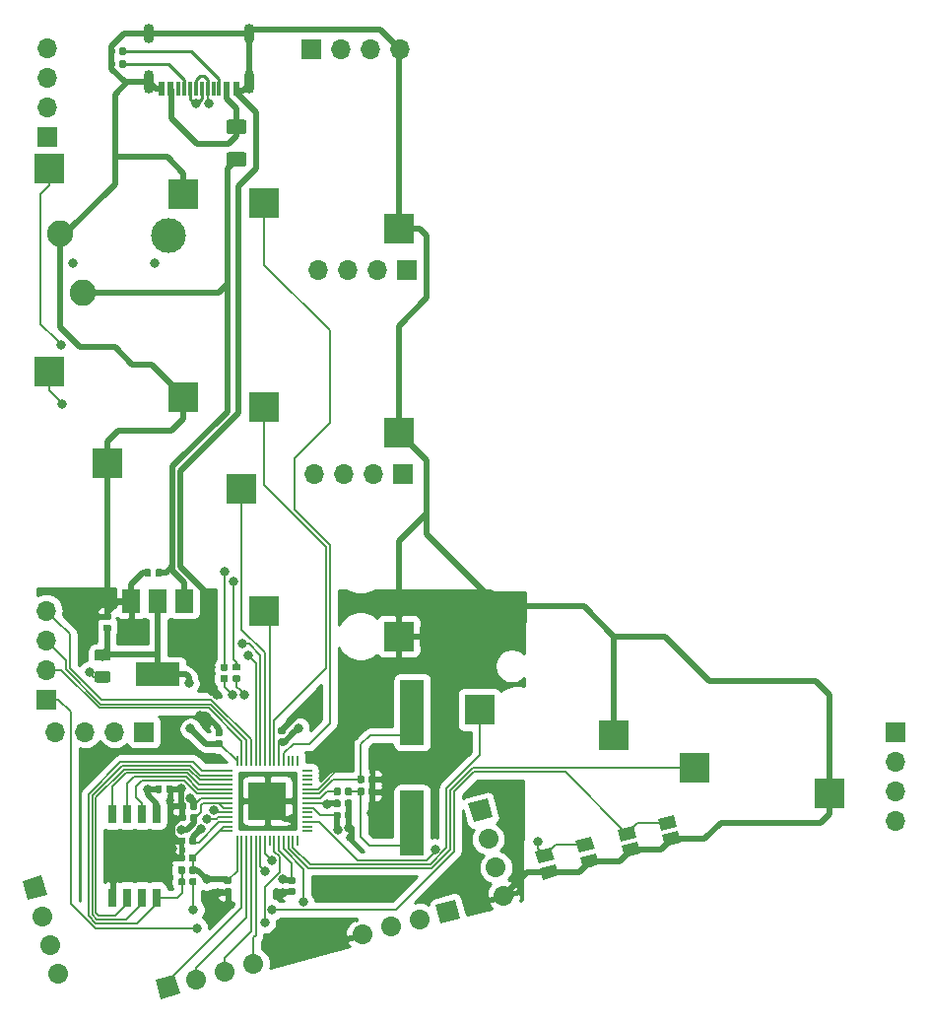
<source format=gbr>
G04 #@! TF.GenerationSoftware,KiCad,Pcbnew,(5.1.4)-1*
G04 #@! TF.CreationDate,2023-01-08T18:51:13-05:00*
G04 #@! TF.ProjectId,ThumbsUp,5468756d-6273-4557-902e-6b696361645f,rev?*
G04 #@! TF.SameCoordinates,Original*
G04 #@! TF.FileFunction,Copper,L2,Bot*
G04 #@! TF.FilePolarity,Positive*
%FSLAX46Y46*%
G04 Gerber Fmt 4.6, Leading zero omitted, Abs format (unit mm)*
G04 Created by KiCad (PCBNEW (5.1.4)-1) date 2023-01-08 18:51:13*
%MOMM*%
%LPD*%
G04 APERTURE LIST*
%ADD10R,2.600000X2.600000*%
%ADD11C,0.100000*%
%ADD12C,0.975000*%
%ADD13C,0.590000*%
%ADD14C,1.250000*%
%ADD15C,1.700000*%
%ADD16C,1.700000*%
%ADD17C,0.800000*%
%ADD18C,2.250000*%
%ADD19C,3.000000*%
%ADD20R,0.600000X1.160000*%
%ADD21R,0.300000X1.160000*%
%ADD22O,0.900000X1.700000*%
%ADD23O,0.900000X2.000000*%
%ADD24O,1.700000X1.700000*%
%ADD25R,1.700000X1.700000*%
%ADD26R,2.100000X5.600000*%
%ADD27R,1.500000X2.000000*%
%ADD28R,3.800000X2.000000*%
%ADD29C,1.050000*%
%ADD30R,0.650000X1.650000*%
%ADD31R,3.200000X3.200000*%
%ADD32R,0.850000X0.200000*%
%ADD33R,0.200000X0.850000*%
%ADD34C,0.200000*%
%ADD35C,0.500000*%
%ADD36C,0.250000*%
%ADD37C,0.254000*%
G04 APERTURE END LIST*
D10*
X167187025Y-422360323D03*
X155637025Y-420160323D03*
D11*
G36*
X160712142Y-443992674D02*
G01*
X160735803Y-443996184D01*
X160759007Y-444001996D01*
X160781529Y-444010054D01*
X160803153Y-444020282D01*
X160823670Y-444032579D01*
X160842883Y-444046829D01*
X160860607Y-444062893D01*
X160876671Y-444080617D01*
X160890921Y-444099830D01*
X160903218Y-444120347D01*
X160913446Y-444141971D01*
X160921504Y-444164493D01*
X160927316Y-444187697D01*
X160930826Y-444211358D01*
X160932000Y-444235250D01*
X160932000Y-444722750D01*
X160930826Y-444746642D01*
X160927316Y-444770303D01*
X160921504Y-444793507D01*
X160913446Y-444816029D01*
X160903218Y-444837653D01*
X160890921Y-444858170D01*
X160876671Y-444877383D01*
X160860607Y-444895107D01*
X160842883Y-444911171D01*
X160823670Y-444925421D01*
X160803153Y-444937718D01*
X160781529Y-444947946D01*
X160759007Y-444956004D01*
X160735803Y-444961816D01*
X160712142Y-444965326D01*
X160688250Y-444966500D01*
X159775750Y-444966500D01*
X159751858Y-444965326D01*
X159728197Y-444961816D01*
X159704993Y-444956004D01*
X159682471Y-444947946D01*
X159660847Y-444937718D01*
X159640330Y-444925421D01*
X159621117Y-444911171D01*
X159603393Y-444895107D01*
X159587329Y-444877383D01*
X159573079Y-444858170D01*
X159560782Y-444837653D01*
X159550554Y-444816029D01*
X159542496Y-444793507D01*
X159536684Y-444770303D01*
X159533174Y-444746642D01*
X159532000Y-444722750D01*
X159532000Y-444235250D01*
X159533174Y-444211358D01*
X159536684Y-444187697D01*
X159542496Y-444164493D01*
X159550554Y-444141971D01*
X159560782Y-444120347D01*
X159573079Y-444099830D01*
X159587329Y-444080617D01*
X159603393Y-444062893D01*
X159621117Y-444046829D01*
X159640330Y-444032579D01*
X159660847Y-444020282D01*
X159682471Y-444010054D01*
X159704993Y-444001996D01*
X159728197Y-443996184D01*
X159751858Y-443992674D01*
X159775750Y-443991500D01*
X160688250Y-443991500D01*
X160712142Y-443992674D01*
X160712142Y-443992674D01*
G37*
D12*
X160232000Y-444479000D03*
D11*
G36*
X160712142Y-445867674D02*
G01*
X160735803Y-445871184D01*
X160759007Y-445876996D01*
X160781529Y-445885054D01*
X160803153Y-445895282D01*
X160823670Y-445907579D01*
X160842883Y-445921829D01*
X160860607Y-445937893D01*
X160876671Y-445955617D01*
X160890921Y-445974830D01*
X160903218Y-445995347D01*
X160913446Y-446016971D01*
X160921504Y-446039493D01*
X160927316Y-446062697D01*
X160930826Y-446086358D01*
X160932000Y-446110250D01*
X160932000Y-446597750D01*
X160930826Y-446621642D01*
X160927316Y-446645303D01*
X160921504Y-446668507D01*
X160913446Y-446691029D01*
X160903218Y-446712653D01*
X160890921Y-446733170D01*
X160876671Y-446752383D01*
X160860607Y-446770107D01*
X160842883Y-446786171D01*
X160823670Y-446800421D01*
X160803153Y-446812718D01*
X160781529Y-446822946D01*
X160759007Y-446831004D01*
X160735803Y-446836816D01*
X160712142Y-446840326D01*
X160688250Y-446841500D01*
X159775750Y-446841500D01*
X159751858Y-446840326D01*
X159728197Y-446836816D01*
X159704993Y-446831004D01*
X159682471Y-446822946D01*
X159660847Y-446812718D01*
X159640330Y-446800421D01*
X159621117Y-446786171D01*
X159603393Y-446770107D01*
X159587329Y-446752383D01*
X159573079Y-446733170D01*
X159560782Y-446712653D01*
X159550554Y-446691029D01*
X159542496Y-446668507D01*
X159536684Y-446645303D01*
X159533174Y-446621642D01*
X159532000Y-446597750D01*
X159532000Y-446110250D01*
X159533174Y-446086358D01*
X159536684Y-446062697D01*
X159542496Y-446039493D01*
X159550554Y-446016971D01*
X159560782Y-445995347D01*
X159573079Y-445974830D01*
X159587329Y-445955617D01*
X159603393Y-445937893D01*
X159621117Y-445921829D01*
X159640330Y-445907579D01*
X159660847Y-445895282D01*
X159682471Y-445885054D01*
X159704993Y-445876996D01*
X159728197Y-445871184D01*
X159751858Y-445867674D01*
X159775750Y-445866500D01*
X160688250Y-445866500D01*
X160712142Y-445867674D01*
X160712142Y-445867674D01*
G37*
D12*
X160232000Y-446354000D03*
D11*
G36*
X181531958Y-455880710D02*
G01*
X181546276Y-455882834D01*
X181560317Y-455886351D01*
X181573946Y-455891228D01*
X181587031Y-455897417D01*
X181599447Y-455904858D01*
X181611073Y-455913481D01*
X181621798Y-455923202D01*
X181631519Y-455933927D01*
X181640142Y-455945553D01*
X181647583Y-455957969D01*
X181653772Y-455971054D01*
X181658649Y-455984683D01*
X181662166Y-455998724D01*
X181664290Y-456013042D01*
X181665000Y-456027500D01*
X181665000Y-456372500D01*
X181664290Y-456386958D01*
X181662166Y-456401276D01*
X181658649Y-456415317D01*
X181653772Y-456428946D01*
X181647583Y-456442031D01*
X181640142Y-456454447D01*
X181631519Y-456466073D01*
X181621798Y-456476798D01*
X181611073Y-456486519D01*
X181599447Y-456495142D01*
X181587031Y-456502583D01*
X181573946Y-456508772D01*
X181560317Y-456513649D01*
X181546276Y-456517166D01*
X181531958Y-456519290D01*
X181517500Y-456520000D01*
X181222500Y-456520000D01*
X181208042Y-456519290D01*
X181193724Y-456517166D01*
X181179683Y-456513649D01*
X181166054Y-456508772D01*
X181152969Y-456502583D01*
X181140553Y-456495142D01*
X181128927Y-456486519D01*
X181118202Y-456476798D01*
X181108481Y-456466073D01*
X181099858Y-456454447D01*
X181092417Y-456442031D01*
X181086228Y-456428946D01*
X181081351Y-456415317D01*
X181077834Y-456401276D01*
X181075710Y-456386958D01*
X181075000Y-456372500D01*
X181075000Y-456027500D01*
X181075710Y-456013042D01*
X181077834Y-455998724D01*
X181081351Y-455984683D01*
X181086228Y-455971054D01*
X181092417Y-455957969D01*
X181099858Y-455945553D01*
X181108481Y-455933927D01*
X181118202Y-455923202D01*
X181128927Y-455913481D01*
X181140553Y-455904858D01*
X181152969Y-455897417D01*
X181166054Y-455891228D01*
X181179683Y-455886351D01*
X181193724Y-455882834D01*
X181208042Y-455880710D01*
X181222500Y-455880000D01*
X181517500Y-455880000D01*
X181531958Y-455880710D01*
X181531958Y-455880710D01*
G37*
D13*
X181370000Y-456200000D03*
D11*
G36*
X180561958Y-455880710D02*
G01*
X180576276Y-455882834D01*
X180590317Y-455886351D01*
X180603946Y-455891228D01*
X180617031Y-455897417D01*
X180629447Y-455904858D01*
X180641073Y-455913481D01*
X180651798Y-455923202D01*
X180661519Y-455933927D01*
X180670142Y-455945553D01*
X180677583Y-455957969D01*
X180683772Y-455971054D01*
X180688649Y-455984683D01*
X180692166Y-455998724D01*
X180694290Y-456013042D01*
X180695000Y-456027500D01*
X180695000Y-456372500D01*
X180694290Y-456386958D01*
X180692166Y-456401276D01*
X180688649Y-456415317D01*
X180683772Y-456428946D01*
X180677583Y-456442031D01*
X180670142Y-456454447D01*
X180661519Y-456466073D01*
X180651798Y-456476798D01*
X180641073Y-456486519D01*
X180629447Y-456495142D01*
X180617031Y-456502583D01*
X180603946Y-456508772D01*
X180590317Y-456513649D01*
X180576276Y-456517166D01*
X180561958Y-456519290D01*
X180547500Y-456520000D01*
X180252500Y-456520000D01*
X180238042Y-456519290D01*
X180223724Y-456517166D01*
X180209683Y-456513649D01*
X180196054Y-456508772D01*
X180182969Y-456502583D01*
X180170553Y-456495142D01*
X180158927Y-456486519D01*
X180148202Y-456476798D01*
X180138481Y-456466073D01*
X180129858Y-456454447D01*
X180122417Y-456442031D01*
X180116228Y-456428946D01*
X180111351Y-456415317D01*
X180107834Y-456401276D01*
X180105710Y-456386958D01*
X180105000Y-456372500D01*
X180105000Y-456027500D01*
X180105710Y-456013042D01*
X180107834Y-455998724D01*
X180111351Y-455984683D01*
X180116228Y-455971054D01*
X180122417Y-455957969D01*
X180129858Y-455945553D01*
X180138481Y-455933927D01*
X180148202Y-455923202D01*
X180158927Y-455913481D01*
X180170553Y-455904858D01*
X180182969Y-455897417D01*
X180196054Y-455891228D01*
X180209683Y-455886351D01*
X180223724Y-455882834D01*
X180238042Y-455880710D01*
X180252500Y-455880000D01*
X180547500Y-455880000D01*
X180561958Y-455880710D01*
X180561958Y-455880710D01*
G37*
D13*
X180400000Y-456200000D03*
D11*
G36*
X170886958Y-445235710D02*
G01*
X170901276Y-445237834D01*
X170915317Y-445241351D01*
X170928946Y-445246228D01*
X170942031Y-445252417D01*
X170954447Y-445259858D01*
X170966073Y-445268481D01*
X170976798Y-445278202D01*
X170986519Y-445288927D01*
X170995142Y-445300553D01*
X171002583Y-445312969D01*
X171008772Y-445326054D01*
X171013649Y-445339683D01*
X171017166Y-445353724D01*
X171019290Y-445368042D01*
X171020000Y-445382500D01*
X171020000Y-445677500D01*
X171019290Y-445691958D01*
X171017166Y-445706276D01*
X171013649Y-445720317D01*
X171008772Y-445733946D01*
X171002583Y-445747031D01*
X170995142Y-445759447D01*
X170986519Y-445771073D01*
X170976798Y-445781798D01*
X170966073Y-445791519D01*
X170954447Y-445800142D01*
X170942031Y-445807583D01*
X170928946Y-445813772D01*
X170915317Y-445818649D01*
X170901276Y-445822166D01*
X170886958Y-445824290D01*
X170872500Y-445825000D01*
X170527500Y-445825000D01*
X170513042Y-445824290D01*
X170498724Y-445822166D01*
X170484683Y-445818649D01*
X170471054Y-445813772D01*
X170457969Y-445807583D01*
X170445553Y-445800142D01*
X170433927Y-445791519D01*
X170423202Y-445781798D01*
X170413481Y-445771073D01*
X170404858Y-445759447D01*
X170397417Y-445747031D01*
X170391228Y-445733946D01*
X170386351Y-445720317D01*
X170382834Y-445706276D01*
X170380710Y-445691958D01*
X170380000Y-445677500D01*
X170380000Y-445382500D01*
X170380710Y-445368042D01*
X170382834Y-445353724D01*
X170386351Y-445339683D01*
X170391228Y-445326054D01*
X170397417Y-445312969D01*
X170404858Y-445300553D01*
X170413481Y-445288927D01*
X170423202Y-445278202D01*
X170433927Y-445268481D01*
X170445553Y-445259858D01*
X170457969Y-445252417D01*
X170471054Y-445246228D01*
X170484683Y-445241351D01*
X170498724Y-445237834D01*
X170513042Y-445235710D01*
X170527500Y-445235000D01*
X170872500Y-445235000D01*
X170886958Y-445235710D01*
X170886958Y-445235710D01*
G37*
D13*
X170700000Y-445530000D03*
D11*
G36*
X170886958Y-446205710D02*
G01*
X170901276Y-446207834D01*
X170915317Y-446211351D01*
X170928946Y-446216228D01*
X170942031Y-446222417D01*
X170954447Y-446229858D01*
X170966073Y-446238481D01*
X170976798Y-446248202D01*
X170986519Y-446258927D01*
X170995142Y-446270553D01*
X171002583Y-446282969D01*
X171008772Y-446296054D01*
X171013649Y-446309683D01*
X171017166Y-446323724D01*
X171019290Y-446338042D01*
X171020000Y-446352500D01*
X171020000Y-446647500D01*
X171019290Y-446661958D01*
X171017166Y-446676276D01*
X171013649Y-446690317D01*
X171008772Y-446703946D01*
X171002583Y-446717031D01*
X170995142Y-446729447D01*
X170986519Y-446741073D01*
X170976798Y-446751798D01*
X170966073Y-446761519D01*
X170954447Y-446770142D01*
X170942031Y-446777583D01*
X170928946Y-446783772D01*
X170915317Y-446788649D01*
X170901276Y-446792166D01*
X170886958Y-446794290D01*
X170872500Y-446795000D01*
X170527500Y-446795000D01*
X170513042Y-446794290D01*
X170498724Y-446792166D01*
X170484683Y-446788649D01*
X170471054Y-446783772D01*
X170457969Y-446777583D01*
X170445553Y-446770142D01*
X170433927Y-446761519D01*
X170423202Y-446751798D01*
X170413481Y-446741073D01*
X170404858Y-446729447D01*
X170397417Y-446717031D01*
X170391228Y-446703946D01*
X170386351Y-446690317D01*
X170382834Y-446676276D01*
X170380710Y-446661958D01*
X170380000Y-446647500D01*
X170380000Y-446352500D01*
X170380710Y-446338042D01*
X170382834Y-446323724D01*
X170386351Y-446309683D01*
X170391228Y-446296054D01*
X170397417Y-446282969D01*
X170404858Y-446270553D01*
X170413481Y-446258927D01*
X170423202Y-446248202D01*
X170433927Y-446238481D01*
X170445553Y-446229858D01*
X170457969Y-446222417D01*
X170471054Y-446216228D01*
X170484683Y-446211351D01*
X170498724Y-446207834D01*
X170513042Y-446205710D01*
X170527500Y-446205000D01*
X170872500Y-446205000D01*
X170886958Y-446205710D01*
X170886958Y-446205710D01*
G37*
D13*
X170700000Y-446500000D03*
D11*
G36*
X171936958Y-445220710D02*
G01*
X171951276Y-445222834D01*
X171965317Y-445226351D01*
X171978946Y-445231228D01*
X171992031Y-445237417D01*
X172004447Y-445244858D01*
X172016073Y-445253481D01*
X172026798Y-445263202D01*
X172036519Y-445273927D01*
X172045142Y-445285553D01*
X172052583Y-445297969D01*
X172058772Y-445311054D01*
X172063649Y-445324683D01*
X172067166Y-445338724D01*
X172069290Y-445353042D01*
X172070000Y-445367500D01*
X172070000Y-445662500D01*
X172069290Y-445676958D01*
X172067166Y-445691276D01*
X172063649Y-445705317D01*
X172058772Y-445718946D01*
X172052583Y-445732031D01*
X172045142Y-445744447D01*
X172036519Y-445756073D01*
X172026798Y-445766798D01*
X172016073Y-445776519D01*
X172004447Y-445785142D01*
X171992031Y-445792583D01*
X171978946Y-445798772D01*
X171965317Y-445803649D01*
X171951276Y-445807166D01*
X171936958Y-445809290D01*
X171922500Y-445810000D01*
X171577500Y-445810000D01*
X171563042Y-445809290D01*
X171548724Y-445807166D01*
X171534683Y-445803649D01*
X171521054Y-445798772D01*
X171507969Y-445792583D01*
X171495553Y-445785142D01*
X171483927Y-445776519D01*
X171473202Y-445766798D01*
X171463481Y-445756073D01*
X171454858Y-445744447D01*
X171447417Y-445732031D01*
X171441228Y-445718946D01*
X171436351Y-445705317D01*
X171432834Y-445691276D01*
X171430710Y-445676958D01*
X171430000Y-445662500D01*
X171430000Y-445367500D01*
X171430710Y-445353042D01*
X171432834Y-445338724D01*
X171436351Y-445324683D01*
X171441228Y-445311054D01*
X171447417Y-445297969D01*
X171454858Y-445285553D01*
X171463481Y-445273927D01*
X171473202Y-445263202D01*
X171483927Y-445253481D01*
X171495553Y-445244858D01*
X171507969Y-445237417D01*
X171521054Y-445231228D01*
X171534683Y-445226351D01*
X171548724Y-445222834D01*
X171563042Y-445220710D01*
X171577500Y-445220000D01*
X171922500Y-445220000D01*
X171936958Y-445220710D01*
X171936958Y-445220710D01*
G37*
D13*
X171750000Y-445515000D03*
D11*
G36*
X171936958Y-446190710D02*
G01*
X171951276Y-446192834D01*
X171965317Y-446196351D01*
X171978946Y-446201228D01*
X171992031Y-446207417D01*
X172004447Y-446214858D01*
X172016073Y-446223481D01*
X172026798Y-446233202D01*
X172036519Y-446243927D01*
X172045142Y-446255553D01*
X172052583Y-446267969D01*
X172058772Y-446281054D01*
X172063649Y-446294683D01*
X172067166Y-446308724D01*
X172069290Y-446323042D01*
X172070000Y-446337500D01*
X172070000Y-446632500D01*
X172069290Y-446646958D01*
X172067166Y-446661276D01*
X172063649Y-446675317D01*
X172058772Y-446688946D01*
X172052583Y-446702031D01*
X172045142Y-446714447D01*
X172036519Y-446726073D01*
X172026798Y-446736798D01*
X172016073Y-446746519D01*
X172004447Y-446755142D01*
X171992031Y-446762583D01*
X171978946Y-446768772D01*
X171965317Y-446773649D01*
X171951276Y-446777166D01*
X171936958Y-446779290D01*
X171922500Y-446780000D01*
X171577500Y-446780000D01*
X171563042Y-446779290D01*
X171548724Y-446777166D01*
X171534683Y-446773649D01*
X171521054Y-446768772D01*
X171507969Y-446762583D01*
X171495553Y-446755142D01*
X171483927Y-446746519D01*
X171473202Y-446736798D01*
X171463481Y-446726073D01*
X171454858Y-446714447D01*
X171447417Y-446702031D01*
X171441228Y-446688946D01*
X171436351Y-446675317D01*
X171432834Y-446661276D01*
X171430710Y-446646958D01*
X171430000Y-446632500D01*
X171430000Y-446337500D01*
X171430710Y-446323042D01*
X171432834Y-446308724D01*
X171436351Y-446294683D01*
X171441228Y-446281054D01*
X171447417Y-446267969D01*
X171454858Y-446255553D01*
X171463481Y-446243927D01*
X171473202Y-446233202D01*
X171483927Y-446223481D01*
X171495553Y-446214858D01*
X171507969Y-446207417D01*
X171521054Y-446201228D01*
X171534683Y-446196351D01*
X171548724Y-446192834D01*
X171563042Y-446190710D01*
X171577500Y-446190000D01*
X171922500Y-446190000D01*
X171936958Y-446190710D01*
X171936958Y-446190710D01*
G37*
D13*
X171750000Y-446485000D03*
D11*
G36*
X168161958Y-462630710D02*
G01*
X168176276Y-462632834D01*
X168190317Y-462636351D01*
X168203946Y-462641228D01*
X168217031Y-462647417D01*
X168229447Y-462654858D01*
X168241073Y-462663481D01*
X168251798Y-462673202D01*
X168261519Y-462683927D01*
X168270142Y-462695553D01*
X168277583Y-462707969D01*
X168283772Y-462721054D01*
X168288649Y-462734683D01*
X168292166Y-462748724D01*
X168294290Y-462763042D01*
X168295000Y-462777500D01*
X168295000Y-463122500D01*
X168294290Y-463136958D01*
X168292166Y-463151276D01*
X168288649Y-463165317D01*
X168283772Y-463178946D01*
X168277583Y-463192031D01*
X168270142Y-463204447D01*
X168261519Y-463216073D01*
X168251798Y-463226798D01*
X168241073Y-463236519D01*
X168229447Y-463245142D01*
X168217031Y-463252583D01*
X168203946Y-463258772D01*
X168190317Y-463263649D01*
X168176276Y-463267166D01*
X168161958Y-463269290D01*
X168147500Y-463270000D01*
X167852500Y-463270000D01*
X167838042Y-463269290D01*
X167823724Y-463267166D01*
X167809683Y-463263649D01*
X167796054Y-463258772D01*
X167782969Y-463252583D01*
X167770553Y-463245142D01*
X167758927Y-463236519D01*
X167748202Y-463226798D01*
X167738481Y-463216073D01*
X167729858Y-463204447D01*
X167722417Y-463192031D01*
X167716228Y-463178946D01*
X167711351Y-463165317D01*
X167707834Y-463151276D01*
X167705710Y-463136958D01*
X167705000Y-463122500D01*
X167705000Y-462777500D01*
X167705710Y-462763042D01*
X167707834Y-462748724D01*
X167711351Y-462734683D01*
X167716228Y-462721054D01*
X167722417Y-462707969D01*
X167729858Y-462695553D01*
X167738481Y-462683927D01*
X167748202Y-462673202D01*
X167758927Y-462663481D01*
X167770553Y-462654858D01*
X167782969Y-462647417D01*
X167796054Y-462641228D01*
X167809683Y-462636351D01*
X167823724Y-462632834D01*
X167838042Y-462630710D01*
X167852500Y-462630000D01*
X168147500Y-462630000D01*
X168161958Y-462630710D01*
X168161958Y-462630710D01*
G37*
D13*
X168000000Y-462950000D03*
D11*
G36*
X167191958Y-462630710D02*
G01*
X167206276Y-462632834D01*
X167220317Y-462636351D01*
X167233946Y-462641228D01*
X167247031Y-462647417D01*
X167259447Y-462654858D01*
X167271073Y-462663481D01*
X167281798Y-462673202D01*
X167291519Y-462683927D01*
X167300142Y-462695553D01*
X167307583Y-462707969D01*
X167313772Y-462721054D01*
X167318649Y-462734683D01*
X167322166Y-462748724D01*
X167324290Y-462763042D01*
X167325000Y-462777500D01*
X167325000Y-463122500D01*
X167324290Y-463136958D01*
X167322166Y-463151276D01*
X167318649Y-463165317D01*
X167313772Y-463178946D01*
X167307583Y-463192031D01*
X167300142Y-463204447D01*
X167291519Y-463216073D01*
X167281798Y-463226798D01*
X167271073Y-463236519D01*
X167259447Y-463245142D01*
X167247031Y-463252583D01*
X167233946Y-463258772D01*
X167220317Y-463263649D01*
X167206276Y-463267166D01*
X167191958Y-463269290D01*
X167177500Y-463270000D01*
X166882500Y-463270000D01*
X166868042Y-463269290D01*
X166853724Y-463267166D01*
X166839683Y-463263649D01*
X166826054Y-463258772D01*
X166812969Y-463252583D01*
X166800553Y-463245142D01*
X166788927Y-463236519D01*
X166778202Y-463226798D01*
X166768481Y-463216073D01*
X166759858Y-463204447D01*
X166752417Y-463192031D01*
X166746228Y-463178946D01*
X166741351Y-463165317D01*
X166737834Y-463151276D01*
X166735710Y-463136958D01*
X166735000Y-463122500D01*
X166735000Y-462777500D01*
X166735710Y-462763042D01*
X166737834Y-462748724D01*
X166741351Y-462734683D01*
X166746228Y-462721054D01*
X166752417Y-462707969D01*
X166759858Y-462695553D01*
X166768481Y-462683927D01*
X166778202Y-462673202D01*
X166788927Y-462663481D01*
X166800553Y-462654858D01*
X166812969Y-462647417D01*
X166826054Y-462641228D01*
X166839683Y-462636351D01*
X166853724Y-462632834D01*
X166868042Y-462630710D01*
X166882500Y-462630000D01*
X167177500Y-462630000D01*
X167191958Y-462630710D01*
X167191958Y-462630710D01*
G37*
D13*
X167030000Y-462950000D03*
D11*
G36*
X167211958Y-463630710D02*
G01*
X167226276Y-463632834D01*
X167240317Y-463636351D01*
X167253946Y-463641228D01*
X167267031Y-463647417D01*
X167279447Y-463654858D01*
X167291073Y-463663481D01*
X167301798Y-463673202D01*
X167311519Y-463683927D01*
X167320142Y-463695553D01*
X167327583Y-463707969D01*
X167333772Y-463721054D01*
X167338649Y-463734683D01*
X167342166Y-463748724D01*
X167344290Y-463763042D01*
X167345000Y-463777500D01*
X167345000Y-464122500D01*
X167344290Y-464136958D01*
X167342166Y-464151276D01*
X167338649Y-464165317D01*
X167333772Y-464178946D01*
X167327583Y-464192031D01*
X167320142Y-464204447D01*
X167311519Y-464216073D01*
X167301798Y-464226798D01*
X167291073Y-464236519D01*
X167279447Y-464245142D01*
X167267031Y-464252583D01*
X167253946Y-464258772D01*
X167240317Y-464263649D01*
X167226276Y-464267166D01*
X167211958Y-464269290D01*
X167197500Y-464270000D01*
X166902500Y-464270000D01*
X166888042Y-464269290D01*
X166873724Y-464267166D01*
X166859683Y-464263649D01*
X166846054Y-464258772D01*
X166832969Y-464252583D01*
X166820553Y-464245142D01*
X166808927Y-464236519D01*
X166798202Y-464226798D01*
X166788481Y-464216073D01*
X166779858Y-464204447D01*
X166772417Y-464192031D01*
X166766228Y-464178946D01*
X166761351Y-464165317D01*
X166757834Y-464151276D01*
X166755710Y-464136958D01*
X166755000Y-464122500D01*
X166755000Y-463777500D01*
X166755710Y-463763042D01*
X166757834Y-463748724D01*
X166761351Y-463734683D01*
X166766228Y-463721054D01*
X166772417Y-463707969D01*
X166779858Y-463695553D01*
X166788481Y-463683927D01*
X166798202Y-463673202D01*
X166808927Y-463663481D01*
X166820553Y-463654858D01*
X166832969Y-463647417D01*
X166846054Y-463641228D01*
X166859683Y-463636351D01*
X166873724Y-463632834D01*
X166888042Y-463630710D01*
X166902500Y-463630000D01*
X167197500Y-463630000D01*
X167211958Y-463630710D01*
X167211958Y-463630710D01*
G37*
D13*
X167050000Y-463950000D03*
D11*
G36*
X168181958Y-463630710D02*
G01*
X168196276Y-463632834D01*
X168210317Y-463636351D01*
X168223946Y-463641228D01*
X168237031Y-463647417D01*
X168249447Y-463654858D01*
X168261073Y-463663481D01*
X168271798Y-463673202D01*
X168281519Y-463683927D01*
X168290142Y-463695553D01*
X168297583Y-463707969D01*
X168303772Y-463721054D01*
X168308649Y-463734683D01*
X168312166Y-463748724D01*
X168314290Y-463763042D01*
X168315000Y-463777500D01*
X168315000Y-464122500D01*
X168314290Y-464136958D01*
X168312166Y-464151276D01*
X168308649Y-464165317D01*
X168303772Y-464178946D01*
X168297583Y-464192031D01*
X168290142Y-464204447D01*
X168281519Y-464216073D01*
X168271798Y-464226798D01*
X168261073Y-464236519D01*
X168249447Y-464245142D01*
X168237031Y-464252583D01*
X168223946Y-464258772D01*
X168210317Y-464263649D01*
X168196276Y-464267166D01*
X168181958Y-464269290D01*
X168167500Y-464270000D01*
X167872500Y-464270000D01*
X167858042Y-464269290D01*
X167843724Y-464267166D01*
X167829683Y-464263649D01*
X167816054Y-464258772D01*
X167802969Y-464252583D01*
X167790553Y-464245142D01*
X167778927Y-464236519D01*
X167768202Y-464226798D01*
X167758481Y-464216073D01*
X167749858Y-464204447D01*
X167742417Y-464192031D01*
X167736228Y-464178946D01*
X167731351Y-464165317D01*
X167727834Y-464151276D01*
X167725710Y-464136958D01*
X167725000Y-464122500D01*
X167725000Y-463777500D01*
X167725710Y-463763042D01*
X167727834Y-463748724D01*
X167731351Y-463734683D01*
X167736228Y-463721054D01*
X167742417Y-463707969D01*
X167749858Y-463695553D01*
X167758481Y-463683927D01*
X167768202Y-463673202D01*
X167778927Y-463663481D01*
X167790553Y-463654858D01*
X167802969Y-463647417D01*
X167816054Y-463641228D01*
X167829683Y-463636351D01*
X167843724Y-463632834D01*
X167858042Y-463630710D01*
X167872500Y-463630000D01*
X168167500Y-463630000D01*
X168181958Y-463630710D01*
X168181958Y-463630710D01*
G37*
D13*
X168020000Y-463950000D03*
D11*
G36*
X162131958Y-392280710D02*
G01*
X162146276Y-392282834D01*
X162160317Y-392286351D01*
X162173946Y-392291228D01*
X162187031Y-392297417D01*
X162199447Y-392304858D01*
X162211073Y-392313481D01*
X162221798Y-392323202D01*
X162231519Y-392333927D01*
X162240142Y-392345553D01*
X162247583Y-392357969D01*
X162253772Y-392371054D01*
X162258649Y-392384683D01*
X162262166Y-392398724D01*
X162264290Y-392413042D01*
X162265000Y-392427500D01*
X162265000Y-392772500D01*
X162264290Y-392786958D01*
X162262166Y-392801276D01*
X162258649Y-392815317D01*
X162253772Y-392828946D01*
X162247583Y-392842031D01*
X162240142Y-392854447D01*
X162231519Y-392866073D01*
X162221798Y-392876798D01*
X162211073Y-392886519D01*
X162199447Y-392895142D01*
X162187031Y-392902583D01*
X162173946Y-392908772D01*
X162160317Y-392913649D01*
X162146276Y-392917166D01*
X162131958Y-392919290D01*
X162117500Y-392920000D01*
X161822500Y-392920000D01*
X161808042Y-392919290D01*
X161793724Y-392917166D01*
X161779683Y-392913649D01*
X161766054Y-392908772D01*
X161752969Y-392902583D01*
X161740553Y-392895142D01*
X161728927Y-392886519D01*
X161718202Y-392876798D01*
X161708481Y-392866073D01*
X161699858Y-392854447D01*
X161692417Y-392842031D01*
X161686228Y-392828946D01*
X161681351Y-392815317D01*
X161677834Y-392801276D01*
X161675710Y-392786958D01*
X161675000Y-392772500D01*
X161675000Y-392427500D01*
X161675710Y-392413042D01*
X161677834Y-392398724D01*
X161681351Y-392384683D01*
X161686228Y-392371054D01*
X161692417Y-392357969D01*
X161699858Y-392345553D01*
X161708481Y-392333927D01*
X161718202Y-392323202D01*
X161728927Y-392313481D01*
X161740553Y-392304858D01*
X161752969Y-392297417D01*
X161766054Y-392291228D01*
X161779683Y-392286351D01*
X161793724Y-392282834D01*
X161808042Y-392280710D01*
X161822500Y-392280000D01*
X162117500Y-392280000D01*
X162131958Y-392280710D01*
X162131958Y-392280710D01*
G37*
D13*
X161970000Y-392600000D03*
D11*
G36*
X161161958Y-392280710D02*
G01*
X161176276Y-392282834D01*
X161190317Y-392286351D01*
X161203946Y-392291228D01*
X161217031Y-392297417D01*
X161229447Y-392304858D01*
X161241073Y-392313481D01*
X161251798Y-392323202D01*
X161261519Y-392333927D01*
X161270142Y-392345553D01*
X161277583Y-392357969D01*
X161283772Y-392371054D01*
X161288649Y-392384683D01*
X161292166Y-392398724D01*
X161294290Y-392413042D01*
X161295000Y-392427500D01*
X161295000Y-392772500D01*
X161294290Y-392786958D01*
X161292166Y-392801276D01*
X161288649Y-392815317D01*
X161283772Y-392828946D01*
X161277583Y-392842031D01*
X161270142Y-392854447D01*
X161261519Y-392866073D01*
X161251798Y-392876798D01*
X161241073Y-392886519D01*
X161229447Y-392895142D01*
X161217031Y-392902583D01*
X161203946Y-392908772D01*
X161190317Y-392913649D01*
X161176276Y-392917166D01*
X161161958Y-392919290D01*
X161147500Y-392920000D01*
X160852500Y-392920000D01*
X160838042Y-392919290D01*
X160823724Y-392917166D01*
X160809683Y-392913649D01*
X160796054Y-392908772D01*
X160782969Y-392902583D01*
X160770553Y-392895142D01*
X160758927Y-392886519D01*
X160748202Y-392876798D01*
X160738481Y-392866073D01*
X160729858Y-392854447D01*
X160722417Y-392842031D01*
X160716228Y-392828946D01*
X160711351Y-392815317D01*
X160707834Y-392801276D01*
X160705710Y-392786958D01*
X160705000Y-392772500D01*
X160705000Y-392427500D01*
X160705710Y-392413042D01*
X160707834Y-392398724D01*
X160711351Y-392384683D01*
X160716228Y-392371054D01*
X160722417Y-392357969D01*
X160729858Y-392345553D01*
X160738481Y-392333927D01*
X160748202Y-392323202D01*
X160758927Y-392313481D01*
X160770553Y-392304858D01*
X160782969Y-392297417D01*
X160796054Y-392291228D01*
X160809683Y-392286351D01*
X160823724Y-392282834D01*
X160838042Y-392280710D01*
X160852500Y-392280000D01*
X161147500Y-392280000D01*
X161161958Y-392280710D01*
X161161958Y-392280710D01*
G37*
D13*
X161000000Y-392600000D03*
D11*
G36*
X161161958Y-393380710D02*
G01*
X161176276Y-393382834D01*
X161190317Y-393386351D01*
X161203946Y-393391228D01*
X161217031Y-393397417D01*
X161229447Y-393404858D01*
X161241073Y-393413481D01*
X161251798Y-393423202D01*
X161261519Y-393433927D01*
X161270142Y-393445553D01*
X161277583Y-393457969D01*
X161283772Y-393471054D01*
X161288649Y-393484683D01*
X161292166Y-393498724D01*
X161294290Y-393513042D01*
X161295000Y-393527500D01*
X161295000Y-393872500D01*
X161294290Y-393886958D01*
X161292166Y-393901276D01*
X161288649Y-393915317D01*
X161283772Y-393928946D01*
X161277583Y-393942031D01*
X161270142Y-393954447D01*
X161261519Y-393966073D01*
X161251798Y-393976798D01*
X161241073Y-393986519D01*
X161229447Y-393995142D01*
X161217031Y-394002583D01*
X161203946Y-394008772D01*
X161190317Y-394013649D01*
X161176276Y-394017166D01*
X161161958Y-394019290D01*
X161147500Y-394020000D01*
X160852500Y-394020000D01*
X160838042Y-394019290D01*
X160823724Y-394017166D01*
X160809683Y-394013649D01*
X160796054Y-394008772D01*
X160782969Y-394002583D01*
X160770553Y-393995142D01*
X160758927Y-393986519D01*
X160748202Y-393976798D01*
X160738481Y-393966073D01*
X160729858Y-393954447D01*
X160722417Y-393942031D01*
X160716228Y-393928946D01*
X160711351Y-393915317D01*
X160707834Y-393901276D01*
X160705710Y-393886958D01*
X160705000Y-393872500D01*
X160705000Y-393527500D01*
X160705710Y-393513042D01*
X160707834Y-393498724D01*
X160711351Y-393484683D01*
X160716228Y-393471054D01*
X160722417Y-393457969D01*
X160729858Y-393445553D01*
X160738481Y-393433927D01*
X160748202Y-393423202D01*
X160758927Y-393413481D01*
X160770553Y-393404858D01*
X160782969Y-393397417D01*
X160796054Y-393391228D01*
X160809683Y-393386351D01*
X160823724Y-393382834D01*
X160838042Y-393380710D01*
X160852500Y-393380000D01*
X161147500Y-393380000D01*
X161161958Y-393380710D01*
X161161958Y-393380710D01*
G37*
D13*
X161000000Y-393700000D03*
D11*
G36*
X162131958Y-393380710D02*
G01*
X162146276Y-393382834D01*
X162160317Y-393386351D01*
X162173946Y-393391228D01*
X162187031Y-393397417D01*
X162199447Y-393404858D01*
X162211073Y-393413481D01*
X162221798Y-393423202D01*
X162231519Y-393433927D01*
X162240142Y-393445553D01*
X162247583Y-393457969D01*
X162253772Y-393471054D01*
X162258649Y-393484683D01*
X162262166Y-393498724D01*
X162264290Y-393513042D01*
X162265000Y-393527500D01*
X162265000Y-393872500D01*
X162264290Y-393886958D01*
X162262166Y-393901276D01*
X162258649Y-393915317D01*
X162253772Y-393928946D01*
X162247583Y-393942031D01*
X162240142Y-393954447D01*
X162231519Y-393966073D01*
X162221798Y-393976798D01*
X162211073Y-393986519D01*
X162199447Y-393995142D01*
X162187031Y-394002583D01*
X162173946Y-394008772D01*
X162160317Y-394013649D01*
X162146276Y-394017166D01*
X162131958Y-394019290D01*
X162117500Y-394020000D01*
X161822500Y-394020000D01*
X161808042Y-394019290D01*
X161793724Y-394017166D01*
X161779683Y-394013649D01*
X161766054Y-394008772D01*
X161752969Y-394002583D01*
X161740553Y-393995142D01*
X161728927Y-393986519D01*
X161718202Y-393976798D01*
X161708481Y-393966073D01*
X161699858Y-393954447D01*
X161692417Y-393942031D01*
X161686228Y-393928946D01*
X161681351Y-393915317D01*
X161677834Y-393901276D01*
X161675710Y-393886958D01*
X161675000Y-393872500D01*
X161675000Y-393527500D01*
X161675710Y-393513042D01*
X161677834Y-393498724D01*
X161681351Y-393484683D01*
X161686228Y-393471054D01*
X161692417Y-393457969D01*
X161699858Y-393445553D01*
X161708481Y-393433927D01*
X161718202Y-393423202D01*
X161728927Y-393413481D01*
X161740553Y-393404858D01*
X161752969Y-393397417D01*
X161766054Y-393391228D01*
X161779683Y-393386351D01*
X161793724Y-393382834D01*
X161808042Y-393380710D01*
X161822500Y-393380000D01*
X162117500Y-393380000D01*
X162131958Y-393380710D01*
X162131958Y-393380710D01*
G37*
D13*
X161970000Y-393700000D03*
D11*
G36*
X172399504Y-398476204D02*
G01*
X172423773Y-398479804D01*
X172447571Y-398485765D01*
X172470671Y-398494030D01*
X172492849Y-398504520D01*
X172513893Y-398517133D01*
X172533598Y-398531747D01*
X172551777Y-398548223D01*
X172568253Y-398566402D01*
X172582867Y-398586107D01*
X172595480Y-398607151D01*
X172605970Y-398629329D01*
X172614235Y-398652429D01*
X172620196Y-398676227D01*
X172623796Y-398700496D01*
X172625000Y-398725000D01*
X172625000Y-399475000D01*
X172623796Y-399499504D01*
X172620196Y-399523773D01*
X172614235Y-399547571D01*
X172605970Y-399570671D01*
X172595480Y-399592849D01*
X172582867Y-399613893D01*
X172568253Y-399633598D01*
X172551777Y-399651777D01*
X172533598Y-399668253D01*
X172513893Y-399682867D01*
X172492849Y-399695480D01*
X172470671Y-399705970D01*
X172447571Y-399714235D01*
X172423773Y-399720196D01*
X172399504Y-399723796D01*
X172375000Y-399725000D01*
X171125000Y-399725000D01*
X171100496Y-399723796D01*
X171076227Y-399720196D01*
X171052429Y-399714235D01*
X171029329Y-399705970D01*
X171007151Y-399695480D01*
X170986107Y-399682867D01*
X170966402Y-399668253D01*
X170948223Y-399651777D01*
X170931747Y-399633598D01*
X170917133Y-399613893D01*
X170904520Y-399592849D01*
X170894030Y-399570671D01*
X170885765Y-399547571D01*
X170879804Y-399523773D01*
X170876204Y-399499504D01*
X170875000Y-399475000D01*
X170875000Y-398725000D01*
X170876204Y-398700496D01*
X170879804Y-398676227D01*
X170885765Y-398652429D01*
X170894030Y-398629329D01*
X170904520Y-398607151D01*
X170917133Y-398586107D01*
X170931747Y-398566402D01*
X170948223Y-398548223D01*
X170966402Y-398531747D01*
X170986107Y-398517133D01*
X171007151Y-398504520D01*
X171029329Y-398494030D01*
X171052429Y-398485765D01*
X171076227Y-398479804D01*
X171100496Y-398476204D01*
X171125000Y-398475000D01*
X172375000Y-398475000D01*
X172399504Y-398476204D01*
X172399504Y-398476204D01*
G37*
D14*
X171750000Y-399100000D03*
D11*
G36*
X172399504Y-401276204D02*
G01*
X172423773Y-401279804D01*
X172447571Y-401285765D01*
X172470671Y-401294030D01*
X172492849Y-401304520D01*
X172513893Y-401317133D01*
X172533598Y-401331747D01*
X172551777Y-401348223D01*
X172568253Y-401366402D01*
X172582867Y-401386107D01*
X172595480Y-401407151D01*
X172605970Y-401429329D01*
X172614235Y-401452429D01*
X172620196Y-401476227D01*
X172623796Y-401500496D01*
X172625000Y-401525000D01*
X172625000Y-402275000D01*
X172623796Y-402299504D01*
X172620196Y-402323773D01*
X172614235Y-402347571D01*
X172605970Y-402370671D01*
X172595480Y-402392849D01*
X172582867Y-402413893D01*
X172568253Y-402433598D01*
X172551777Y-402451777D01*
X172533598Y-402468253D01*
X172513893Y-402482867D01*
X172492849Y-402495480D01*
X172470671Y-402505970D01*
X172447571Y-402514235D01*
X172423773Y-402520196D01*
X172399504Y-402523796D01*
X172375000Y-402525000D01*
X171125000Y-402525000D01*
X171100496Y-402523796D01*
X171076227Y-402520196D01*
X171052429Y-402514235D01*
X171029329Y-402505970D01*
X171007151Y-402495480D01*
X170986107Y-402482867D01*
X170966402Y-402468253D01*
X170948223Y-402451777D01*
X170931747Y-402433598D01*
X170917133Y-402413893D01*
X170904520Y-402392849D01*
X170894030Y-402370671D01*
X170885765Y-402347571D01*
X170879804Y-402323773D01*
X170876204Y-402299504D01*
X170875000Y-402275000D01*
X170875000Y-401525000D01*
X170876204Y-401500496D01*
X170879804Y-401476227D01*
X170885765Y-401452429D01*
X170894030Y-401429329D01*
X170904520Y-401407151D01*
X170917133Y-401386107D01*
X170931747Y-401366402D01*
X170948223Y-401348223D01*
X170966402Y-401331747D01*
X170986107Y-401317133D01*
X171007151Y-401304520D01*
X171029329Y-401294030D01*
X171052429Y-401285765D01*
X171076227Y-401279804D01*
X171100496Y-401276204D01*
X171125000Y-401275000D01*
X172375000Y-401275000D01*
X172399504Y-401276204D01*
X172399504Y-401276204D01*
G37*
D14*
X171750000Y-401900000D03*
D11*
G36*
X175836958Y-450685710D02*
G01*
X175851276Y-450687834D01*
X175865317Y-450691351D01*
X175878946Y-450696228D01*
X175892031Y-450702417D01*
X175904447Y-450709858D01*
X175916073Y-450718481D01*
X175926798Y-450728202D01*
X175936519Y-450738927D01*
X175945142Y-450750553D01*
X175952583Y-450762969D01*
X175958772Y-450776054D01*
X175963649Y-450789683D01*
X175967166Y-450803724D01*
X175969290Y-450818042D01*
X175970000Y-450832500D01*
X175970000Y-451127500D01*
X175969290Y-451141958D01*
X175967166Y-451156276D01*
X175963649Y-451170317D01*
X175958772Y-451183946D01*
X175952583Y-451197031D01*
X175945142Y-451209447D01*
X175936519Y-451221073D01*
X175926798Y-451231798D01*
X175916073Y-451241519D01*
X175904447Y-451250142D01*
X175892031Y-451257583D01*
X175878946Y-451263772D01*
X175865317Y-451268649D01*
X175851276Y-451272166D01*
X175836958Y-451274290D01*
X175822500Y-451275000D01*
X175477500Y-451275000D01*
X175463042Y-451274290D01*
X175448724Y-451272166D01*
X175434683Y-451268649D01*
X175421054Y-451263772D01*
X175407969Y-451257583D01*
X175395553Y-451250142D01*
X175383927Y-451241519D01*
X175373202Y-451231798D01*
X175363481Y-451221073D01*
X175354858Y-451209447D01*
X175347417Y-451197031D01*
X175341228Y-451183946D01*
X175336351Y-451170317D01*
X175332834Y-451156276D01*
X175330710Y-451141958D01*
X175330000Y-451127500D01*
X175330000Y-450832500D01*
X175330710Y-450818042D01*
X175332834Y-450803724D01*
X175336351Y-450789683D01*
X175341228Y-450776054D01*
X175347417Y-450762969D01*
X175354858Y-450750553D01*
X175363481Y-450738927D01*
X175373202Y-450728202D01*
X175383927Y-450718481D01*
X175395553Y-450709858D01*
X175407969Y-450702417D01*
X175421054Y-450696228D01*
X175434683Y-450691351D01*
X175448724Y-450687834D01*
X175463042Y-450685710D01*
X175477500Y-450685000D01*
X175822500Y-450685000D01*
X175836958Y-450685710D01*
X175836958Y-450685710D01*
G37*
D13*
X175650000Y-450980000D03*
D11*
G36*
X175836958Y-451655710D02*
G01*
X175851276Y-451657834D01*
X175865317Y-451661351D01*
X175878946Y-451666228D01*
X175892031Y-451672417D01*
X175904447Y-451679858D01*
X175916073Y-451688481D01*
X175926798Y-451698202D01*
X175936519Y-451708927D01*
X175945142Y-451720553D01*
X175952583Y-451732969D01*
X175958772Y-451746054D01*
X175963649Y-451759683D01*
X175967166Y-451773724D01*
X175969290Y-451788042D01*
X175970000Y-451802500D01*
X175970000Y-452097500D01*
X175969290Y-452111958D01*
X175967166Y-452126276D01*
X175963649Y-452140317D01*
X175958772Y-452153946D01*
X175952583Y-452167031D01*
X175945142Y-452179447D01*
X175936519Y-452191073D01*
X175926798Y-452201798D01*
X175916073Y-452211519D01*
X175904447Y-452220142D01*
X175892031Y-452227583D01*
X175878946Y-452233772D01*
X175865317Y-452238649D01*
X175851276Y-452242166D01*
X175836958Y-452244290D01*
X175822500Y-452245000D01*
X175477500Y-452245000D01*
X175463042Y-452244290D01*
X175448724Y-452242166D01*
X175434683Y-452238649D01*
X175421054Y-452233772D01*
X175407969Y-452227583D01*
X175395553Y-452220142D01*
X175383927Y-452211519D01*
X175373202Y-452201798D01*
X175363481Y-452191073D01*
X175354858Y-452179447D01*
X175347417Y-452167031D01*
X175341228Y-452153946D01*
X175336351Y-452140317D01*
X175332834Y-452126276D01*
X175330710Y-452111958D01*
X175330000Y-452097500D01*
X175330000Y-451802500D01*
X175330710Y-451788042D01*
X175332834Y-451773724D01*
X175336351Y-451759683D01*
X175341228Y-451746054D01*
X175347417Y-451732969D01*
X175354858Y-451720553D01*
X175363481Y-451708927D01*
X175373202Y-451698202D01*
X175383927Y-451688481D01*
X175395553Y-451679858D01*
X175407969Y-451672417D01*
X175421054Y-451666228D01*
X175434683Y-451661351D01*
X175448724Y-451657834D01*
X175463042Y-451655710D01*
X175477500Y-451655000D01*
X175822500Y-451655000D01*
X175836958Y-451655710D01*
X175836958Y-451655710D01*
G37*
D13*
X175650000Y-451950000D03*
D11*
G36*
X176674958Y-464505710D02*
G01*
X176689276Y-464507834D01*
X176703317Y-464511351D01*
X176716946Y-464516228D01*
X176730031Y-464522417D01*
X176742447Y-464529858D01*
X176754073Y-464538481D01*
X176764798Y-464548202D01*
X176774519Y-464558927D01*
X176783142Y-464570553D01*
X176790583Y-464582969D01*
X176796772Y-464596054D01*
X176801649Y-464609683D01*
X176805166Y-464623724D01*
X176807290Y-464638042D01*
X176808000Y-464652500D01*
X176808000Y-464947500D01*
X176807290Y-464961958D01*
X176805166Y-464976276D01*
X176801649Y-464990317D01*
X176796772Y-465003946D01*
X176790583Y-465017031D01*
X176783142Y-465029447D01*
X176774519Y-465041073D01*
X176764798Y-465051798D01*
X176754073Y-465061519D01*
X176742447Y-465070142D01*
X176730031Y-465077583D01*
X176716946Y-465083772D01*
X176703317Y-465088649D01*
X176689276Y-465092166D01*
X176674958Y-465094290D01*
X176660500Y-465095000D01*
X176315500Y-465095000D01*
X176301042Y-465094290D01*
X176286724Y-465092166D01*
X176272683Y-465088649D01*
X176259054Y-465083772D01*
X176245969Y-465077583D01*
X176233553Y-465070142D01*
X176221927Y-465061519D01*
X176211202Y-465051798D01*
X176201481Y-465041073D01*
X176192858Y-465029447D01*
X176185417Y-465017031D01*
X176179228Y-465003946D01*
X176174351Y-464990317D01*
X176170834Y-464976276D01*
X176168710Y-464961958D01*
X176168000Y-464947500D01*
X176168000Y-464652500D01*
X176168710Y-464638042D01*
X176170834Y-464623724D01*
X176174351Y-464609683D01*
X176179228Y-464596054D01*
X176185417Y-464582969D01*
X176192858Y-464570553D01*
X176201481Y-464558927D01*
X176211202Y-464548202D01*
X176221927Y-464538481D01*
X176233553Y-464529858D01*
X176245969Y-464522417D01*
X176259054Y-464516228D01*
X176272683Y-464511351D01*
X176286724Y-464507834D01*
X176301042Y-464505710D01*
X176315500Y-464505000D01*
X176660500Y-464505000D01*
X176674958Y-464505710D01*
X176674958Y-464505710D01*
G37*
D13*
X176488000Y-464800000D03*
D11*
G36*
X176674958Y-463535710D02*
G01*
X176689276Y-463537834D01*
X176703317Y-463541351D01*
X176716946Y-463546228D01*
X176730031Y-463552417D01*
X176742447Y-463559858D01*
X176754073Y-463568481D01*
X176764798Y-463578202D01*
X176774519Y-463588927D01*
X176783142Y-463600553D01*
X176790583Y-463612969D01*
X176796772Y-463626054D01*
X176801649Y-463639683D01*
X176805166Y-463653724D01*
X176807290Y-463668042D01*
X176808000Y-463682500D01*
X176808000Y-463977500D01*
X176807290Y-463991958D01*
X176805166Y-464006276D01*
X176801649Y-464020317D01*
X176796772Y-464033946D01*
X176790583Y-464047031D01*
X176783142Y-464059447D01*
X176774519Y-464071073D01*
X176764798Y-464081798D01*
X176754073Y-464091519D01*
X176742447Y-464100142D01*
X176730031Y-464107583D01*
X176716946Y-464113772D01*
X176703317Y-464118649D01*
X176689276Y-464122166D01*
X176674958Y-464124290D01*
X176660500Y-464125000D01*
X176315500Y-464125000D01*
X176301042Y-464124290D01*
X176286724Y-464122166D01*
X176272683Y-464118649D01*
X176259054Y-464113772D01*
X176245969Y-464107583D01*
X176233553Y-464100142D01*
X176221927Y-464091519D01*
X176211202Y-464081798D01*
X176201481Y-464071073D01*
X176192858Y-464059447D01*
X176185417Y-464047031D01*
X176179228Y-464033946D01*
X176174351Y-464020317D01*
X176170834Y-464006276D01*
X176168710Y-463991958D01*
X176168000Y-463977500D01*
X176168000Y-463682500D01*
X176168710Y-463668042D01*
X176170834Y-463653724D01*
X176174351Y-463639683D01*
X176179228Y-463626054D01*
X176185417Y-463612969D01*
X176192858Y-463600553D01*
X176201481Y-463588927D01*
X176211202Y-463578202D01*
X176221927Y-463568481D01*
X176233553Y-463559858D01*
X176245969Y-463552417D01*
X176259054Y-463546228D01*
X176272683Y-463541351D01*
X176286724Y-463537834D01*
X176301042Y-463535710D01*
X176315500Y-463535000D01*
X176660500Y-463535000D01*
X176674958Y-463535710D01*
X176674958Y-463535710D01*
G37*
D13*
X176488000Y-463830000D03*
D11*
G36*
X181531958Y-456905710D02*
G01*
X181546276Y-456907834D01*
X181560317Y-456911351D01*
X181573946Y-456916228D01*
X181587031Y-456922417D01*
X181599447Y-456929858D01*
X181611073Y-456938481D01*
X181621798Y-456948202D01*
X181631519Y-456958927D01*
X181640142Y-456970553D01*
X181647583Y-456982969D01*
X181653772Y-456996054D01*
X181658649Y-457009683D01*
X181662166Y-457023724D01*
X181664290Y-457038042D01*
X181665000Y-457052500D01*
X181665000Y-457397500D01*
X181664290Y-457411958D01*
X181662166Y-457426276D01*
X181658649Y-457440317D01*
X181653772Y-457453946D01*
X181647583Y-457467031D01*
X181640142Y-457479447D01*
X181631519Y-457491073D01*
X181621798Y-457501798D01*
X181611073Y-457511519D01*
X181599447Y-457520142D01*
X181587031Y-457527583D01*
X181573946Y-457533772D01*
X181560317Y-457538649D01*
X181546276Y-457542166D01*
X181531958Y-457544290D01*
X181517500Y-457545000D01*
X181222500Y-457545000D01*
X181208042Y-457544290D01*
X181193724Y-457542166D01*
X181179683Y-457538649D01*
X181166054Y-457533772D01*
X181152969Y-457527583D01*
X181140553Y-457520142D01*
X181128927Y-457511519D01*
X181118202Y-457501798D01*
X181108481Y-457491073D01*
X181099858Y-457479447D01*
X181092417Y-457467031D01*
X181086228Y-457453946D01*
X181081351Y-457440317D01*
X181077834Y-457426276D01*
X181075710Y-457411958D01*
X181075000Y-457397500D01*
X181075000Y-457052500D01*
X181075710Y-457038042D01*
X181077834Y-457023724D01*
X181081351Y-457009683D01*
X181086228Y-456996054D01*
X181092417Y-456982969D01*
X181099858Y-456970553D01*
X181108481Y-456958927D01*
X181118202Y-456948202D01*
X181128927Y-456938481D01*
X181140553Y-456929858D01*
X181152969Y-456922417D01*
X181166054Y-456916228D01*
X181179683Y-456911351D01*
X181193724Y-456907834D01*
X181208042Y-456905710D01*
X181222500Y-456905000D01*
X181517500Y-456905000D01*
X181531958Y-456905710D01*
X181531958Y-456905710D01*
G37*
D13*
X181370000Y-457225000D03*
D11*
G36*
X180561958Y-456905710D02*
G01*
X180576276Y-456907834D01*
X180590317Y-456911351D01*
X180603946Y-456916228D01*
X180617031Y-456922417D01*
X180629447Y-456929858D01*
X180641073Y-456938481D01*
X180651798Y-456948202D01*
X180661519Y-456958927D01*
X180670142Y-456970553D01*
X180677583Y-456982969D01*
X180683772Y-456996054D01*
X180688649Y-457009683D01*
X180692166Y-457023724D01*
X180694290Y-457038042D01*
X180695000Y-457052500D01*
X180695000Y-457397500D01*
X180694290Y-457411958D01*
X180692166Y-457426276D01*
X180688649Y-457440317D01*
X180683772Y-457453946D01*
X180677583Y-457467031D01*
X180670142Y-457479447D01*
X180661519Y-457491073D01*
X180651798Y-457501798D01*
X180641073Y-457511519D01*
X180629447Y-457520142D01*
X180617031Y-457527583D01*
X180603946Y-457533772D01*
X180590317Y-457538649D01*
X180576276Y-457542166D01*
X180561958Y-457544290D01*
X180547500Y-457545000D01*
X180252500Y-457545000D01*
X180238042Y-457544290D01*
X180223724Y-457542166D01*
X180209683Y-457538649D01*
X180196054Y-457533772D01*
X180182969Y-457527583D01*
X180170553Y-457520142D01*
X180158927Y-457511519D01*
X180148202Y-457501798D01*
X180138481Y-457491073D01*
X180129858Y-457479447D01*
X180122417Y-457467031D01*
X180116228Y-457453946D01*
X180111351Y-457440317D01*
X180107834Y-457426276D01*
X180105710Y-457411958D01*
X180105000Y-457397500D01*
X180105000Y-457052500D01*
X180105710Y-457038042D01*
X180107834Y-457023724D01*
X180111351Y-457009683D01*
X180116228Y-456996054D01*
X180122417Y-456982969D01*
X180129858Y-456970553D01*
X180138481Y-456958927D01*
X180148202Y-456948202D01*
X180158927Y-456938481D01*
X180170553Y-456929858D01*
X180182969Y-456922417D01*
X180196054Y-456916228D01*
X180209683Y-456911351D01*
X180223724Y-456907834D01*
X180238042Y-456905710D01*
X180252500Y-456905000D01*
X180547500Y-456905000D01*
X180561958Y-456905710D01*
X180561958Y-456905710D01*
G37*
D13*
X180400000Y-457225000D03*
D11*
G36*
X181531958Y-457930710D02*
G01*
X181546276Y-457932834D01*
X181560317Y-457936351D01*
X181573946Y-457941228D01*
X181587031Y-457947417D01*
X181599447Y-457954858D01*
X181611073Y-457963481D01*
X181621798Y-457973202D01*
X181631519Y-457983927D01*
X181640142Y-457995553D01*
X181647583Y-458007969D01*
X181653772Y-458021054D01*
X181658649Y-458034683D01*
X181662166Y-458048724D01*
X181664290Y-458063042D01*
X181665000Y-458077500D01*
X181665000Y-458422500D01*
X181664290Y-458436958D01*
X181662166Y-458451276D01*
X181658649Y-458465317D01*
X181653772Y-458478946D01*
X181647583Y-458492031D01*
X181640142Y-458504447D01*
X181631519Y-458516073D01*
X181621798Y-458526798D01*
X181611073Y-458536519D01*
X181599447Y-458545142D01*
X181587031Y-458552583D01*
X181573946Y-458558772D01*
X181560317Y-458563649D01*
X181546276Y-458567166D01*
X181531958Y-458569290D01*
X181517500Y-458570000D01*
X181222500Y-458570000D01*
X181208042Y-458569290D01*
X181193724Y-458567166D01*
X181179683Y-458563649D01*
X181166054Y-458558772D01*
X181152969Y-458552583D01*
X181140553Y-458545142D01*
X181128927Y-458536519D01*
X181118202Y-458526798D01*
X181108481Y-458516073D01*
X181099858Y-458504447D01*
X181092417Y-458492031D01*
X181086228Y-458478946D01*
X181081351Y-458465317D01*
X181077834Y-458451276D01*
X181075710Y-458436958D01*
X181075000Y-458422500D01*
X181075000Y-458077500D01*
X181075710Y-458063042D01*
X181077834Y-458048724D01*
X181081351Y-458034683D01*
X181086228Y-458021054D01*
X181092417Y-458007969D01*
X181099858Y-457995553D01*
X181108481Y-457983927D01*
X181118202Y-457973202D01*
X181128927Y-457963481D01*
X181140553Y-457954858D01*
X181152969Y-457947417D01*
X181166054Y-457941228D01*
X181179683Y-457936351D01*
X181193724Y-457932834D01*
X181208042Y-457930710D01*
X181222500Y-457930000D01*
X181517500Y-457930000D01*
X181531958Y-457930710D01*
X181531958Y-457930710D01*
G37*
D13*
X181370000Y-458250000D03*
D11*
G36*
X180561958Y-457930710D02*
G01*
X180576276Y-457932834D01*
X180590317Y-457936351D01*
X180603946Y-457941228D01*
X180617031Y-457947417D01*
X180629447Y-457954858D01*
X180641073Y-457963481D01*
X180651798Y-457973202D01*
X180661519Y-457983927D01*
X180670142Y-457995553D01*
X180677583Y-458007969D01*
X180683772Y-458021054D01*
X180688649Y-458034683D01*
X180692166Y-458048724D01*
X180694290Y-458063042D01*
X180695000Y-458077500D01*
X180695000Y-458422500D01*
X180694290Y-458436958D01*
X180692166Y-458451276D01*
X180688649Y-458465317D01*
X180683772Y-458478946D01*
X180677583Y-458492031D01*
X180670142Y-458504447D01*
X180661519Y-458516073D01*
X180651798Y-458526798D01*
X180641073Y-458536519D01*
X180629447Y-458545142D01*
X180617031Y-458552583D01*
X180603946Y-458558772D01*
X180590317Y-458563649D01*
X180576276Y-458567166D01*
X180561958Y-458569290D01*
X180547500Y-458570000D01*
X180252500Y-458570000D01*
X180238042Y-458569290D01*
X180223724Y-458567166D01*
X180209683Y-458563649D01*
X180196054Y-458558772D01*
X180182969Y-458552583D01*
X180170553Y-458545142D01*
X180158927Y-458536519D01*
X180148202Y-458526798D01*
X180138481Y-458516073D01*
X180129858Y-458504447D01*
X180122417Y-458492031D01*
X180116228Y-458478946D01*
X180111351Y-458465317D01*
X180107834Y-458451276D01*
X180105710Y-458436958D01*
X180105000Y-458422500D01*
X180105000Y-458077500D01*
X180105710Y-458063042D01*
X180107834Y-458048724D01*
X180111351Y-458034683D01*
X180116228Y-458021054D01*
X180122417Y-458007969D01*
X180129858Y-457995553D01*
X180138481Y-457983927D01*
X180148202Y-457973202D01*
X180158927Y-457963481D01*
X180170553Y-457954858D01*
X180182969Y-457947417D01*
X180196054Y-457941228D01*
X180209683Y-457936351D01*
X180223724Y-457932834D01*
X180238042Y-457930710D01*
X180252500Y-457930000D01*
X180547500Y-457930000D01*
X180561958Y-457930710D01*
X180561958Y-457930710D01*
G37*
D13*
X180400000Y-458250000D03*
D11*
G36*
X170436958Y-450835710D02*
G01*
X170451276Y-450837834D01*
X170465317Y-450841351D01*
X170478946Y-450846228D01*
X170492031Y-450852417D01*
X170504447Y-450859858D01*
X170516073Y-450868481D01*
X170526798Y-450878202D01*
X170536519Y-450888927D01*
X170545142Y-450900553D01*
X170552583Y-450912969D01*
X170558772Y-450926054D01*
X170563649Y-450939683D01*
X170567166Y-450953724D01*
X170569290Y-450968042D01*
X170570000Y-450982500D01*
X170570000Y-451277500D01*
X170569290Y-451291958D01*
X170567166Y-451306276D01*
X170563649Y-451320317D01*
X170558772Y-451333946D01*
X170552583Y-451347031D01*
X170545142Y-451359447D01*
X170536519Y-451371073D01*
X170526798Y-451381798D01*
X170516073Y-451391519D01*
X170504447Y-451400142D01*
X170492031Y-451407583D01*
X170478946Y-451413772D01*
X170465317Y-451418649D01*
X170451276Y-451422166D01*
X170436958Y-451424290D01*
X170422500Y-451425000D01*
X170077500Y-451425000D01*
X170063042Y-451424290D01*
X170048724Y-451422166D01*
X170034683Y-451418649D01*
X170021054Y-451413772D01*
X170007969Y-451407583D01*
X169995553Y-451400142D01*
X169983927Y-451391519D01*
X169973202Y-451381798D01*
X169963481Y-451371073D01*
X169954858Y-451359447D01*
X169947417Y-451347031D01*
X169941228Y-451333946D01*
X169936351Y-451320317D01*
X169932834Y-451306276D01*
X169930710Y-451291958D01*
X169930000Y-451277500D01*
X169930000Y-450982500D01*
X169930710Y-450968042D01*
X169932834Y-450953724D01*
X169936351Y-450939683D01*
X169941228Y-450926054D01*
X169947417Y-450912969D01*
X169954858Y-450900553D01*
X169963481Y-450888927D01*
X169973202Y-450878202D01*
X169983927Y-450868481D01*
X169995553Y-450859858D01*
X170007969Y-450852417D01*
X170021054Y-450846228D01*
X170034683Y-450841351D01*
X170048724Y-450837834D01*
X170063042Y-450835710D01*
X170077500Y-450835000D01*
X170422500Y-450835000D01*
X170436958Y-450835710D01*
X170436958Y-450835710D01*
G37*
D13*
X170250000Y-451130000D03*
D11*
G36*
X170436958Y-451805710D02*
G01*
X170451276Y-451807834D01*
X170465317Y-451811351D01*
X170478946Y-451816228D01*
X170492031Y-451822417D01*
X170504447Y-451829858D01*
X170516073Y-451838481D01*
X170526798Y-451848202D01*
X170536519Y-451858927D01*
X170545142Y-451870553D01*
X170552583Y-451882969D01*
X170558772Y-451896054D01*
X170563649Y-451909683D01*
X170567166Y-451923724D01*
X170569290Y-451938042D01*
X170570000Y-451952500D01*
X170570000Y-452247500D01*
X170569290Y-452261958D01*
X170567166Y-452276276D01*
X170563649Y-452290317D01*
X170558772Y-452303946D01*
X170552583Y-452317031D01*
X170545142Y-452329447D01*
X170536519Y-452341073D01*
X170526798Y-452351798D01*
X170516073Y-452361519D01*
X170504447Y-452370142D01*
X170492031Y-452377583D01*
X170478946Y-452383772D01*
X170465317Y-452388649D01*
X170451276Y-452392166D01*
X170436958Y-452394290D01*
X170422500Y-452395000D01*
X170077500Y-452395000D01*
X170063042Y-452394290D01*
X170048724Y-452392166D01*
X170034683Y-452388649D01*
X170021054Y-452383772D01*
X170007969Y-452377583D01*
X169995553Y-452370142D01*
X169983927Y-452361519D01*
X169973202Y-452351798D01*
X169963481Y-452341073D01*
X169954858Y-452329447D01*
X169947417Y-452317031D01*
X169941228Y-452303946D01*
X169936351Y-452290317D01*
X169932834Y-452276276D01*
X169930710Y-452261958D01*
X169930000Y-452247500D01*
X169930000Y-451952500D01*
X169930710Y-451938042D01*
X169932834Y-451923724D01*
X169936351Y-451909683D01*
X169941228Y-451896054D01*
X169947417Y-451882969D01*
X169954858Y-451870553D01*
X169963481Y-451858927D01*
X169973202Y-451848202D01*
X169983927Y-451838481D01*
X169995553Y-451829858D01*
X170007969Y-451822417D01*
X170021054Y-451816228D01*
X170034683Y-451811351D01*
X170048724Y-451807834D01*
X170063042Y-451805710D01*
X170077500Y-451805000D01*
X170422500Y-451805000D01*
X170436958Y-451805710D01*
X170436958Y-451805710D01*
G37*
D13*
X170250000Y-452100000D03*
D11*
G36*
X167261958Y-457130710D02*
G01*
X167276276Y-457132834D01*
X167290317Y-457136351D01*
X167303946Y-457141228D01*
X167317031Y-457147417D01*
X167329447Y-457154858D01*
X167341073Y-457163481D01*
X167351798Y-457173202D01*
X167361519Y-457183927D01*
X167370142Y-457195553D01*
X167377583Y-457207969D01*
X167383772Y-457221054D01*
X167388649Y-457234683D01*
X167392166Y-457248724D01*
X167394290Y-457263042D01*
X167395000Y-457277500D01*
X167395000Y-457622500D01*
X167394290Y-457636958D01*
X167392166Y-457651276D01*
X167388649Y-457665317D01*
X167383772Y-457678946D01*
X167377583Y-457692031D01*
X167370142Y-457704447D01*
X167361519Y-457716073D01*
X167351798Y-457726798D01*
X167341073Y-457736519D01*
X167329447Y-457745142D01*
X167317031Y-457752583D01*
X167303946Y-457758772D01*
X167290317Y-457763649D01*
X167276276Y-457767166D01*
X167261958Y-457769290D01*
X167247500Y-457770000D01*
X166952500Y-457770000D01*
X166938042Y-457769290D01*
X166923724Y-457767166D01*
X166909683Y-457763649D01*
X166896054Y-457758772D01*
X166882969Y-457752583D01*
X166870553Y-457745142D01*
X166858927Y-457736519D01*
X166848202Y-457726798D01*
X166838481Y-457716073D01*
X166829858Y-457704447D01*
X166822417Y-457692031D01*
X166816228Y-457678946D01*
X166811351Y-457665317D01*
X166807834Y-457651276D01*
X166805710Y-457636958D01*
X166805000Y-457622500D01*
X166805000Y-457277500D01*
X166805710Y-457263042D01*
X166807834Y-457248724D01*
X166811351Y-457234683D01*
X166816228Y-457221054D01*
X166822417Y-457207969D01*
X166829858Y-457195553D01*
X166838481Y-457183927D01*
X166848202Y-457173202D01*
X166858927Y-457163481D01*
X166870553Y-457154858D01*
X166882969Y-457147417D01*
X166896054Y-457141228D01*
X166909683Y-457136351D01*
X166923724Y-457132834D01*
X166938042Y-457130710D01*
X166952500Y-457130000D01*
X167247500Y-457130000D01*
X167261958Y-457130710D01*
X167261958Y-457130710D01*
G37*
D13*
X167100000Y-457450000D03*
D11*
G36*
X168231958Y-457130710D02*
G01*
X168246276Y-457132834D01*
X168260317Y-457136351D01*
X168273946Y-457141228D01*
X168287031Y-457147417D01*
X168299447Y-457154858D01*
X168311073Y-457163481D01*
X168321798Y-457173202D01*
X168331519Y-457183927D01*
X168340142Y-457195553D01*
X168347583Y-457207969D01*
X168353772Y-457221054D01*
X168358649Y-457234683D01*
X168362166Y-457248724D01*
X168364290Y-457263042D01*
X168365000Y-457277500D01*
X168365000Y-457622500D01*
X168364290Y-457636958D01*
X168362166Y-457651276D01*
X168358649Y-457665317D01*
X168353772Y-457678946D01*
X168347583Y-457692031D01*
X168340142Y-457704447D01*
X168331519Y-457716073D01*
X168321798Y-457726798D01*
X168311073Y-457736519D01*
X168299447Y-457745142D01*
X168287031Y-457752583D01*
X168273946Y-457758772D01*
X168260317Y-457763649D01*
X168246276Y-457767166D01*
X168231958Y-457769290D01*
X168217500Y-457770000D01*
X167922500Y-457770000D01*
X167908042Y-457769290D01*
X167893724Y-457767166D01*
X167879683Y-457763649D01*
X167866054Y-457758772D01*
X167852969Y-457752583D01*
X167840553Y-457745142D01*
X167828927Y-457736519D01*
X167818202Y-457726798D01*
X167808481Y-457716073D01*
X167799858Y-457704447D01*
X167792417Y-457692031D01*
X167786228Y-457678946D01*
X167781351Y-457665317D01*
X167777834Y-457651276D01*
X167775710Y-457636958D01*
X167775000Y-457622500D01*
X167775000Y-457277500D01*
X167775710Y-457263042D01*
X167777834Y-457248724D01*
X167781351Y-457234683D01*
X167786228Y-457221054D01*
X167792417Y-457207969D01*
X167799858Y-457195553D01*
X167808481Y-457183927D01*
X167818202Y-457173202D01*
X167828927Y-457163481D01*
X167840553Y-457154858D01*
X167852969Y-457147417D01*
X167866054Y-457141228D01*
X167879683Y-457136351D01*
X167893724Y-457132834D01*
X167908042Y-457130710D01*
X167922500Y-457130000D01*
X168217500Y-457130000D01*
X168231958Y-457130710D01*
X168231958Y-457130710D01*
G37*
D13*
X168070000Y-457450000D03*
D11*
G36*
X167176958Y-461580710D02*
G01*
X167191276Y-461582834D01*
X167205317Y-461586351D01*
X167218946Y-461591228D01*
X167232031Y-461597417D01*
X167244447Y-461604858D01*
X167256073Y-461613481D01*
X167266798Y-461623202D01*
X167276519Y-461633927D01*
X167285142Y-461645553D01*
X167292583Y-461657969D01*
X167298772Y-461671054D01*
X167303649Y-461684683D01*
X167307166Y-461698724D01*
X167309290Y-461713042D01*
X167310000Y-461727500D01*
X167310000Y-462072500D01*
X167309290Y-462086958D01*
X167307166Y-462101276D01*
X167303649Y-462115317D01*
X167298772Y-462128946D01*
X167292583Y-462142031D01*
X167285142Y-462154447D01*
X167276519Y-462166073D01*
X167266798Y-462176798D01*
X167256073Y-462186519D01*
X167244447Y-462195142D01*
X167232031Y-462202583D01*
X167218946Y-462208772D01*
X167205317Y-462213649D01*
X167191276Y-462217166D01*
X167176958Y-462219290D01*
X167162500Y-462220000D01*
X166867500Y-462220000D01*
X166853042Y-462219290D01*
X166838724Y-462217166D01*
X166824683Y-462213649D01*
X166811054Y-462208772D01*
X166797969Y-462202583D01*
X166785553Y-462195142D01*
X166773927Y-462186519D01*
X166763202Y-462176798D01*
X166753481Y-462166073D01*
X166744858Y-462154447D01*
X166737417Y-462142031D01*
X166731228Y-462128946D01*
X166726351Y-462115317D01*
X166722834Y-462101276D01*
X166720710Y-462086958D01*
X166720000Y-462072500D01*
X166720000Y-461727500D01*
X166720710Y-461713042D01*
X166722834Y-461698724D01*
X166726351Y-461684683D01*
X166731228Y-461671054D01*
X166737417Y-461657969D01*
X166744858Y-461645553D01*
X166753481Y-461633927D01*
X166763202Y-461623202D01*
X166773927Y-461613481D01*
X166785553Y-461604858D01*
X166797969Y-461597417D01*
X166811054Y-461591228D01*
X166824683Y-461586351D01*
X166838724Y-461582834D01*
X166853042Y-461580710D01*
X166867500Y-461580000D01*
X167162500Y-461580000D01*
X167176958Y-461580710D01*
X167176958Y-461580710D01*
G37*
D13*
X167015000Y-461900000D03*
D11*
G36*
X168146958Y-461580710D02*
G01*
X168161276Y-461582834D01*
X168175317Y-461586351D01*
X168188946Y-461591228D01*
X168202031Y-461597417D01*
X168214447Y-461604858D01*
X168226073Y-461613481D01*
X168236798Y-461623202D01*
X168246519Y-461633927D01*
X168255142Y-461645553D01*
X168262583Y-461657969D01*
X168268772Y-461671054D01*
X168273649Y-461684683D01*
X168277166Y-461698724D01*
X168279290Y-461713042D01*
X168280000Y-461727500D01*
X168280000Y-462072500D01*
X168279290Y-462086958D01*
X168277166Y-462101276D01*
X168273649Y-462115317D01*
X168268772Y-462128946D01*
X168262583Y-462142031D01*
X168255142Y-462154447D01*
X168246519Y-462166073D01*
X168236798Y-462176798D01*
X168226073Y-462186519D01*
X168214447Y-462195142D01*
X168202031Y-462202583D01*
X168188946Y-462208772D01*
X168175317Y-462213649D01*
X168161276Y-462217166D01*
X168146958Y-462219290D01*
X168132500Y-462220000D01*
X167837500Y-462220000D01*
X167823042Y-462219290D01*
X167808724Y-462217166D01*
X167794683Y-462213649D01*
X167781054Y-462208772D01*
X167767969Y-462202583D01*
X167755553Y-462195142D01*
X167743927Y-462186519D01*
X167733202Y-462176798D01*
X167723481Y-462166073D01*
X167714858Y-462154447D01*
X167707417Y-462142031D01*
X167701228Y-462128946D01*
X167696351Y-462115317D01*
X167692834Y-462101276D01*
X167690710Y-462086958D01*
X167690000Y-462072500D01*
X167690000Y-461727500D01*
X167690710Y-461713042D01*
X167692834Y-461698724D01*
X167696351Y-461684683D01*
X167701228Y-461671054D01*
X167707417Y-461657969D01*
X167714858Y-461645553D01*
X167723481Y-461633927D01*
X167733202Y-461623202D01*
X167743927Y-461613481D01*
X167755553Y-461604858D01*
X167767969Y-461597417D01*
X167781054Y-461591228D01*
X167794683Y-461586351D01*
X167808724Y-461582834D01*
X167823042Y-461580710D01*
X167837500Y-461580000D01*
X168132500Y-461580000D01*
X168146958Y-461580710D01*
X168146958Y-461580710D01*
G37*
D13*
X167985000Y-461900000D03*
D11*
G36*
X167191958Y-460130710D02*
G01*
X167206276Y-460132834D01*
X167220317Y-460136351D01*
X167233946Y-460141228D01*
X167247031Y-460147417D01*
X167259447Y-460154858D01*
X167271073Y-460163481D01*
X167281798Y-460173202D01*
X167291519Y-460183927D01*
X167300142Y-460195553D01*
X167307583Y-460207969D01*
X167313772Y-460221054D01*
X167318649Y-460234683D01*
X167322166Y-460248724D01*
X167324290Y-460263042D01*
X167325000Y-460277500D01*
X167325000Y-460622500D01*
X167324290Y-460636958D01*
X167322166Y-460651276D01*
X167318649Y-460665317D01*
X167313772Y-460678946D01*
X167307583Y-460692031D01*
X167300142Y-460704447D01*
X167291519Y-460716073D01*
X167281798Y-460726798D01*
X167271073Y-460736519D01*
X167259447Y-460745142D01*
X167247031Y-460752583D01*
X167233946Y-460758772D01*
X167220317Y-460763649D01*
X167206276Y-460767166D01*
X167191958Y-460769290D01*
X167177500Y-460770000D01*
X166882500Y-460770000D01*
X166868042Y-460769290D01*
X166853724Y-460767166D01*
X166839683Y-460763649D01*
X166826054Y-460758772D01*
X166812969Y-460752583D01*
X166800553Y-460745142D01*
X166788927Y-460736519D01*
X166778202Y-460726798D01*
X166768481Y-460716073D01*
X166759858Y-460704447D01*
X166752417Y-460692031D01*
X166746228Y-460678946D01*
X166741351Y-460665317D01*
X166737834Y-460651276D01*
X166735710Y-460636958D01*
X166735000Y-460622500D01*
X166735000Y-460277500D01*
X166735710Y-460263042D01*
X166737834Y-460248724D01*
X166741351Y-460234683D01*
X166746228Y-460221054D01*
X166752417Y-460207969D01*
X166759858Y-460195553D01*
X166768481Y-460183927D01*
X166778202Y-460173202D01*
X166788927Y-460163481D01*
X166800553Y-460154858D01*
X166812969Y-460147417D01*
X166826054Y-460141228D01*
X166839683Y-460136351D01*
X166853724Y-460132834D01*
X166868042Y-460130710D01*
X166882500Y-460130000D01*
X167177500Y-460130000D01*
X167191958Y-460130710D01*
X167191958Y-460130710D01*
G37*
D13*
X167030000Y-460450000D03*
D11*
G36*
X168161958Y-460130710D02*
G01*
X168176276Y-460132834D01*
X168190317Y-460136351D01*
X168203946Y-460141228D01*
X168217031Y-460147417D01*
X168229447Y-460154858D01*
X168241073Y-460163481D01*
X168251798Y-460173202D01*
X168261519Y-460183927D01*
X168270142Y-460195553D01*
X168277583Y-460207969D01*
X168283772Y-460221054D01*
X168288649Y-460234683D01*
X168292166Y-460248724D01*
X168294290Y-460263042D01*
X168295000Y-460277500D01*
X168295000Y-460622500D01*
X168294290Y-460636958D01*
X168292166Y-460651276D01*
X168288649Y-460665317D01*
X168283772Y-460678946D01*
X168277583Y-460692031D01*
X168270142Y-460704447D01*
X168261519Y-460716073D01*
X168251798Y-460726798D01*
X168241073Y-460736519D01*
X168229447Y-460745142D01*
X168217031Y-460752583D01*
X168203946Y-460758772D01*
X168190317Y-460763649D01*
X168176276Y-460767166D01*
X168161958Y-460769290D01*
X168147500Y-460770000D01*
X167852500Y-460770000D01*
X167838042Y-460769290D01*
X167823724Y-460767166D01*
X167809683Y-460763649D01*
X167796054Y-460758772D01*
X167782969Y-460752583D01*
X167770553Y-460745142D01*
X167758927Y-460736519D01*
X167748202Y-460726798D01*
X167738481Y-460716073D01*
X167729858Y-460704447D01*
X167722417Y-460692031D01*
X167716228Y-460678946D01*
X167711351Y-460665317D01*
X167707834Y-460651276D01*
X167705710Y-460636958D01*
X167705000Y-460622500D01*
X167705000Y-460277500D01*
X167705710Y-460263042D01*
X167707834Y-460248724D01*
X167711351Y-460234683D01*
X167716228Y-460221054D01*
X167722417Y-460207969D01*
X167729858Y-460195553D01*
X167738481Y-460183927D01*
X167748202Y-460173202D01*
X167758927Y-460163481D01*
X167770553Y-460154858D01*
X167782969Y-460147417D01*
X167796054Y-460141228D01*
X167809683Y-460136351D01*
X167823724Y-460132834D01*
X167838042Y-460130710D01*
X167852500Y-460130000D01*
X168147500Y-460130000D01*
X168161958Y-460130710D01*
X168161958Y-460130710D01*
G37*
D13*
X168000000Y-460450000D03*
D11*
G36*
X171186958Y-464525710D02*
G01*
X171201276Y-464527834D01*
X171215317Y-464531351D01*
X171228946Y-464536228D01*
X171242031Y-464542417D01*
X171254447Y-464549858D01*
X171266073Y-464558481D01*
X171276798Y-464568202D01*
X171286519Y-464578927D01*
X171295142Y-464590553D01*
X171302583Y-464602969D01*
X171308772Y-464616054D01*
X171313649Y-464629683D01*
X171317166Y-464643724D01*
X171319290Y-464658042D01*
X171320000Y-464672500D01*
X171320000Y-464967500D01*
X171319290Y-464981958D01*
X171317166Y-464996276D01*
X171313649Y-465010317D01*
X171308772Y-465023946D01*
X171302583Y-465037031D01*
X171295142Y-465049447D01*
X171286519Y-465061073D01*
X171276798Y-465071798D01*
X171266073Y-465081519D01*
X171254447Y-465090142D01*
X171242031Y-465097583D01*
X171228946Y-465103772D01*
X171215317Y-465108649D01*
X171201276Y-465112166D01*
X171186958Y-465114290D01*
X171172500Y-465115000D01*
X170827500Y-465115000D01*
X170813042Y-465114290D01*
X170798724Y-465112166D01*
X170784683Y-465108649D01*
X170771054Y-465103772D01*
X170757969Y-465097583D01*
X170745553Y-465090142D01*
X170733927Y-465081519D01*
X170723202Y-465071798D01*
X170713481Y-465061073D01*
X170704858Y-465049447D01*
X170697417Y-465037031D01*
X170691228Y-465023946D01*
X170686351Y-465010317D01*
X170682834Y-464996276D01*
X170680710Y-464981958D01*
X170680000Y-464967500D01*
X170680000Y-464672500D01*
X170680710Y-464658042D01*
X170682834Y-464643724D01*
X170686351Y-464629683D01*
X170691228Y-464616054D01*
X170697417Y-464602969D01*
X170704858Y-464590553D01*
X170713481Y-464578927D01*
X170723202Y-464568202D01*
X170733927Y-464558481D01*
X170745553Y-464549858D01*
X170757969Y-464542417D01*
X170771054Y-464536228D01*
X170784683Y-464531351D01*
X170798724Y-464527834D01*
X170813042Y-464525710D01*
X170827500Y-464525000D01*
X171172500Y-464525000D01*
X171186958Y-464525710D01*
X171186958Y-464525710D01*
G37*
D13*
X171000000Y-464820000D03*
D11*
G36*
X171186958Y-463555710D02*
G01*
X171201276Y-463557834D01*
X171215317Y-463561351D01*
X171228946Y-463566228D01*
X171242031Y-463572417D01*
X171254447Y-463579858D01*
X171266073Y-463588481D01*
X171276798Y-463598202D01*
X171286519Y-463608927D01*
X171295142Y-463620553D01*
X171302583Y-463632969D01*
X171308772Y-463646054D01*
X171313649Y-463659683D01*
X171317166Y-463673724D01*
X171319290Y-463688042D01*
X171320000Y-463702500D01*
X171320000Y-463997500D01*
X171319290Y-464011958D01*
X171317166Y-464026276D01*
X171313649Y-464040317D01*
X171308772Y-464053946D01*
X171302583Y-464067031D01*
X171295142Y-464079447D01*
X171286519Y-464091073D01*
X171276798Y-464101798D01*
X171266073Y-464111519D01*
X171254447Y-464120142D01*
X171242031Y-464127583D01*
X171228946Y-464133772D01*
X171215317Y-464138649D01*
X171201276Y-464142166D01*
X171186958Y-464144290D01*
X171172500Y-464145000D01*
X170827500Y-464145000D01*
X170813042Y-464144290D01*
X170798724Y-464142166D01*
X170784683Y-464138649D01*
X170771054Y-464133772D01*
X170757969Y-464127583D01*
X170745553Y-464120142D01*
X170733927Y-464111519D01*
X170723202Y-464101798D01*
X170713481Y-464091073D01*
X170704858Y-464079447D01*
X170697417Y-464067031D01*
X170691228Y-464053946D01*
X170686351Y-464040317D01*
X170682834Y-464026276D01*
X170680710Y-464011958D01*
X170680000Y-463997500D01*
X170680000Y-463702500D01*
X170680710Y-463688042D01*
X170682834Y-463673724D01*
X170686351Y-463659683D01*
X170691228Y-463646054D01*
X170697417Y-463632969D01*
X170704858Y-463620553D01*
X170713481Y-463608927D01*
X170723202Y-463598202D01*
X170733927Y-463588481D01*
X170745553Y-463579858D01*
X170757969Y-463572417D01*
X170771054Y-463566228D01*
X170784683Y-463561351D01*
X170798724Y-463557834D01*
X170813042Y-463555710D01*
X170827500Y-463555000D01*
X171172500Y-463555000D01*
X171186958Y-463555710D01*
X171186958Y-463555710D01*
G37*
D13*
X171000000Y-463850000D03*
D11*
G36*
X183581958Y-455880710D02*
G01*
X183596276Y-455882834D01*
X183610317Y-455886351D01*
X183623946Y-455891228D01*
X183637031Y-455897417D01*
X183649447Y-455904858D01*
X183661073Y-455913481D01*
X183671798Y-455923202D01*
X183681519Y-455933927D01*
X183690142Y-455945553D01*
X183697583Y-455957969D01*
X183703772Y-455971054D01*
X183708649Y-455984683D01*
X183712166Y-455998724D01*
X183714290Y-456013042D01*
X183715000Y-456027500D01*
X183715000Y-456372500D01*
X183714290Y-456386958D01*
X183712166Y-456401276D01*
X183708649Y-456415317D01*
X183703772Y-456428946D01*
X183697583Y-456442031D01*
X183690142Y-456454447D01*
X183681519Y-456466073D01*
X183671798Y-456476798D01*
X183661073Y-456486519D01*
X183649447Y-456495142D01*
X183637031Y-456502583D01*
X183623946Y-456508772D01*
X183610317Y-456513649D01*
X183596276Y-456517166D01*
X183581958Y-456519290D01*
X183567500Y-456520000D01*
X183272500Y-456520000D01*
X183258042Y-456519290D01*
X183243724Y-456517166D01*
X183229683Y-456513649D01*
X183216054Y-456508772D01*
X183202969Y-456502583D01*
X183190553Y-456495142D01*
X183178927Y-456486519D01*
X183168202Y-456476798D01*
X183158481Y-456466073D01*
X183149858Y-456454447D01*
X183142417Y-456442031D01*
X183136228Y-456428946D01*
X183131351Y-456415317D01*
X183127834Y-456401276D01*
X183125710Y-456386958D01*
X183125000Y-456372500D01*
X183125000Y-456027500D01*
X183125710Y-456013042D01*
X183127834Y-455998724D01*
X183131351Y-455984683D01*
X183136228Y-455971054D01*
X183142417Y-455957969D01*
X183149858Y-455945553D01*
X183158481Y-455933927D01*
X183168202Y-455923202D01*
X183178927Y-455913481D01*
X183190553Y-455904858D01*
X183202969Y-455897417D01*
X183216054Y-455891228D01*
X183229683Y-455886351D01*
X183243724Y-455882834D01*
X183258042Y-455880710D01*
X183272500Y-455880000D01*
X183567500Y-455880000D01*
X183581958Y-455880710D01*
X183581958Y-455880710D01*
G37*
D13*
X183420000Y-456200000D03*
D11*
G36*
X182611958Y-455880710D02*
G01*
X182626276Y-455882834D01*
X182640317Y-455886351D01*
X182653946Y-455891228D01*
X182667031Y-455897417D01*
X182679447Y-455904858D01*
X182691073Y-455913481D01*
X182701798Y-455923202D01*
X182711519Y-455933927D01*
X182720142Y-455945553D01*
X182727583Y-455957969D01*
X182733772Y-455971054D01*
X182738649Y-455984683D01*
X182742166Y-455998724D01*
X182744290Y-456013042D01*
X182745000Y-456027500D01*
X182745000Y-456372500D01*
X182744290Y-456386958D01*
X182742166Y-456401276D01*
X182738649Y-456415317D01*
X182733772Y-456428946D01*
X182727583Y-456442031D01*
X182720142Y-456454447D01*
X182711519Y-456466073D01*
X182701798Y-456476798D01*
X182691073Y-456486519D01*
X182679447Y-456495142D01*
X182667031Y-456502583D01*
X182653946Y-456508772D01*
X182640317Y-456513649D01*
X182626276Y-456517166D01*
X182611958Y-456519290D01*
X182597500Y-456520000D01*
X182302500Y-456520000D01*
X182288042Y-456519290D01*
X182273724Y-456517166D01*
X182259683Y-456513649D01*
X182246054Y-456508772D01*
X182232969Y-456502583D01*
X182220553Y-456495142D01*
X182208927Y-456486519D01*
X182198202Y-456476798D01*
X182188481Y-456466073D01*
X182179858Y-456454447D01*
X182172417Y-456442031D01*
X182166228Y-456428946D01*
X182161351Y-456415317D01*
X182157834Y-456401276D01*
X182155710Y-456386958D01*
X182155000Y-456372500D01*
X182155000Y-456027500D01*
X182155710Y-456013042D01*
X182157834Y-455998724D01*
X182161351Y-455984683D01*
X182166228Y-455971054D01*
X182172417Y-455957969D01*
X182179858Y-455945553D01*
X182188481Y-455933927D01*
X182198202Y-455923202D01*
X182208927Y-455913481D01*
X182220553Y-455904858D01*
X182232969Y-455897417D01*
X182246054Y-455891228D01*
X182259683Y-455886351D01*
X182273724Y-455882834D01*
X182288042Y-455880710D01*
X182302500Y-455880000D01*
X182597500Y-455880000D01*
X182611958Y-455880710D01*
X182611958Y-455880710D01*
G37*
D13*
X182450000Y-456200000D03*
D11*
G36*
X183581958Y-454830710D02*
G01*
X183596276Y-454832834D01*
X183610317Y-454836351D01*
X183623946Y-454841228D01*
X183637031Y-454847417D01*
X183649447Y-454854858D01*
X183661073Y-454863481D01*
X183671798Y-454873202D01*
X183681519Y-454883927D01*
X183690142Y-454895553D01*
X183697583Y-454907969D01*
X183703772Y-454921054D01*
X183708649Y-454934683D01*
X183712166Y-454948724D01*
X183714290Y-454963042D01*
X183715000Y-454977500D01*
X183715000Y-455322500D01*
X183714290Y-455336958D01*
X183712166Y-455351276D01*
X183708649Y-455365317D01*
X183703772Y-455378946D01*
X183697583Y-455392031D01*
X183690142Y-455404447D01*
X183681519Y-455416073D01*
X183671798Y-455426798D01*
X183661073Y-455436519D01*
X183649447Y-455445142D01*
X183637031Y-455452583D01*
X183623946Y-455458772D01*
X183610317Y-455463649D01*
X183596276Y-455467166D01*
X183581958Y-455469290D01*
X183567500Y-455470000D01*
X183272500Y-455470000D01*
X183258042Y-455469290D01*
X183243724Y-455467166D01*
X183229683Y-455463649D01*
X183216054Y-455458772D01*
X183202969Y-455452583D01*
X183190553Y-455445142D01*
X183178927Y-455436519D01*
X183168202Y-455426798D01*
X183158481Y-455416073D01*
X183149858Y-455404447D01*
X183142417Y-455392031D01*
X183136228Y-455378946D01*
X183131351Y-455365317D01*
X183127834Y-455351276D01*
X183125710Y-455336958D01*
X183125000Y-455322500D01*
X183125000Y-454977500D01*
X183125710Y-454963042D01*
X183127834Y-454948724D01*
X183131351Y-454934683D01*
X183136228Y-454921054D01*
X183142417Y-454907969D01*
X183149858Y-454895553D01*
X183158481Y-454883927D01*
X183168202Y-454873202D01*
X183178927Y-454863481D01*
X183190553Y-454854858D01*
X183202969Y-454847417D01*
X183216054Y-454841228D01*
X183229683Y-454836351D01*
X183243724Y-454832834D01*
X183258042Y-454830710D01*
X183272500Y-454830000D01*
X183567500Y-454830000D01*
X183581958Y-454830710D01*
X183581958Y-454830710D01*
G37*
D13*
X183420000Y-455150000D03*
D11*
G36*
X182611958Y-454830710D02*
G01*
X182626276Y-454832834D01*
X182640317Y-454836351D01*
X182653946Y-454841228D01*
X182667031Y-454847417D01*
X182679447Y-454854858D01*
X182691073Y-454863481D01*
X182701798Y-454873202D01*
X182711519Y-454883927D01*
X182720142Y-454895553D01*
X182727583Y-454907969D01*
X182733772Y-454921054D01*
X182738649Y-454934683D01*
X182742166Y-454948724D01*
X182744290Y-454963042D01*
X182745000Y-454977500D01*
X182745000Y-455322500D01*
X182744290Y-455336958D01*
X182742166Y-455351276D01*
X182738649Y-455365317D01*
X182733772Y-455378946D01*
X182727583Y-455392031D01*
X182720142Y-455404447D01*
X182711519Y-455416073D01*
X182701798Y-455426798D01*
X182691073Y-455436519D01*
X182679447Y-455445142D01*
X182667031Y-455452583D01*
X182653946Y-455458772D01*
X182640317Y-455463649D01*
X182626276Y-455467166D01*
X182611958Y-455469290D01*
X182597500Y-455470000D01*
X182302500Y-455470000D01*
X182288042Y-455469290D01*
X182273724Y-455467166D01*
X182259683Y-455463649D01*
X182246054Y-455458772D01*
X182232969Y-455452583D01*
X182220553Y-455445142D01*
X182208927Y-455436519D01*
X182198202Y-455426798D01*
X182188481Y-455416073D01*
X182179858Y-455404447D01*
X182172417Y-455392031D01*
X182166228Y-455378946D01*
X182161351Y-455365317D01*
X182157834Y-455351276D01*
X182155710Y-455336958D01*
X182155000Y-455322500D01*
X182155000Y-454977500D01*
X182155710Y-454963042D01*
X182157834Y-454948724D01*
X182161351Y-454934683D01*
X182166228Y-454921054D01*
X182172417Y-454907969D01*
X182179858Y-454895553D01*
X182188481Y-454883927D01*
X182198202Y-454873202D01*
X182208927Y-454863481D01*
X182220553Y-454854858D01*
X182232969Y-454847417D01*
X182246054Y-454841228D01*
X182259683Y-454836351D01*
X182273724Y-454832834D01*
X182288042Y-454830710D01*
X182302500Y-454830000D01*
X182597500Y-454830000D01*
X182611958Y-454830710D01*
X182611958Y-454830710D01*
G37*
D13*
X182450000Y-455150000D03*
D11*
G36*
X167261958Y-458130710D02*
G01*
X167276276Y-458132834D01*
X167290317Y-458136351D01*
X167303946Y-458141228D01*
X167317031Y-458147417D01*
X167329447Y-458154858D01*
X167341073Y-458163481D01*
X167351798Y-458173202D01*
X167361519Y-458183927D01*
X167370142Y-458195553D01*
X167377583Y-458207969D01*
X167383772Y-458221054D01*
X167388649Y-458234683D01*
X167392166Y-458248724D01*
X167394290Y-458263042D01*
X167395000Y-458277500D01*
X167395000Y-458622500D01*
X167394290Y-458636958D01*
X167392166Y-458651276D01*
X167388649Y-458665317D01*
X167383772Y-458678946D01*
X167377583Y-458692031D01*
X167370142Y-458704447D01*
X167361519Y-458716073D01*
X167351798Y-458726798D01*
X167341073Y-458736519D01*
X167329447Y-458745142D01*
X167317031Y-458752583D01*
X167303946Y-458758772D01*
X167290317Y-458763649D01*
X167276276Y-458767166D01*
X167261958Y-458769290D01*
X167247500Y-458770000D01*
X166952500Y-458770000D01*
X166938042Y-458769290D01*
X166923724Y-458767166D01*
X166909683Y-458763649D01*
X166896054Y-458758772D01*
X166882969Y-458752583D01*
X166870553Y-458745142D01*
X166858927Y-458736519D01*
X166848202Y-458726798D01*
X166838481Y-458716073D01*
X166829858Y-458704447D01*
X166822417Y-458692031D01*
X166816228Y-458678946D01*
X166811351Y-458665317D01*
X166807834Y-458651276D01*
X166805710Y-458636958D01*
X166805000Y-458622500D01*
X166805000Y-458277500D01*
X166805710Y-458263042D01*
X166807834Y-458248724D01*
X166811351Y-458234683D01*
X166816228Y-458221054D01*
X166822417Y-458207969D01*
X166829858Y-458195553D01*
X166838481Y-458183927D01*
X166848202Y-458173202D01*
X166858927Y-458163481D01*
X166870553Y-458154858D01*
X166882969Y-458147417D01*
X166896054Y-458141228D01*
X166909683Y-458136351D01*
X166923724Y-458132834D01*
X166938042Y-458130710D01*
X166952500Y-458130000D01*
X167247500Y-458130000D01*
X167261958Y-458130710D01*
X167261958Y-458130710D01*
G37*
D13*
X167100000Y-458450000D03*
D11*
G36*
X168231958Y-458130710D02*
G01*
X168246276Y-458132834D01*
X168260317Y-458136351D01*
X168273946Y-458141228D01*
X168287031Y-458147417D01*
X168299447Y-458154858D01*
X168311073Y-458163481D01*
X168321798Y-458173202D01*
X168331519Y-458183927D01*
X168340142Y-458195553D01*
X168347583Y-458207969D01*
X168353772Y-458221054D01*
X168358649Y-458234683D01*
X168362166Y-458248724D01*
X168364290Y-458263042D01*
X168365000Y-458277500D01*
X168365000Y-458622500D01*
X168364290Y-458636958D01*
X168362166Y-458651276D01*
X168358649Y-458665317D01*
X168353772Y-458678946D01*
X168347583Y-458692031D01*
X168340142Y-458704447D01*
X168331519Y-458716073D01*
X168321798Y-458726798D01*
X168311073Y-458736519D01*
X168299447Y-458745142D01*
X168287031Y-458752583D01*
X168273946Y-458758772D01*
X168260317Y-458763649D01*
X168246276Y-458767166D01*
X168231958Y-458769290D01*
X168217500Y-458770000D01*
X167922500Y-458770000D01*
X167908042Y-458769290D01*
X167893724Y-458767166D01*
X167879683Y-458763649D01*
X167866054Y-458758772D01*
X167852969Y-458752583D01*
X167840553Y-458745142D01*
X167828927Y-458736519D01*
X167818202Y-458726798D01*
X167808481Y-458716073D01*
X167799858Y-458704447D01*
X167792417Y-458692031D01*
X167786228Y-458678946D01*
X167781351Y-458665317D01*
X167777834Y-458651276D01*
X167775710Y-458636958D01*
X167775000Y-458622500D01*
X167775000Y-458277500D01*
X167775710Y-458263042D01*
X167777834Y-458248724D01*
X167781351Y-458234683D01*
X167786228Y-458221054D01*
X167792417Y-458207969D01*
X167799858Y-458195553D01*
X167808481Y-458183927D01*
X167818202Y-458173202D01*
X167828927Y-458163481D01*
X167840553Y-458154858D01*
X167852969Y-458147417D01*
X167866054Y-458141228D01*
X167879683Y-458136351D01*
X167893724Y-458132834D01*
X167908042Y-458130710D01*
X167922500Y-458130000D01*
X168217500Y-458130000D01*
X168231958Y-458130710D01*
X168231958Y-458130710D01*
G37*
D13*
X168070000Y-458450000D03*
D11*
G36*
X166181958Y-455680710D02*
G01*
X166196276Y-455682834D01*
X166210317Y-455686351D01*
X166223946Y-455691228D01*
X166237031Y-455697417D01*
X166249447Y-455704858D01*
X166261073Y-455713481D01*
X166271798Y-455723202D01*
X166281519Y-455733927D01*
X166290142Y-455745553D01*
X166297583Y-455757969D01*
X166303772Y-455771054D01*
X166308649Y-455784683D01*
X166312166Y-455798724D01*
X166314290Y-455813042D01*
X166315000Y-455827500D01*
X166315000Y-456172500D01*
X166314290Y-456186958D01*
X166312166Y-456201276D01*
X166308649Y-456215317D01*
X166303772Y-456228946D01*
X166297583Y-456242031D01*
X166290142Y-456254447D01*
X166281519Y-456266073D01*
X166271798Y-456276798D01*
X166261073Y-456286519D01*
X166249447Y-456295142D01*
X166237031Y-456302583D01*
X166223946Y-456308772D01*
X166210317Y-456313649D01*
X166196276Y-456317166D01*
X166181958Y-456319290D01*
X166167500Y-456320000D01*
X165872500Y-456320000D01*
X165858042Y-456319290D01*
X165843724Y-456317166D01*
X165829683Y-456313649D01*
X165816054Y-456308772D01*
X165802969Y-456302583D01*
X165790553Y-456295142D01*
X165778927Y-456286519D01*
X165768202Y-456276798D01*
X165758481Y-456266073D01*
X165749858Y-456254447D01*
X165742417Y-456242031D01*
X165736228Y-456228946D01*
X165731351Y-456215317D01*
X165727834Y-456201276D01*
X165725710Y-456186958D01*
X165725000Y-456172500D01*
X165725000Y-455827500D01*
X165725710Y-455813042D01*
X165727834Y-455798724D01*
X165731351Y-455784683D01*
X165736228Y-455771054D01*
X165742417Y-455757969D01*
X165749858Y-455745553D01*
X165758481Y-455733927D01*
X165768202Y-455723202D01*
X165778927Y-455713481D01*
X165790553Y-455704858D01*
X165802969Y-455697417D01*
X165816054Y-455691228D01*
X165829683Y-455686351D01*
X165843724Y-455682834D01*
X165858042Y-455680710D01*
X165872500Y-455680000D01*
X166167500Y-455680000D01*
X166181958Y-455680710D01*
X166181958Y-455680710D01*
G37*
D13*
X166020000Y-456000000D03*
D11*
G36*
X165211958Y-455680710D02*
G01*
X165226276Y-455682834D01*
X165240317Y-455686351D01*
X165253946Y-455691228D01*
X165267031Y-455697417D01*
X165279447Y-455704858D01*
X165291073Y-455713481D01*
X165301798Y-455723202D01*
X165311519Y-455733927D01*
X165320142Y-455745553D01*
X165327583Y-455757969D01*
X165333772Y-455771054D01*
X165338649Y-455784683D01*
X165342166Y-455798724D01*
X165344290Y-455813042D01*
X165345000Y-455827500D01*
X165345000Y-456172500D01*
X165344290Y-456186958D01*
X165342166Y-456201276D01*
X165338649Y-456215317D01*
X165333772Y-456228946D01*
X165327583Y-456242031D01*
X165320142Y-456254447D01*
X165311519Y-456266073D01*
X165301798Y-456276798D01*
X165291073Y-456286519D01*
X165279447Y-456295142D01*
X165267031Y-456302583D01*
X165253946Y-456308772D01*
X165240317Y-456313649D01*
X165226276Y-456317166D01*
X165211958Y-456319290D01*
X165197500Y-456320000D01*
X164902500Y-456320000D01*
X164888042Y-456319290D01*
X164873724Y-456317166D01*
X164859683Y-456313649D01*
X164846054Y-456308772D01*
X164832969Y-456302583D01*
X164820553Y-456295142D01*
X164808927Y-456286519D01*
X164798202Y-456276798D01*
X164788481Y-456266073D01*
X164779858Y-456254447D01*
X164772417Y-456242031D01*
X164766228Y-456228946D01*
X164761351Y-456215317D01*
X164757834Y-456201276D01*
X164755710Y-456186958D01*
X164755000Y-456172500D01*
X164755000Y-455827500D01*
X164755710Y-455813042D01*
X164757834Y-455798724D01*
X164761351Y-455784683D01*
X164766228Y-455771054D01*
X164772417Y-455757969D01*
X164779858Y-455745553D01*
X164788481Y-455733927D01*
X164798202Y-455723202D01*
X164808927Y-455713481D01*
X164820553Y-455704858D01*
X164832969Y-455697417D01*
X164846054Y-455691228D01*
X164859683Y-455686351D01*
X164873724Y-455682834D01*
X164888042Y-455680710D01*
X164902500Y-455680000D01*
X165197500Y-455680000D01*
X165211958Y-455680710D01*
X165211958Y-455680710D01*
G37*
D13*
X165050000Y-456000000D03*
D11*
G36*
X160836958Y-440885710D02*
G01*
X160851276Y-440887834D01*
X160865317Y-440891351D01*
X160878946Y-440896228D01*
X160892031Y-440902417D01*
X160904447Y-440909858D01*
X160916073Y-440918481D01*
X160926798Y-440928202D01*
X160936519Y-440938927D01*
X160945142Y-440950553D01*
X160952583Y-440962969D01*
X160958772Y-440976054D01*
X160963649Y-440989683D01*
X160967166Y-441003724D01*
X160969290Y-441018042D01*
X160970000Y-441032500D01*
X160970000Y-441327500D01*
X160969290Y-441341958D01*
X160967166Y-441356276D01*
X160963649Y-441370317D01*
X160958772Y-441383946D01*
X160952583Y-441397031D01*
X160945142Y-441409447D01*
X160936519Y-441421073D01*
X160926798Y-441431798D01*
X160916073Y-441441519D01*
X160904447Y-441450142D01*
X160892031Y-441457583D01*
X160878946Y-441463772D01*
X160865317Y-441468649D01*
X160851276Y-441472166D01*
X160836958Y-441474290D01*
X160822500Y-441475000D01*
X160477500Y-441475000D01*
X160463042Y-441474290D01*
X160448724Y-441472166D01*
X160434683Y-441468649D01*
X160421054Y-441463772D01*
X160407969Y-441457583D01*
X160395553Y-441450142D01*
X160383927Y-441441519D01*
X160373202Y-441431798D01*
X160363481Y-441421073D01*
X160354858Y-441409447D01*
X160347417Y-441397031D01*
X160341228Y-441383946D01*
X160336351Y-441370317D01*
X160332834Y-441356276D01*
X160330710Y-441341958D01*
X160330000Y-441327500D01*
X160330000Y-441032500D01*
X160330710Y-441018042D01*
X160332834Y-441003724D01*
X160336351Y-440989683D01*
X160341228Y-440976054D01*
X160347417Y-440962969D01*
X160354858Y-440950553D01*
X160363481Y-440938927D01*
X160373202Y-440928202D01*
X160383927Y-440918481D01*
X160395553Y-440909858D01*
X160407969Y-440902417D01*
X160421054Y-440896228D01*
X160434683Y-440891351D01*
X160448724Y-440887834D01*
X160463042Y-440885710D01*
X160477500Y-440885000D01*
X160822500Y-440885000D01*
X160836958Y-440885710D01*
X160836958Y-440885710D01*
G37*
D13*
X160650000Y-441180000D03*
D11*
G36*
X160836958Y-441855710D02*
G01*
X160851276Y-441857834D01*
X160865317Y-441861351D01*
X160878946Y-441866228D01*
X160892031Y-441872417D01*
X160904447Y-441879858D01*
X160916073Y-441888481D01*
X160926798Y-441898202D01*
X160936519Y-441908927D01*
X160945142Y-441920553D01*
X160952583Y-441932969D01*
X160958772Y-441946054D01*
X160963649Y-441959683D01*
X160967166Y-441973724D01*
X160969290Y-441988042D01*
X160970000Y-442002500D01*
X160970000Y-442297500D01*
X160969290Y-442311958D01*
X160967166Y-442326276D01*
X160963649Y-442340317D01*
X160958772Y-442353946D01*
X160952583Y-442367031D01*
X160945142Y-442379447D01*
X160936519Y-442391073D01*
X160926798Y-442401798D01*
X160916073Y-442411519D01*
X160904447Y-442420142D01*
X160892031Y-442427583D01*
X160878946Y-442433772D01*
X160865317Y-442438649D01*
X160851276Y-442442166D01*
X160836958Y-442444290D01*
X160822500Y-442445000D01*
X160477500Y-442445000D01*
X160463042Y-442444290D01*
X160448724Y-442442166D01*
X160434683Y-442438649D01*
X160421054Y-442433772D01*
X160407969Y-442427583D01*
X160395553Y-442420142D01*
X160383927Y-442411519D01*
X160373202Y-442401798D01*
X160363481Y-442391073D01*
X160354858Y-442379447D01*
X160347417Y-442367031D01*
X160341228Y-442353946D01*
X160336351Y-442340317D01*
X160332834Y-442326276D01*
X160330710Y-442311958D01*
X160330000Y-442297500D01*
X160330000Y-442002500D01*
X160330710Y-441988042D01*
X160332834Y-441973724D01*
X160336351Y-441959683D01*
X160341228Y-441946054D01*
X160347417Y-441932969D01*
X160354858Y-441920553D01*
X160363481Y-441908927D01*
X160373202Y-441898202D01*
X160383927Y-441888481D01*
X160395553Y-441879858D01*
X160407969Y-441872417D01*
X160421054Y-441866228D01*
X160434683Y-441861351D01*
X160448724Y-441857834D01*
X160463042Y-441855710D01*
X160477500Y-441855000D01*
X160822500Y-441855000D01*
X160836958Y-441855710D01*
X160836958Y-441855710D01*
G37*
D13*
X160650000Y-442150000D03*
D11*
G36*
X164276958Y-437080710D02*
G01*
X164291276Y-437082834D01*
X164305317Y-437086351D01*
X164318946Y-437091228D01*
X164332031Y-437097417D01*
X164344447Y-437104858D01*
X164356073Y-437113481D01*
X164366798Y-437123202D01*
X164376519Y-437133927D01*
X164385142Y-437145553D01*
X164392583Y-437157969D01*
X164398772Y-437171054D01*
X164403649Y-437184683D01*
X164407166Y-437198724D01*
X164409290Y-437213042D01*
X164410000Y-437227500D01*
X164410000Y-437572500D01*
X164409290Y-437586958D01*
X164407166Y-437601276D01*
X164403649Y-437615317D01*
X164398772Y-437628946D01*
X164392583Y-437642031D01*
X164385142Y-437654447D01*
X164376519Y-437666073D01*
X164366798Y-437676798D01*
X164356073Y-437686519D01*
X164344447Y-437695142D01*
X164332031Y-437702583D01*
X164318946Y-437708772D01*
X164305317Y-437713649D01*
X164291276Y-437717166D01*
X164276958Y-437719290D01*
X164262500Y-437720000D01*
X163967500Y-437720000D01*
X163953042Y-437719290D01*
X163938724Y-437717166D01*
X163924683Y-437713649D01*
X163911054Y-437708772D01*
X163897969Y-437702583D01*
X163885553Y-437695142D01*
X163873927Y-437686519D01*
X163863202Y-437676798D01*
X163853481Y-437666073D01*
X163844858Y-437654447D01*
X163837417Y-437642031D01*
X163831228Y-437628946D01*
X163826351Y-437615317D01*
X163822834Y-437601276D01*
X163820710Y-437586958D01*
X163820000Y-437572500D01*
X163820000Y-437227500D01*
X163820710Y-437213042D01*
X163822834Y-437198724D01*
X163826351Y-437184683D01*
X163831228Y-437171054D01*
X163837417Y-437157969D01*
X163844858Y-437145553D01*
X163853481Y-437133927D01*
X163863202Y-437123202D01*
X163873927Y-437113481D01*
X163885553Y-437104858D01*
X163897969Y-437097417D01*
X163911054Y-437091228D01*
X163924683Y-437086351D01*
X163938724Y-437082834D01*
X163953042Y-437080710D01*
X163967500Y-437080000D01*
X164262500Y-437080000D01*
X164276958Y-437080710D01*
X164276958Y-437080710D01*
G37*
D13*
X164115000Y-437400000D03*
D11*
G36*
X165246958Y-437080710D02*
G01*
X165261276Y-437082834D01*
X165275317Y-437086351D01*
X165288946Y-437091228D01*
X165302031Y-437097417D01*
X165314447Y-437104858D01*
X165326073Y-437113481D01*
X165336798Y-437123202D01*
X165346519Y-437133927D01*
X165355142Y-437145553D01*
X165362583Y-437157969D01*
X165368772Y-437171054D01*
X165373649Y-437184683D01*
X165377166Y-437198724D01*
X165379290Y-437213042D01*
X165380000Y-437227500D01*
X165380000Y-437572500D01*
X165379290Y-437586958D01*
X165377166Y-437601276D01*
X165373649Y-437615317D01*
X165368772Y-437628946D01*
X165362583Y-437642031D01*
X165355142Y-437654447D01*
X165346519Y-437666073D01*
X165336798Y-437676798D01*
X165326073Y-437686519D01*
X165314447Y-437695142D01*
X165302031Y-437702583D01*
X165288946Y-437708772D01*
X165275317Y-437713649D01*
X165261276Y-437717166D01*
X165246958Y-437719290D01*
X165232500Y-437720000D01*
X164937500Y-437720000D01*
X164923042Y-437719290D01*
X164908724Y-437717166D01*
X164894683Y-437713649D01*
X164881054Y-437708772D01*
X164867969Y-437702583D01*
X164855553Y-437695142D01*
X164843927Y-437686519D01*
X164833202Y-437676798D01*
X164823481Y-437666073D01*
X164814858Y-437654447D01*
X164807417Y-437642031D01*
X164801228Y-437628946D01*
X164796351Y-437615317D01*
X164792834Y-437601276D01*
X164790710Y-437586958D01*
X164790000Y-437572500D01*
X164790000Y-437227500D01*
X164790710Y-437213042D01*
X164792834Y-437198724D01*
X164796351Y-437184683D01*
X164801228Y-437171054D01*
X164807417Y-437157969D01*
X164814858Y-437145553D01*
X164823481Y-437133927D01*
X164833202Y-437123202D01*
X164843927Y-437113481D01*
X164855553Y-437104858D01*
X164867969Y-437097417D01*
X164881054Y-437091228D01*
X164894683Y-437086351D01*
X164908724Y-437082834D01*
X164923042Y-437080710D01*
X164937500Y-437080000D01*
X165232500Y-437080000D01*
X165246958Y-437080710D01*
X165246958Y-437080710D01*
G37*
D13*
X165085000Y-437400000D03*
D15*
X182551669Y-468482524D03*
D16*
X182551669Y-468482524D02*
X182551669Y-468482524D01*
D15*
X185005121Y-467825124D03*
D16*
X185005121Y-467825124D02*
X185005121Y-467825124D01*
D15*
X187458572Y-467167723D03*
D16*
X187458572Y-467167723D02*
X187458572Y-467167723D01*
D15*
X189912024Y-466510323D03*
D11*
G36*
X188870991Y-465909282D02*
G01*
X190513065Y-465469290D01*
X190953057Y-467111364D01*
X189310983Y-467551356D01*
X188870991Y-465909282D01*
X188870991Y-465909282D01*
G37*
D15*
X156391130Y-471814978D03*
D16*
X156391130Y-471814978D02*
X156391130Y-471814978D01*
D15*
X155733730Y-469361526D03*
D16*
X155733730Y-469361526D02*
X155733730Y-469361526D01*
D15*
X155076329Y-466908075D03*
D16*
X155076329Y-466908075D02*
X155076329Y-466908075D01*
D15*
X154418929Y-464454623D03*
D11*
G36*
X153817888Y-465495656D02*
G01*
X153377896Y-463853582D01*
X155019970Y-463413590D01*
X155459962Y-465055664D01*
X153817888Y-465495656D01*
X153817888Y-465495656D01*
G37*
D17*
X164700000Y-410825000D03*
X157700000Y-410825000D03*
D18*
X158500000Y-413350000D03*
D19*
X165900000Y-408425000D03*
D18*
X156600000Y-408300000D03*
D20*
X171710000Y-395850000D03*
X170910000Y-395850000D03*
X171710000Y-395850000D03*
X170910000Y-395850000D03*
X165310000Y-395850000D03*
X165310000Y-395850000D03*
X166110000Y-395850000D03*
X166110000Y-395850000D03*
D21*
X170260000Y-395850000D03*
X169260000Y-395850000D03*
X169760000Y-395850000D03*
X167260000Y-395850000D03*
X166760000Y-395850000D03*
X168760000Y-395850000D03*
X168260000Y-395850000D03*
X167760000Y-395850000D03*
D22*
X172830000Y-391100000D03*
X164190000Y-391100000D03*
D23*
X172830000Y-395270000D03*
X164190000Y-395270000D03*
D24*
X155412019Y-440660280D03*
X155412019Y-443200280D03*
X155412019Y-445740280D03*
D25*
X155412019Y-448280280D03*
D24*
X155458726Y-392360794D03*
X155458726Y-394900794D03*
X155458726Y-397440794D03*
D25*
X155458726Y-399980794D03*
D15*
X194698626Y-465168258D03*
D16*
X194698626Y-465168258D02*
X194698626Y-465168258D01*
D15*
X194041226Y-462714806D03*
D16*
X194041226Y-462714806D02*
X194041226Y-462714806D01*
D15*
X193383825Y-460261355D03*
D16*
X193383825Y-460261355D02*
X193383825Y-460261355D01*
D15*
X192726425Y-457807903D03*
D11*
G36*
X192125384Y-458848936D02*
G01*
X191685392Y-457206862D01*
X193327466Y-456766870D01*
X193767458Y-458408944D01*
X192125384Y-458848936D01*
X192125384Y-458848936D01*
G37*
D24*
X156195921Y-451084972D03*
X158735921Y-451084972D03*
X161275921Y-451084972D03*
D25*
X163815921Y-451084972D03*
D10*
X222687025Y-456360322D03*
X211137025Y-454160322D03*
X160637025Y-427960322D03*
X172187025Y-430160322D03*
X185687025Y-425360322D03*
X174137025Y-423160322D03*
X204187025Y-451360323D03*
X192637025Y-449160323D03*
X185687025Y-407860323D03*
X174137025Y-405660323D03*
X185687025Y-442860322D03*
X174137025Y-440660322D03*
D24*
X228412025Y-458730322D03*
X228412025Y-456190322D03*
X228412025Y-453650322D03*
D25*
X228412025Y-451110322D03*
D24*
X185832025Y-392410322D03*
X183292025Y-392410322D03*
X180752025Y-392410322D03*
D25*
X178212025Y-392410322D03*
D24*
X178436722Y-428957847D03*
X180976722Y-428957847D03*
X183516722Y-428957847D03*
D25*
X186056722Y-428957847D03*
D24*
X178739012Y-411392011D03*
X181279012Y-411392011D03*
X183819012Y-411392011D03*
D25*
X186359012Y-411392011D03*
D15*
X173212025Y-471010322D03*
D16*
X173212025Y-471010322D02*
X173212025Y-471010322D01*
D15*
X170758573Y-471667722D03*
D16*
X170758573Y-471667722D02*
X170758573Y-471667722D01*
D15*
X168305122Y-472325123D03*
D16*
X168305122Y-472325123D02*
X168305122Y-472325123D01*
D15*
X165851670Y-472982523D03*
D11*
G36*
X164810637Y-472381482D02*
G01*
X166452711Y-471941490D01*
X166892703Y-473583564D01*
X165250629Y-474023556D01*
X164810637Y-472381482D01*
X164810637Y-472381482D01*
G37*
D10*
X167187026Y-404860322D03*
X155637026Y-402660322D03*
D26*
X186850000Y-449400000D03*
X186850000Y-458900000D03*
D27*
X162700000Y-439850000D03*
X167300000Y-439850000D03*
X165000000Y-439850000D03*
D28*
X165000000Y-446150000D03*
D29*
X198625287Y-463100593D03*
D11*
G36*
X199437315Y-463426531D02*
G01*
X198085019Y-463788877D01*
X197813259Y-462774655D01*
X199165555Y-462412309D01*
X199437315Y-463426531D01*
X199437315Y-463426531D01*
G37*
D29*
X202102620Y-462168844D03*
D11*
G36*
X202914648Y-462494782D02*
G01*
X201562352Y-462857128D01*
X201290592Y-461842906D01*
X202642888Y-461480560D01*
X202914648Y-462494782D01*
X202914648Y-462494782D01*
G37*
D29*
X198250000Y-461700000D03*
D11*
G36*
X199062028Y-462025938D02*
G01*
X197709732Y-462388284D01*
X197437972Y-461374062D01*
X198790268Y-461011716D01*
X199062028Y-462025938D01*
X199062028Y-462025938D01*
G37*
D29*
X201727333Y-460768251D03*
D11*
G36*
X202539361Y-461094189D02*
G01*
X201187065Y-461456535D01*
X200915305Y-460442313D01*
X202267601Y-460079967D01*
X202539361Y-461094189D01*
X202539361Y-461094189D01*
G37*
D30*
X164905000Y-458100000D03*
X163635000Y-458100000D03*
X162365000Y-458100000D03*
X161095000Y-458100000D03*
X161095000Y-465300000D03*
X162365000Y-465300000D03*
X163635000Y-465300000D03*
X164905000Y-465300000D03*
D31*
X174400000Y-457000000D03*
D32*
X170950000Y-454400000D03*
X170950000Y-454800000D03*
X170950000Y-455200000D03*
X170950000Y-455600000D03*
X170950000Y-456000000D03*
X170950000Y-456400000D03*
X170950000Y-456800000D03*
X170950000Y-457200000D03*
X170950000Y-457600000D03*
X170950000Y-458000000D03*
X170950000Y-458400000D03*
X170950000Y-458800000D03*
X170950000Y-459200000D03*
X170950000Y-459600000D03*
D33*
X171800000Y-460450000D03*
X172200000Y-460450000D03*
X172600000Y-460450000D03*
X173000000Y-460450000D03*
X173400000Y-460450000D03*
X173800000Y-460450000D03*
X174200000Y-460450000D03*
X174600000Y-460450000D03*
X175000000Y-460450000D03*
X175400000Y-460450000D03*
X175800000Y-460450000D03*
X176200000Y-460450000D03*
X176600000Y-460450000D03*
X177000000Y-460450000D03*
D32*
X177850000Y-459600000D03*
X177850000Y-459200000D03*
X177850000Y-458800000D03*
X177850000Y-458400000D03*
X177850000Y-458000000D03*
X177850000Y-457600000D03*
X177850000Y-457200000D03*
X177850000Y-456800000D03*
X177850000Y-456400000D03*
X177850000Y-456000000D03*
X177850000Y-455600000D03*
X177850000Y-455200000D03*
X177850000Y-454800000D03*
X177850000Y-454400000D03*
D33*
X177000000Y-453550000D03*
X176600000Y-453550000D03*
X176200000Y-453550000D03*
X175800000Y-453550000D03*
X175400000Y-453550000D03*
X175000000Y-453550000D03*
X174600000Y-453550000D03*
X174200000Y-453550000D03*
X173800000Y-453550000D03*
X173400000Y-453550000D03*
X173000000Y-453550000D03*
X172600000Y-453550000D03*
X172200000Y-453550000D03*
X171800000Y-453550000D03*
D29*
X205675287Y-461200593D03*
D11*
G36*
X206487315Y-461526531D02*
G01*
X205135019Y-461888877D01*
X204863259Y-460874655D01*
X206215555Y-460512309D01*
X206487315Y-461526531D01*
X206487315Y-461526531D01*
G37*
D29*
X209152620Y-460268844D03*
D11*
G36*
X209964648Y-460594782D02*
G01*
X208612352Y-460957128D01*
X208340592Y-459942906D01*
X209692888Y-459580560D01*
X209964648Y-460594782D01*
X209964648Y-460594782D01*
G37*
D29*
X205300000Y-459800000D03*
D11*
G36*
X206112028Y-460125938D02*
G01*
X204759732Y-460488284D01*
X204487972Y-459474062D01*
X205840268Y-459111716D01*
X206112028Y-460125938D01*
X206112028Y-460125938D01*
G37*
D29*
X208777333Y-458868251D03*
D11*
G36*
X209589361Y-459194189D02*
G01*
X208237065Y-459556535D01*
X207965305Y-458542313D01*
X209317601Y-458179967D01*
X209589361Y-459194189D01*
X209589361Y-459194189D01*
G37*
D17*
X167792990Y-456752990D03*
X168674981Y-459425019D03*
X180449998Y-459449998D03*
X174201994Y-463014951D03*
X174760972Y-462117010D03*
X168050000Y-466350000D03*
X174829010Y-466350000D03*
X169800213Y-457838858D03*
X172450000Y-447900000D03*
X169182472Y-458530050D03*
X171400000Y-447900000D03*
X169350000Y-397100002D03*
X171484465Y-438127618D03*
X168250000Y-397100000D03*
X170700000Y-437300000D03*
X167000000Y-455975990D03*
X170050000Y-447850000D03*
X169550000Y-445500000D03*
X181277001Y-453677001D03*
X168650000Y-449654011D03*
X170150000Y-464900000D03*
X166223005Y-461126995D03*
X178969145Y-464900000D03*
X176477000Y-458523000D03*
X177100003Y-449500003D03*
X183325000Y-458050000D03*
X181372097Y-459354784D03*
X175729995Y-464899995D03*
X159100000Y-445925000D03*
X159100000Y-445925000D03*
X177504000Y-465700000D03*
X174202000Y-467436000D03*
X168360008Y-467944000D03*
X156700000Y-417850000D03*
X172249914Y-443503414D03*
X156800000Y-422900000D03*
X172750000Y-444500000D03*
X169200000Y-463750000D03*
X169200000Y-463750000D03*
X167000006Y-459450000D03*
X167800000Y-450800000D03*
X164100000Y-456000004D03*
X167649989Y-446899991D03*
X177100000Y-450750000D03*
X179518356Y-457318356D03*
X175768328Y-463763626D03*
X188811644Y-461151644D03*
X188811644Y-461151644D03*
X197620000Y-460480000D03*
X197620000Y-460480000D03*
D34*
X168404168Y-457115832D02*
X168070000Y-457450000D01*
X168724013Y-456795987D02*
X168404168Y-457115832D01*
X170325000Y-456800000D02*
X170320987Y-456795987D01*
X170320987Y-456795987D02*
X168724013Y-456795987D01*
X170950000Y-456800000D02*
X170325000Y-456800000D01*
D35*
X168070000Y-457030000D02*
X168070000Y-457450000D01*
X167792990Y-456752990D02*
X168070000Y-457030000D01*
D34*
X170250000Y-458800000D02*
X170950000Y-458800000D01*
X168050000Y-460550000D02*
X168500000Y-460550000D01*
X168500000Y-460550000D02*
X170250000Y-458800000D01*
D35*
X168000000Y-460100000D02*
X168674981Y-459425019D01*
X168000000Y-460450000D02*
X168000000Y-460100000D01*
X180400000Y-458250000D02*
X180400000Y-459400000D01*
X180400000Y-459400000D02*
X180449998Y-459449998D01*
D34*
X178322036Y-457600000D02*
X178972036Y-458250000D01*
X178972036Y-458250000D02*
X180005000Y-458250000D01*
X177850000Y-457600000D02*
X178322036Y-457600000D01*
X180005000Y-458250000D02*
X180400000Y-458250000D01*
X173800000Y-462612957D02*
X173801995Y-462614952D01*
X173800000Y-460450000D02*
X173800000Y-462612957D01*
X173801995Y-462614952D02*
X174201994Y-463014951D01*
X174360973Y-461717011D02*
X174760972Y-462117010D01*
X174200000Y-460450000D02*
X174200000Y-461556038D01*
X174200000Y-461556038D02*
X174360973Y-461717011D01*
X206231749Y-458868251D02*
X205300000Y-459800000D01*
X208777333Y-458868251D02*
X206231749Y-458868251D01*
X168070000Y-466330000D02*
X168050000Y-466350000D01*
X168050000Y-463980000D02*
X168020000Y-463950000D01*
X168050000Y-466350000D02*
X168050000Y-463980000D01*
X190450000Y-456200000D02*
X190450000Y-461324926D01*
X185424926Y-466350000D02*
X175394695Y-466350000D01*
X175394695Y-466350000D02*
X174829010Y-466350000D01*
X190450000Y-461324926D02*
X185424926Y-466350000D01*
X192150000Y-454500000D02*
X190450000Y-456200000D01*
X200000000Y-454500000D02*
X192150000Y-454500000D01*
X205300000Y-459800000D02*
X200000000Y-454500000D01*
X183250000Y-451350000D02*
X187500000Y-451350000D01*
X182450000Y-455150000D02*
X182450000Y-452150000D01*
X182450000Y-452150000D02*
X183250000Y-451350000D01*
X178479013Y-456395987D02*
X178475000Y-456400000D01*
X178838587Y-456395987D02*
X178479013Y-456395987D01*
X182450000Y-455150000D02*
X180084574Y-455150000D01*
X178475000Y-456400000D02*
X177850000Y-456400000D01*
X180084574Y-455150000D02*
X178838587Y-456395987D01*
X182450000Y-456200000D02*
X181370000Y-456200000D01*
X182450000Y-456200000D02*
X182450000Y-460100000D01*
X182450000Y-460100000D02*
X183200000Y-460850000D01*
X183200000Y-460850000D02*
X187500000Y-460850000D01*
X163635000Y-465800000D02*
X162257992Y-467177008D01*
X159764547Y-467177008D02*
X159350002Y-466762463D01*
X161927969Y-453964955D02*
X167802494Y-453964955D01*
X168637539Y-454800000D02*
X170325000Y-454800000D01*
X167802494Y-453964955D02*
X168637539Y-454800000D01*
X159350002Y-456542922D02*
X161927969Y-453964955D01*
X159350002Y-466762463D02*
X159350002Y-456542922D01*
X162257992Y-467177008D02*
X159764547Y-467177008D01*
X163635000Y-465300000D02*
X163635000Y-465800000D01*
X170325000Y-454800000D02*
X170950000Y-454800000D01*
X168575075Y-455200000D02*
X170325000Y-455200000D01*
X162365000Y-465300000D02*
X162365000Y-465800000D01*
X159899998Y-466849997D02*
X159677013Y-466627012D01*
X167667041Y-454291966D02*
X168575075Y-455200000D01*
X162365000Y-465800000D02*
X161315003Y-466849997D01*
X170325000Y-455200000D02*
X170950000Y-455200000D01*
X159677013Y-456678373D02*
X162063420Y-454291966D01*
X162063420Y-454291966D02*
X167667041Y-454291966D01*
X159677013Y-466627012D02*
X159677013Y-456678373D01*
X161315003Y-466849997D02*
X159899998Y-466849997D01*
X167531589Y-454618977D02*
X168512612Y-455600000D01*
X168512612Y-455600000D02*
X170325000Y-455600000D01*
X170325000Y-455600000D02*
X170950000Y-455600000D01*
X162229548Y-454618977D02*
X167531589Y-454618977D01*
X161095000Y-458100000D02*
X161095000Y-455753525D01*
X161095000Y-455753525D02*
X162229548Y-454618977D01*
X170325000Y-456000000D02*
X170950000Y-456000000D01*
X168450149Y-456000000D02*
X170325000Y-456000000D01*
X167396137Y-454945988D02*
X168450149Y-456000000D01*
X162954012Y-454945988D02*
X167396137Y-454945988D01*
X162365000Y-458100000D02*
X162365000Y-455535000D01*
X162365000Y-455535000D02*
X162954012Y-454945988D01*
X163635000Y-457185000D02*
X163110000Y-456660000D01*
X170325000Y-456400000D02*
X170950000Y-456400000D01*
X163635000Y-458100000D02*
X163635000Y-457185000D01*
X163110000Y-456660000D02*
X163110000Y-455797999D01*
X168387686Y-456400000D02*
X170325000Y-456400000D01*
X163110000Y-455797999D02*
X163635000Y-455272999D01*
X163635000Y-455272999D02*
X167260685Y-455272999D01*
X167260685Y-455272999D02*
X168387686Y-456400000D01*
X169961355Y-458000000D02*
X169800213Y-457838858D01*
X170950000Y-458000000D02*
X169961355Y-458000000D01*
X172050001Y-447500001D02*
X172450000Y-447900000D01*
X171750000Y-447200000D02*
X172050001Y-447500001D01*
X171750000Y-446485000D02*
X171750000Y-447200000D01*
X170042939Y-458530050D02*
X169182472Y-458530050D01*
X170950000Y-458400000D02*
X170172989Y-458400000D01*
X170172989Y-458400000D02*
X170042939Y-458530050D01*
X170700000Y-446500000D02*
X170700000Y-447200000D01*
X170700000Y-447200000D02*
X171400000Y-447900000D01*
X180400000Y-456200000D02*
X179522036Y-456200000D01*
X179522036Y-456200000D02*
X178922036Y-456800000D01*
X178475000Y-456800000D02*
X177850000Y-456800000D01*
X178922036Y-456800000D02*
X178475000Y-456800000D01*
D36*
X170235001Y-395009999D02*
X170235001Y-395500000D01*
X161970000Y-392600000D02*
X167825002Y-392600000D01*
X167825002Y-392600000D02*
X170235001Y-395009999D01*
X168260000Y-395020000D02*
X168260000Y-395850000D01*
X168580000Y-394700000D02*
X168260000Y-395020000D01*
X168925002Y-394700000D02*
X168580000Y-394700000D01*
X169260000Y-395850000D02*
X169260000Y-395034998D01*
X169260000Y-395034998D02*
X168925002Y-394700000D01*
D34*
X169469998Y-397220000D02*
X169350000Y-397100002D01*
X169260000Y-397010002D02*
X169350000Y-397100002D01*
X169260000Y-395850000D02*
X169260000Y-397010002D01*
X171484465Y-444854465D02*
X171484465Y-438693303D01*
X171750000Y-445120000D02*
X171484465Y-444854465D01*
X171750000Y-445515000D02*
X171750000Y-445120000D01*
X171484465Y-438693303D02*
X171484465Y-438127618D01*
D36*
X167260000Y-395020000D02*
X167260000Y-395850000D01*
X165940000Y-393700000D02*
X167260000Y-395020000D01*
X161970000Y-393700000D02*
X165940000Y-393700000D01*
X167760000Y-396680000D02*
X167760000Y-395850000D01*
X167980000Y-396900000D02*
X167760000Y-396680000D01*
X168760000Y-395850000D02*
X168760000Y-396665002D01*
X168760000Y-396665002D02*
X168525002Y-396900000D01*
X168250000Y-396900000D02*
X167980000Y-396900000D01*
X168525002Y-396900000D02*
X168250000Y-396900000D01*
D34*
X168250000Y-396900000D02*
X168250000Y-397100000D01*
X170700000Y-445530000D02*
X170700000Y-437300000D01*
D35*
X161000000Y-393280000D02*
X161000000Y-393700000D01*
X161000000Y-392180000D02*
X161000000Y-393280000D01*
X162080000Y-391100000D02*
X161000000Y-392180000D01*
X164190000Y-391100000D02*
X162080000Y-391100000D01*
X162150000Y-395270000D02*
X163240000Y-395270000D01*
X161000000Y-394120000D02*
X162150000Y-395270000D01*
X161000000Y-393700000D02*
X161000000Y-394120000D01*
X164770000Y-395850000D02*
X164190000Y-395270000D01*
X165310000Y-395850000D02*
X164770000Y-395850000D01*
X164190000Y-391100000D02*
X172830000Y-391100000D01*
X172830000Y-391100000D02*
X172830000Y-395270000D01*
X171860000Y-396000000D02*
X171710000Y-395850000D01*
X172300000Y-396000000D02*
X171860000Y-396000000D01*
X172830000Y-395270000D02*
X172830000Y-395470000D01*
X172830000Y-395470000D02*
X172300000Y-396000000D01*
X173230000Y-390700000D02*
X172830000Y-391100000D01*
X185832025Y-392410322D02*
X184121703Y-390700000D01*
X184121703Y-390700000D02*
X173230000Y-390700000D01*
X163240000Y-395270000D02*
X164190000Y-395270000D01*
X162330000Y-395270000D02*
X163240000Y-395270000D01*
X161300000Y-396300000D02*
X162330000Y-395270000D01*
X156600000Y-408300000D02*
X157000000Y-408300000D01*
X157000000Y-408300000D02*
X161300000Y-404000000D01*
X165826704Y-401700000D02*
X161300000Y-401700000D01*
X167187026Y-403060322D02*
X165826704Y-401700000D01*
X167187026Y-404860322D02*
X167187026Y-403060322D01*
X161300000Y-404000000D02*
X161300000Y-401700000D01*
X161300000Y-401700000D02*
X161300000Y-396300000D01*
X185687025Y-392555322D02*
X185832025Y-392410322D01*
X185687025Y-407860323D02*
X185687025Y-392555322D01*
X185687025Y-423560322D02*
X185687025Y-425360322D01*
X185687025Y-416212975D02*
X185687025Y-423560322D01*
X188100000Y-413800000D02*
X185687025Y-416212975D01*
X188100000Y-408473298D02*
X188100000Y-413800000D01*
X185687025Y-407860323D02*
X187487025Y-407860323D01*
X187487025Y-407860323D02*
X188100000Y-408473298D01*
X188100000Y-427773297D02*
X185687025Y-425360322D01*
X188100000Y-432300000D02*
X188100000Y-427773297D01*
X185687025Y-442860322D02*
X185687025Y-434712975D01*
X185687025Y-434712975D02*
X188100000Y-432300000D01*
X204187025Y-449560323D02*
X204187025Y-451360323D01*
X204187025Y-442887025D02*
X204187025Y-449560323D01*
X201600000Y-440300000D02*
X204187025Y-442887025D01*
X194300000Y-440300000D02*
X201600000Y-440300000D01*
X188100000Y-432300000D02*
X188100000Y-434100000D01*
X188100000Y-434100000D02*
X194300000Y-440300000D01*
X222687025Y-454560322D02*
X222687025Y-456360322D01*
X222687025Y-447887025D02*
X222687025Y-454560322D01*
X221500000Y-446700000D02*
X222687025Y-447887025D01*
X212400000Y-446700000D02*
X221500000Y-446700000D01*
X204187025Y-442887025D02*
X208587025Y-442887025D01*
X208587025Y-442887025D02*
X212400000Y-446700000D01*
X167187026Y-404860322D02*
X167187026Y-405087026D01*
X160637025Y-426160322D02*
X160637025Y-427960322D01*
X161597347Y-425200000D02*
X160637025Y-426160322D01*
X166147348Y-425200000D02*
X161597347Y-425200000D01*
X167187025Y-422360323D02*
X167187025Y-424160323D01*
X167187025Y-424160323D02*
X166147348Y-425200000D01*
X160637025Y-429760322D02*
X160637025Y-427960322D01*
X160637025Y-439037025D02*
X160637025Y-429760322D01*
X161450000Y-439850000D02*
X160637025Y-439037025D01*
X201170871Y-463100593D02*
X202102620Y-462168844D01*
X198625287Y-463100593D02*
X201170871Y-463100593D01*
X204707036Y-462168844D02*
X205675287Y-461200593D01*
X202102620Y-462168844D02*
X204707036Y-462168844D01*
X208220871Y-461200593D02*
X209152620Y-460268844D01*
X205675287Y-461200593D02*
X208220871Y-461200593D01*
X212000000Y-460268844D02*
X209152620Y-460268844D01*
X213368844Y-458900000D02*
X212000000Y-460268844D01*
X221947347Y-458900000D02*
X213368844Y-458900000D01*
X222687025Y-456360322D02*
X222687025Y-458160322D01*
X222687025Y-458160322D02*
X221947347Y-458900000D01*
X196766291Y-463100593D02*
X194698626Y-465168258D01*
X198625287Y-463100593D02*
X196766291Y-463100593D01*
X161585000Y-439850000D02*
X161900000Y-439850000D01*
X160650000Y-440785000D02*
X161585000Y-439850000D01*
X160650000Y-441180000D02*
X160650000Y-440785000D01*
X162700000Y-439850000D02*
X161900000Y-439850000D01*
X161900000Y-439850000D02*
X161450000Y-439850000D01*
X162700000Y-438400000D02*
X162700000Y-439850000D01*
X164115000Y-437400000D02*
X163700000Y-437400000D01*
X163700000Y-437400000D02*
X162700000Y-438400000D01*
X166020000Y-456000000D02*
X167000000Y-456000000D01*
X167000000Y-456000000D02*
X167000000Y-455975990D01*
X166900000Y-436850000D02*
X169550000Y-439500000D01*
X166900000Y-428650000D02*
X166900000Y-436850000D01*
X171710000Y-396130000D02*
X173450000Y-397870000D01*
X171710000Y-395850000D02*
X171710000Y-396130000D01*
X173450000Y-397870000D02*
X173450000Y-402650000D01*
X173450000Y-402650000D02*
X171900000Y-404200000D01*
X171900000Y-404200000D02*
X171900000Y-423650000D01*
X171900000Y-423650000D02*
X166900000Y-428650000D01*
X158256241Y-418000000D02*
X161300000Y-418000000D01*
X161300000Y-418000000D02*
X162800000Y-419500000D01*
X156600000Y-416343759D02*
X158256241Y-418000000D01*
X162800000Y-419500000D02*
X164487025Y-419500000D01*
X164487025Y-419500000D02*
X167187025Y-422200000D01*
X156600000Y-408300000D02*
X156600000Y-416343759D01*
X169550000Y-447750000D02*
X169950000Y-447750000D01*
X169950000Y-447750000D02*
X170050000Y-447850000D01*
X169550000Y-445500000D02*
X169550000Y-447750000D01*
X169550000Y-439500000D02*
X169550000Y-445500000D01*
X170250000Y-450735000D02*
X169115000Y-449600000D01*
X170250000Y-451130000D02*
X170250000Y-450735000D01*
X169115000Y-449600000D02*
X168704011Y-449600000D01*
X168704011Y-449600000D02*
X168650000Y-449654011D01*
X167100000Y-458450000D02*
X167100000Y-457450000D01*
X167000000Y-457350000D02*
X167100000Y-457450000D01*
X167000000Y-455975990D02*
X167000000Y-457350000D01*
X166635000Y-460450000D02*
X167030000Y-460450000D01*
X166223005Y-460038005D02*
X166635000Y-460450000D01*
X166223005Y-459077039D02*
X166223005Y-460038005D01*
X166850044Y-458450000D02*
X166223005Y-459077039D01*
X167100000Y-458450000D02*
X166850044Y-458450000D01*
X166620000Y-461900000D02*
X166223005Y-461503005D01*
X167015000Y-461900000D02*
X166620000Y-461900000D01*
X170920000Y-464900000D02*
X171000000Y-464820000D01*
X170150000Y-464900000D02*
X170920000Y-464900000D01*
X166223005Y-461503005D02*
X166223005Y-461126995D01*
X166223005Y-461126995D02*
X166223005Y-460038005D01*
X181370000Y-457225000D02*
X181370000Y-458250000D01*
X175923000Y-458523000D02*
X174400000Y-457000000D01*
X176477000Y-458523000D02*
X175923000Y-458523000D01*
X177100003Y-449529997D02*
X175650000Y-450980000D01*
X177100003Y-449500003D02*
X177100003Y-449529997D01*
X183420000Y-456200000D02*
X183420000Y-457955000D01*
X183420000Y-457955000D02*
X183325000Y-458050000D01*
X183420000Y-455150000D02*
X183420000Y-456200000D01*
X181370000Y-459352687D02*
X181372097Y-459354784D01*
X181370000Y-459045000D02*
X181370000Y-459352687D01*
X181370000Y-458250000D02*
X181370000Y-459045000D01*
D34*
X181095109Y-453677001D02*
X181277001Y-453677001D01*
X177850000Y-456000000D02*
X178772110Y-456000000D01*
X178772110Y-456000000D02*
X181095109Y-453677001D01*
D35*
X175829990Y-464800000D02*
X175729995Y-464899995D01*
X176488000Y-464800000D02*
X175829990Y-464800000D01*
X171000000Y-402650000D02*
X171750000Y-401900000D01*
X171000000Y-412600000D02*
X171000000Y-402650000D01*
X158500000Y-413350000D02*
X170250000Y-413350000D01*
X170250000Y-413350000D02*
X171000000Y-412600000D01*
X166250000Y-428250000D02*
X166250000Y-437150000D01*
X170950000Y-423550000D02*
X166250000Y-428250000D01*
X171000000Y-412750000D02*
X170950000Y-412800000D01*
X170950000Y-412800000D02*
X170950000Y-423550000D01*
X167300000Y-438200000D02*
X167300000Y-439850000D01*
X166200000Y-437100000D02*
X167300000Y-438200000D01*
X165700000Y-437400000D02*
X166200000Y-436900000D01*
X165085000Y-437400000D02*
X165700000Y-437400000D01*
D34*
X159512500Y-446337500D02*
X159100000Y-445925000D01*
X160475000Y-446337500D02*
X159512500Y-446337500D01*
X175800000Y-461137461D02*
X177504000Y-462841461D01*
X175800000Y-460450000D02*
X175800000Y-461137461D01*
X177504000Y-465134315D02*
X177504000Y-465700000D01*
X177504000Y-462841461D02*
X177504000Y-465134315D01*
X157535760Y-465873145D02*
X159606615Y-467944000D01*
X159606615Y-467944000D02*
X167794323Y-467944000D01*
X167794323Y-467944000D02*
X168360008Y-467944000D01*
X157535760Y-449354021D02*
X157535760Y-465873145D01*
X156462019Y-448280280D02*
X157535760Y-449354021D01*
X155412019Y-448280280D02*
X156462019Y-448280280D01*
X175467367Y-463136625D02*
X174202000Y-464401992D01*
X175000000Y-460450000D02*
X175000000Y-461330460D01*
X174202000Y-464401992D02*
X174202000Y-467436000D01*
X175467367Y-461797827D02*
X175467367Y-463136625D01*
X175000000Y-461330460D02*
X175467367Y-461797827D01*
X156652742Y-445740280D02*
X156614100Y-445740280D01*
X159939473Y-449027011D02*
X156652742Y-445740280D01*
X169377011Y-449027011D02*
X159939473Y-449027011D01*
X156614100Y-445740280D02*
X155412019Y-445740280D01*
X172200000Y-453550000D02*
X172200000Y-451850000D01*
X172200000Y-451850000D02*
X169377011Y-449027011D01*
X157100000Y-444888261D02*
X156262018Y-444050279D01*
X156262018Y-444050279D02*
X155412019Y-443200280D01*
X172600000Y-453550000D02*
X172600000Y-451787537D01*
X157100000Y-445725076D02*
X157100000Y-444888261D01*
X160074924Y-448700000D02*
X157100000Y-445725076D01*
X172600000Y-451787537D02*
X169512463Y-448700000D01*
X169512463Y-448700000D02*
X160074924Y-448700000D01*
X157427011Y-442675272D02*
X156262018Y-441510279D01*
X156262018Y-441510279D02*
X155412019Y-440660280D01*
X173000000Y-453550000D02*
X173000000Y-451725074D01*
X169574926Y-448300000D02*
X160137386Y-448300000D01*
X157427011Y-445589625D02*
X157427011Y-442675272D01*
X160137386Y-448300000D02*
X157427011Y-445589625D01*
X173000000Y-451725074D02*
X169574926Y-448300000D01*
X173212025Y-469808241D02*
X173212025Y-471010322D01*
X173212025Y-468737975D02*
X173212025Y-469808241D01*
X173400000Y-460450000D02*
X173400000Y-468550000D01*
X173400000Y-468550000D02*
X173212025Y-468737975D01*
X173000000Y-461075000D02*
X172993987Y-461081013D01*
X172993987Y-463451365D02*
X173000000Y-463457378D01*
X170758573Y-470465641D02*
X170758573Y-471667722D01*
X172993987Y-461081013D02*
X172993987Y-463451365D01*
X173000000Y-460450000D02*
X173000000Y-461075000D01*
X173000000Y-463457378D02*
X173000000Y-468224214D01*
X173000000Y-468224214D02*
X170758573Y-470465641D01*
X172600000Y-460450000D02*
X172600000Y-467050000D01*
X172600000Y-467050000D02*
X168305122Y-471344878D01*
X168305122Y-471344878D02*
X168305122Y-472325123D01*
X172200000Y-460450000D02*
X172200000Y-466200000D01*
X172200000Y-466200000D02*
X165851670Y-472548330D01*
X165851670Y-472548330D02*
X165851670Y-472982523D01*
X154900000Y-404897348D02*
X154900000Y-416050000D01*
X155637026Y-402660322D02*
X155637026Y-404160322D01*
X156300001Y-417450001D02*
X156700000Y-417850000D01*
X155637026Y-404160322D02*
X154900000Y-404897348D01*
X154900000Y-416050000D02*
X156300001Y-417450001D01*
X172815599Y-443503414D02*
X172249914Y-443503414D01*
X173800000Y-453550000D02*
X173800000Y-444487815D01*
X173800000Y-444487815D02*
X172815599Y-443503414D01*
X156400001Y-422500001D02*
X156800000Y-422900000D01*
X155637025Y-420160323D02*
X155637025Y-421737025D01*
X155637025Y-421737025D02*
X156400001Y-422500001D01*
X173400000Y-445150000D02*
X173149999Y-444899999D01*
X173400000Y-453550000D02*
X173400000Y-445150000D01*
X173149999Y-444899999D02*
X172750000Y-444500000D01*
X172187025Y-431660322D02*
X172187025Y-430160322D01*
X172187025Y-442265592D02*
X172187025Y-431660322D01*
X174200000Y-453550000D02*
X174200000Y-444278567D01*
X174200000Y-444278567D02*
X172187025Y-442265592D01*
X175800000Y-452925000D02*
X176642449Y-452082551D01*
X174137025Y-407160323D02*
X174137025Y-405660323D01*
X175800000Y-453550000D02*
X175800000Y-452925000D01*
X179777010Y-435027010D02*
X176750000Y-432000000D01*
X179750000Y-416600000D02*
X174137025Y-410987025D01*
X176642449Y-452082551D02*
X178028878Y-452082551D01*
X176750000Y-427550000D02*
X179750000Y-424550000D01*
X179777010Y-450334419D02*
X179777010Y-435027010D01*
X179750000Y-424550000D02*
X179750000Y-416600000D01*
X176750000Y-432000000D02*
X176750000Y-427550000D01*
X174137025Y-410987025D02*
X174137025Y-407160323D01*
X178028878Y-452082551D02*
X179777010Y-450334419D01*
X176422989Y-432135452D02*
X176422989Y-432122989D01*
X179449999Y-435162461D02*
X176422989Y-432135452D01*
X179449999Y-445622037D02*
X179449999Y-435162461D01*
X175000000Y-453550000D02*
X175000000Y-450072036D01*
X176422989Y-432122989D02*
X174137025Y-429837025D01*
X175000000Y-450072036D02*
X179449999Y-445622037D01*
X174137025Y-429837025D02*
X174137025Y-424660322D01*
X174137025Y-424660322D02*
X174137025Y-423160322D01*
X174600000Y-441123297D02*
X174137025Y-440660322D01*
X174600000Y-453550000D02*
X174600000Y-441123297D01*
X192637025Y-453088049D02*
X192637025Y-450660323D01*
X188404022Y-462445978D02*
X189795978Y-461054022D01*
X184079096Y-462445978D02*
X188404022Y-462445978D01*
X184075075Y-462449999D02*
X184079096Y-462445978D01*
X192637025Y-450660323D02*
X192637025Y-449160323D01*
X189795978Y-461054022D02*
X189795978Y-455929096D01*
X178066397Y-462449999D02*
X184075075Y-462449999D01*
X189795978Y-455929096D02*
X192637025Y-453088049D01*
X176600000Y-460450000D02*
X176600000Y-460983602D01*
X176600000Y-460983602D02*
X178066397Y-462449999D01*
X190122989Y-456064548D02*
X192027215Y-454160322D01*
X176200000Y-461075000D02*
X177902010Y-462777010D01*
X209637025Y-454160322D02*
X211137025Y-454160322D01*
X192027215Y-454160322D02*
X209637025Y-454160322D01*
X190122989Y-461189474D02*
X190122989Y-456064548D01*
X188539474Y-462772989D02*
X190122989Y-461189474D01*
X184214548Y-462772989D02*
X188539474Y-462772989D01*
X177902010Y-462777010D02*
X184210527Y-462777010D01*
X184210527Y-462777010D02*
X184214548Y-462772989D01*
X176200000Y-460450000D02*
X176200000Y-461075000D01*
D35*
X171750000Y-397500000D02*
X171750000Y-399100000D01*
X170910000Y-395850000D02*
X170910000Y-396660000D01*
X170910000Y-396660000D02*
X171750000Y-397500000D01*
X171750000Y-399800000D02*
X171750000Y-399100000D01*
X166159999Y-395899999D02*
X166159999Y-398359999D01*
X166110000Y-395850000D02*
X166159999Y-395899999D01*
X166159999Y-398359999D02*
X168400000Y-400600000D01*
X168400000Y-400600000D02*
X171050000Y-400600000D01*
X171050000Y-400600000D02*
X171750000Y-399900000D01*
X171750000Y-399900000D02*
X171750000Y-399800000D01*
X160650000Y-444012500D02*
X160250000Y-444412500D01*
X160650000Y-442150000D02*
X160650000Y-444012500D01*
X164987500Y-444412500D02*
X165000000Y-444400000D01*
X160250000Y-444412500D02*
X164987500Y-444412500D01*
X165000000Y-439850000D02*
X165000000Y-444400000D01*
X165000000Y-444400000D02*
X165000000Y-446150000D01*
D34*
X180375000Y-457200000D02*
X180400000Y-457225000D01*
X177850000Y-457200000D02*
X180375000Y-457200000D01*
D35*
X165750000Y-446150000D02*
X165000000Y-446150000D01*
D34*
X171800000Y-463050000D02*
X171000000Y-463850000D01*
X171800000Y-460450000D02*
X171800000Y-463050000D01*
X170350000Y-452100000D02*
X170300000Y-452100000D01*
X171800000Y-453550000D02*
X170350000Y-452100000D01*
D35*
X170250000Y-452100000D02*
X169300000Y-452100000D01*
D34*
X170225000Y-457200000D02*
X170100000Y-457200000D01*
X170625000Y-457600000D02*
X170225000Y-457200000D01*
X170950000Y-457600000D02*
X170625000Y-457600000D01*
X170100000Y-457200000D02*
X170950000Y-457200000D01*
X168870000Y-457200000D02*
X170100000Y-457200000D01*
X168700000Y-457370000D02*
X168870000Y-457200000D01*
X168700000Y-457950000D02*
X168700000Y-457370000D01*
X168070000Y-458450000D02*
X168200000Y-458450000D01*
X168200000Y-458450000D02*
X168700000Y-457950000D01*
X170285000Y-459600000D02*
X167985000Y-461900000D01*
X170950000Y-459600000D02*
X170285000Y-459600000D01*
X170285000Y-459540000D02*
X170285000Y-459600000D01*
X170625000Y-459200000D02*
X170285000Y-459540000D01*
X170950000Y-459200000D02*
X170625000Y-459200000D01*
X167985000Y-462935000D02*
X168000000Y-462950000D01*
X167985000Y-461900000D02*
X167985000Y-462935000D01*
D35*
X170900000Y-463750000D02*
X171000000Y-463850000D01*
X169200000Y-463750000D02*
X170900000Y-463750000D01*
X168400000Y-462950000D02*
X168000000Y-462950000D01*
X169200000Y-463750000D02*
X168400000Y-462950000D01*
X168070000Y-458450000D02*
X168070000Y-458870000D01*
X167490000Y-459450000D02*
X167000006Y-459450000D01*
X168070000Y-458870000D02*
X167490000Y-459450000D01*
X169300000Y-452100000D02*
X169100000Y-452100000D01*
X169100000Y-452100000D02*
X167800000Y-450800000D01*
X164100000Y-456450000D02*
X164100000Y-456000004D01*
X164905000Y-458100000D02*
X164905000Y-457255000D01*
X164905000Y-457255000D02*
X164100000Y-456450000D01*
X164849996Y-456000004D02*
X164100000Y-456000004D01*
X165000000Y-446150000D02*
X167400000Y-446150000D01*
X167400000Y-446150000D02*
X167649989Y-446399989D01*
X167649989Y-446399989D02*
X167649989Y-446899991D01*
D34*
X175400000Y-452200000D02*
X175650000Y-451950000D01*
X175400000Y-453550000D02*
X175400000Y-452200000D01*
D35*
X175800000Y-452050000D02*
X176700001Y-451149999D01*
X176700001Y-451149999D02*
X177100000Y-450750000D01*
X175650000Y-452050000D02*
X175800000Y-452050000D01*
X180400000Y-457225000D02*
X179611712Y-457225000D01*
X179611712Y-457225000D02*
X179518356Y-457318356D01*
X175834702Y-463830000D02*
X175768328Y-463763626D01*
X176488000Y-463830000D02*
X175834702Y-463830000D01*
D34*
X176488000Y-462356000D02*
X176488000Y-463780000D01*
X175400000Y-460450000D02*
X175400000Y-461268000D01*
X175400000Y-461268000D02*
X176488000Y-462356000D01*
X199181749Y-460768251D02*
X198250000Y-461700000D01*
X201727333Y-460768251D02*
X199181749Y-460768251D01*
X178475000Y-458800000D02*
X177850000Y-458800000D01*
X178872038Y-458800000D02*
X182172038Y-462100000D01*
X178475000Y-458800000D02*
X178872038Y-458800000D01*
X187550000Y-462110000D02*
X188080000Y-462110000D01*
X182172038Y-462100000D02*
X187540000Y-462100000D01*
X187540000Y-462100000D02*
X187550000Y-462110000D01*
X188080000Y-462110000D02*
X188811644Y-461378356D01*
X188811644Y-461378356D02*
X188811644Y-461151644D01*
X197620000Y-461070000D02*
X198250000Y-461700000D01*
X197620000Y-460480000D02*
X197620000Y-461070000D01*
X167050000Y-462970000D02*
X167030000Y-462950000D01*
X167050000Y-463950000D02*
X167050000Y-462970000D01*
X167050000Y-464950000D02*
X167050000Y-463950000D01*
X164905000Y-465300000D02*
X166700000Y-465300000D01*
X166700000Y-465300000D02*
X167050000Y-464950000D01*
X168786000Y-454400000D02*
X170325000Y-454400000D01*
X164905000Y-465300000D02*
X164905000Y-465800000D01*
X161792516Y-453637946D02*
X168023945Y-453637945D01*
X159022991Y-456407471D02*
X161792516Y-453637946D01*
X163200981Y-467504019D02*
X159629096Y-467504019D01*
X159629096Y-467504019D02*
X159022991Y-466897914D01*
X164905000Y-465800000D02*
X163200981Y-467504019D01*
X168023945Y-453637945D02*
X168786000Y-454400000D01*
X170325000Y-454400000D02*
X170950000Y-454400000D01*
X159022991Y-466897914D02*
X159022991Y-456407471D01*
D37*
G36*
X182087313Y-467240221D02*
G01*
X181833858Y-467182535D01*
X181703222Y-467263765D01*
X181481756Y-467452707D01*
X181301407Y-467681224D01*
X181169104Y-467940535D01*
X181089933Y-468220675D01*
X181066935Y-468510877D01*
X181242991Y-468701703D01*
X182396126Y-468392721D01*
X182390950Y-468373403D01*
X182636296Y-468307662D01*
X182641472Y-468326981D01*
X182660790Y-468321805D01*
X182726531Y-468567151D01*
X182707212Y-468572327D01*
X182712388Y-468591645D01*
X182467042Y-468657386D01*
X182461866Y-468638067D01*
X181308731Y-468947048D01*
X181251675Y-469200337D01*
X181416693Y-469440160D01*
X181480518Y-469502269D01*
X174664792Y-471336857D01*
X174675538Y-471301433D01*
X174704210Y-471010322D01*
X174675538Y-470719211D01*
X174590624Y-470439288D01*
X174452731Y-470181308D01*
X174267159Y-469955188D01*
X174041039Y-469769616D01*
X173947025Y-469719365D01*
X173947025Y-469042035D01*
X174014087Y-468960320D01*
X174082337Y-468832633D01*
X174124365Y-468694085D01*
X174135000Y-468586105D01*
X174138556Y-468550000D01*
X174135000Y-468513895D01*
X174135000Y-468471000D01*
X174303939Y-468471000D01*
X174503898Y-468431226D01*
X174692256Y-468353205D01*
X174861774Y-468239937D01*
X175005937Y-468095774D01*
X175119205Y-467926256D01*
X175197226Y-467737898D01*
X175237000Y-467537939D01*
X175237000Y-467334061D01*
X175230976Y-467303776D01*
X175319266Y-467267205D01*
X175488784Y-467153937D01*
X175557721Y-467085000D01*
X182045721Y-467085000D01*
X182087313Y-467240221D01*
X182087313Y-467240221D01*
G37*
X182087313Y-467240221D02*
X181833858Y-467182535D01*
X181703222Y-467263765D01*
X181481756Y-467452707D01*
X181301407Y-467681224D01*
X181169104Y-467940535D01*
X181089933Y-468220675D01*
X181066935Y-468510877D01*
X181242991Y-468701703D01*
X182396126Y-468392721D01*
X182390950Y-468373403D01*
X182636296Y-468307662D01*
X182641472Y-468326981D01*
X182660790Y-468321805D01*
X182726531Y-468567151D01*
X182707212Y-468572327D01*
X182712388Y-468591645D01*
X182467042Y-468657386D01*
X182461866Y-468638067D01*
X181308731Y-468947048D01*
X181251675Y-469200337D01*
X181416693Y-469440160D01*
X181480518Y-469502269D01*
X174664792Y-471336857D01*
X174675538Y-471301433D01*
X174704210Y-471010322D01*
X174675538Y-470719211D01*
X174590624Y-470439288D01*
X174452731Y-470181308D01*
X174267159Y-469955188D01*
X174041039Y-469769616D01*
X173947025Y-469719365D01*
X173947025Y-469042035D01*
X174014087Y-468960320D01*
X174082337Y-468832633D01*
X174124365Y-468694085D01*
X174135000Y-468586105D01*
X174138556Y-468550000D01*
X174135000Y-468513895D01*
X174135000Y-468471000D01*
X174303939Y-468471000D01*
X174503898Y-468431226D01*
X174692256Y-468353205D01*
X174861774Y-468239937D01*
X175005937Y-468095774D01*
X175119205Y-467926256D01*
X175197226Y-467737898D01*
X175237000Y-467537939D01*
X175237000Y-467334061D01*
X175230976Y-467303776D01*
X175319266Y-467267205D01*
X175488784Y-467153937D01*
X175557721Y-467085000D01*
X182045721Y-467085000D01*
X182087313Y-467240221D01*
G36*
X170203750Y-464693000D02*
G01*
X170470237Y-464693000D01*
X170526875Y-464723274D01*
X170674243Y-464767977D01*
X170827500Y-464783072D01*
X171147000Y-464783072D01*
X171147000Y-464947000D01*
X171127000Y-464947000D01*
X171127000Y-465591250D01*
X171285750Y-465750000D01*
X171320000Y-465753072D01*
X171444482Y-465740812D01*
X171465001Y-465734588D01*
X171465001Y-465895552D01*
X169395008Y-467965545D01*
X169395008Y-467842061D01*
X169355234Y-467642102D01*
X169277213Y-467453744D01*
X169163945Y-467284226D01*
X169019782Y-467140063D01*
X168850264Y-467026795D01*
X168840826Y-467022885D01*
X168853937Y-467009774D01*
X168967205Y-466840256D01*
X169045226Y-466651898D01*
X169085000Y-466451939D01*
X169085000Y-466248061D01*
X169045226Y-466048102D01*
X168967205Y-465859744D01*
X168853937Y-465690226D01*
X168785000Y-465621289D01*
X168785000Y-465115000D01*
X170041928Y-465115000D01*
X170054188Y-465239482D01*
X170090498Y-465359180D01*
X170149463Y-465469494D01*
X170228815Y-465566185D01*
X170325506Y-465645537D01*
X170435820Y-465704502D01*
X170555518Y-465740812D01*
X170680000Y-465753072D01*
X170714250Y-465750000D01*
X170873000Y-465591250D01*
X170873000Y-464947000D01*
X170203750Y-464947000D01*
X170045000Y-465105750D01*
X170041928Y-465115000D01*
X168785000Y-465115000D01*
X168785000Y-464698377D01*
X168898102Y-464745226D01*
X169098061Y-464785000D01*
X169301939Y-464785000D01*
X169501898Y-464745226D01*
X169690256Y-464667205D01*
X169738454Y-464635000D01*
X170145750Y-464635000D01*
X170203750Y-464693000D01*
X170203750Y-464693000D01*
G37*
X170203750Y-464693000D02*
X170470237Y-464693000D01*
X170526875Y-464723274D01*
X170674243Y-464767977D01*
X170827500Y-464783072D01*
X171147000Y-464783072D01*
X171147000Y-464947000D01*
X171127000Y-464947000D01*
X171127000Y-465591250D01*
X171285750Y-465750000D01*
X171320000Y-465753072D01*
X171444482Y-465740812D01*
X171465001Y-465734588D01*
X171465001Y-465895552D01*
X169395008Y-467965545D01*
X169395008Y-467842061D01*
X169355234Y-467642102D01*
X169277213Y-467453744D01*
X169163945Y-467284226D01*
X169019782Y-467140063D01*
X168850264Y-467026795D01*
X168840826Y-467022885D01*
X168853937Y-467009774D01*
X168967205Y-466840256D01*
X169045226Y-466651898D01*
X169085000Y-466451939D01*
X169085000Y-466248061D01*
X169045226Y-466048102D01*
X168967205Y-465859744D01*
X168853937Y-465690226D01*
X168785000Y-465621289D01*
X168785000Y-465115000D01*
X170041928Y-465115000D01*
X170054188Y-465239482D01*
X170090498Y-465359180D01*
X170149463Y-465469494D01*
X170228815Y-465566185D01*
X170325506Y-465645537D01*
X170435820Y-465704502D01*
X170555518Y-465740812D01*
X170680000Y-465753072D01*
X170714250Y-465750000D01*
X170873000Y-465591250D01*
X170873000Y-464947000D01*
X170203750Y-464947000D01*
X170045000Y-465105750D01*
X170041928Y-465115000D01*
X168785000Y-465115000D01*
X168785000Y-464698377D01*
X168898102Y-464745226D01*
X169098061Y-464785000D01*
X169301939Y-464785000D01*
X169501898Y-464745226D01*
X169690256Y-464667205D01*
X169738454Y-464635000D01*
X170145750Y-464635000D01*
X170203750Y-464693000D01*
G36*
X196291197Y-465515680D02*
G01*
X196129246Y-465559272D01*
X196178326Y-465293655D01*
X196183355Y-465139906D01*
X196006668Y-464949249D01*
X194854169Y-465258061D01*
X194859345Y-465277379D01*
X194613999Y-465343120D01*
X194608823Y-465323801D01*
X193456324Y-465632612D01*
X193398637Y-465886069D01*
X193479867Y-466016705D01*
X193657275Y-466224652D01*
X191529507Y-466797383D01*
X191129395Y-465304145D01*
X191085334Y-465187078D01*
X191019282Y-465080856D01*
X190933775Y-464989562D01*
X190832101Y-464916704D01*
X190718167Y-464865080D01*
X190596350Y-464836677D01*
X190471333Y-464832584D01*
X190347920Y-464852960D01*
X188705846Y-465292952D01*
X188588779Y-465337013D01*
X188482557Y-465403065D01*
X188391263Y-465488572D01*
X188318405Y-465590246D01*
X188266781Y-465704180D01*
X188238378Y-465825997D01*
X188235974Y-465899430D01*
X188029606Y-465789124D01*
X187749683Y-465704210D01*
X187531522Y-465682723D01*
X187385622Y-465682723D01*
X187167461Y-465704210D01*
X187085212Y-465729160D01*
X190944193Y-461870180D01*
X190972238Y-461847164D01*
X191064087Y-461735246D01*
X191132337Y-461607559D01*
X191174365Y-461469011D01*
X191185000Y-461361031D01*
X191188556Y-461324926D01*
X191185000Y-461288821D01*
X191185000Y-457804694D01*
X191509054Y-459014081D01*
X191553115Y-459131148D01*
X191619167Y-459237370D01*
X191704674Y-459328664D01*
X191806348Y-459401522D01*
X191920282Y-459453146D01*
X192042099Y-459481549D01*
X192115532Y-459483953D01*
X192005226Y-459690321D01*
X191920312Y-459970244D01*
X191891640Y-460261355D01*
X191920312Y-460552466D01*
X192005226Y-460832389D01*
X192143119Y-461090369D01*
X192328691Y-461316489D01*
X192554811Y-461502061D01*
X192812791Y-461639954D01*
X192964505Y-461685976D01*
X192800520Y-461885792D01*
X192662627Y-462143772D01*
X192577713Y-462423695D01*
X192549041Y-462714806D01*
X192577713Y-463005917D01*
X192662627Y-463285840D01*
X192800520Y-463543820D01*
X192986092Y-463769940D01*
X193212212Y-463955512D01*
X193470192Y-464093405D01*
X193634100Y-464143126D01*
X193537968Y-464241916D01*
X193379549Y-464486149D01*
X193271822Y-464756595D01*
X193218926Y-465042861D01*
X193213897Y-465196610D01*
X193390584Y-465387267D01*
X194543083Y-465078455D01*
X194537907Y-465059137D01*
X194783253Y-464993396D01*
X194788429Y-465012715D01*
X195940928Y-464703904D01*
X195998615Y-464450447D01*
X195917385Y-464319811D01*
X195728443Y-464098345D01*
X195499926Y-463917996D01*
X195240615Y-463785693D01*
X195113024Y-463749634D01*
X195281932Y-463543820D01*
X195419825Y-463285840D01*
X195504739Y-463005917D01*
X195533411Y-462714806D01*
X195504739Y-462423695D01*
X195419825Y-462143772D01*
X195281932Y-461885792D01*
X195096360Y-461659672D01*
X194870240Y-461474100D01*
X194612260Y-461336207D01*
X194460546Y-461290185D01*
X194624531Y-461090369D01*
X194762424Y-460832389D01*
X194847338Y-460552466D01*
X194876010Y-460261355D01*
X194847338Y-459970244D01*
X194762424Y-459690321D01*
X194624531Y-459432341D01*
X194438959Y-459206221D01*
X194212839Y-459020649D01*
X194090990Y-458955519D01*
X194155892Y-458915161D01*
X194247186Y-458829654D01*
X194320044Y-458727980D01*
X194371668Y-458614046D01*
X194400071Y-458492229D01*
X194404164Y-458367212D01*
X194383788Y-458243799D01*
X193943796Y-456601725D01*
X193899735Y-456484658D01*
X193833683Y-456378436D01*
X193748176Y-456287142D01*
X193646502Y-456214284D01*
X193532568Y-456162660D01*
X193410751Y-456134257D01*
X193285734Y-456130164D01*
X193162321Y-456150540D01*
X191520247Y-456590532D01*
X191403180Y-456634593D01*
X191296958Y-456700645D01*
X191205664Y-456786152D01*
X191185000Y-456814989D01*
X191185000Y-456504446D01*
X192454447Y-455235000D01*
X196380565Y-455235000D01*
X196291197Y-465515680D01*
X196291197Y-465515680D01*
G37*
X196291197Y-465515680D02*
X196129246Y-465559272D01*
X196178326Y-465293655D01*
X196183355Y-465139906D01*
X196006668Y-464949249D01*
X194854169Y-465258061D01*
X194859345Y-465277379D01*
X194613999Y-465343120D01*
X194608823Y-465323801D01*
X193456324Y-465632612D01*
X193398637Y-465886069D01*
X193479867Y-466016705D01*
X193657275Y-466224652D01*
X191529507Y-466797383D01*
X191129395Y-465304145D01*
X191085334Y-465187078D01*
X191019282Y-465080856D01*
X190933775Y-464989562D01*
X190832101Y-464916704D01*
X190718167Y-464865080D01*
X190596350Y-464836677D01*
X190471333Y-464832584D01*
X190347920Y-464852960D01*
X188705846Y-465292952D01*
X188588779Y-465337013D01*
X188482557Y-465403065D01*
X188391263Y-465488572D01*
X188318405Y-465590246D01*
X188266781Y-465704180D01*
X188238378Y-465825997D01*
X188235974Y-465899430D01*
X188029606Y-465789124D01*
X187749683Y-465704210D01*
X187531522Y-465682723D01*
X187385622Y-465682723D01*
X187167461Y-465704210D01*
X187085212Y-465729160D01*
X190944193Y-461870180D01*
X190972238Y-461847164D01*
X191064087Y-461735246D01*
X191132337Y-461607559D01*
X191174365Y-461469011D01*
X191185000Y-461361031D01*
X191188556Y-461324926D01*
X191185000Y-461288821D01*
X191185000Y-457804694D01*
X191509054Y-459014081D01*
X191553115Y-459131148D01*
X191619167Y-459237370D01*
X191704674Y-459328664D01*
X191806348Y-459401522D01*
X191920282Y-459453146D01*
X192042099Y-459481549D01*
X192115532Y-459483953D01*
X192005226Y-459690321D01*
X191920312Y-459970244D01*
X191891640Y-460261355D01*
X191920312Y-460552466D01*
X192005226Y-460832389D01*
X192143119Y-461090369D01*
X192328691Y-461316489D01*
X192554811Y-461502061D01*
X192812791Y-461639954D01*
X192964505Y-461685976D01*
X192800520Y-461885792D01*
X192662627Y-462143772D01*
X192577713Y-462423695D01*
X192549041Y-462714806D01*
X192577713Y-463005917D01*
X192662627Y-463285840D01*
X192800520Y-463543820D01*
X192986092Y-463769940D01*
X193212212Y-463955512D01*
X193470192Y-464093405D01*
X193634100Y-464143126D01*
X193537968Y-464241916D01*
X193379549Y-464486149D01*
X193271822Y-464756595D01*
X193218926Y-465042861D01*
X193213897Y-465196610D01*
X193390584Y-465387267D01*
X194543083Y-465078455D01*
X194537907Y-465059137D01*
X194783253Y-464993396D01*
X194788429Y-465012715D01*
X195940928Y-464703904D01*
X195998615Y-464450447D01*
X195917385Y-464319811D01*
X195728443Y-464098345D01*
X195499926Y-463917996D01*
X195240615Y-463785693D01*
X195113024Y-463749634D01*
X195281932Y-463543820D01*
X195419825Y-463285840D01*
X195504739Y-463005917D01*
X195533411Y-462714806D01*
X195504739Y-462423695D01*
X195419825Y-462143772D01*
X195281932Y-461885792D01*
X195096360Y-461659672D01*
X194870240Y-461474100D01*
X194612260Y-461336207D01*
X194460546Y-461290185D01*
X194624531Y-461090369D01*
X194762424Y-460832389D01*
X194847338Y-460552466D01*
X194876010Y-460261355D01*
X194847338Y-459970244D01*
X194762424Y-459690321D01*
X194624531Y-459432341D01*
X194438959Y-459206221D01*
X194212839Y-459020649D01*
X194090990Y-458955519D01*
X194155892Y-458915161D01*
X194247186Y-458829654D01*
X194320044Y-458727980D01*
X194371668Y-458614046D01*
X194400071Y-458492229D01*
X194404164Y-458367212D01*
X194383788Y-458243799D01*
X193943796Y-456601725D01*
X193899735Y-456484658D01*
X193833683Y-456378436D01*
X193748176Y-456287142D01*
X193646502Y-456214284D01*
X193532568Y-456162660D01*
X193410751Y-456134257D01*
X193285734Y-456130164D01*
X193162321Y-456150540D01*
X191520247Y-456590532D01*
X191403180Y-456634593D01*
X191296958Y-456700645D01*
X191205664Y-456786152D01*
X191185000Y-456814989D01*
X191185000Y-456504446D01*
X192454447Y-455235000D01*
X196380565Y-455235000D01*
X196291197Y-465515680D01*
G36*
X175108554Y-464567563D02*
G01*
X175278072Y-464680831D01*
X175466430Y-464758852D01*
X175666389Y-464798626D01*
X175870267Y-464798626D01*
X176070226Y-464758852D01*
X176124281Y-464736462D01*
X176162243Y-464747977D01*
X176315500Y-464763072D01*
X176635000Y-464763072D01*
X176635000Y-464927000D01*
X176615000Y-464927000D01*
X176615000Y-464947000D01*
X176361000Y-464947000D01*
X176361000Y-464927000D01*
X175691750Y-464927000D01*
X175533000Y-465085750D01*
X175529928Y-465095000D01*
X175542188Y-465219482D01*
X175578498Y-465339180D01*
X175637463Y-465449494D01*
X175716815Y-465546185D01*
X175800667Y-465615000D01*
X175557721Y-465615000D01*
X175488784Y-465546063D01*
X175319266Y-465432795D01*
X175130908Y-465354774D01*
X174937000Y-465316204D01*
X174937000Y-464706438D01*
X175092215Y-464551224D01*
X175108554Y-464567563D01*
X175108554Y-464567563D01*
G37*
X175108554Y-464567563D02*
X175278072Y-464680831D01*
X175466430Y-464758852D01*
X175666389Y-464798626D01*
X175870267Y-464798626D01*
X176070226Y-464758852D01*
X176124281Y-464736462D01*
X176162243Y-464747977D01*
X176315500Y-464763072D01*
X176635000Y-464763072D01*
X176635000Y-464927000D01*
X176615000Y-464927000D01*
X176615000Y-464947000D01*
X176361000Y-464947000D01*
X176361000Y-464927000D01*
X175691750Y-464927000D01*
X175533000Y-465085750D01*
X175529928Y-465095000D01*
X175542188Y-465219482D01*
X175578498Y-465339180D01*
X175637463Y-465449494D01*
X175716815Y-465546185D01*
X175800667Y-465615000D01*
X175557721Y-465615000D01*
X175488784Y-465546063D01*
X175319266Y-465432795D01*
X175130908Y-465354774D01*
X174937000Y-465316204D01*
X174937000Y-464706438D01*
X175092215Y-464551224D01*
X175108554Y-464567563D01*
G36*
X185120480Y-465615000D02*
G01*
X178539000Y-465615000D01*
X178539000Y-465598061D01*
X178499226Y-465398102D01*
X178421205Y-465209744D01*
X178307937Y-465040226D01*
X178239000Y-464971289D01*
X178239000Y-463512010D01*
X184174422Y-463512010D01*
X184210527Y-463515566D01*
X184246632Y-463512010D01*
X184287458Y-463507989D01*
X187227491Y-463507989D01*
X185120480Y-465615000D01*
X185120480Y-465615000D01*
G37*
X185120480Y-465615000D02*
X178539000Y-465615000D01*
X178539000Y-465598061D01*
X178499226Y-465398102D01*
X178421205Y-465209744D01*
X178307937Y-465040226D01*
X178239000Y-464971289D01*
X178239000Y-463512010D01*
X184174422Y-463512010D01*
X184210527Y-463515566D01*
X184246632Y-463512010D01*
X184287458Y-463507989D01*
X187227491Y-463507989D01*
X185120480Y-465615000D01*
G36*
X169601254Y-450290700D02*
G01*
X169575506Y-450304463D01*
X169478815Y-450383815D01*
X169399463Y-450480506D01*
X169340498Y-450590820D01*
X169304188Y-450710518D01*
X169291928Y-450835000D01*
X169295000Y-450844250D01*
X169453748Y-451002998D01*
X169295000Y-451002998D01*
X169295000Y-451043421D01*
X168806535Y-450554957D01*
X168795226Y-450498102D01*
X168717205Y-450309744D01*
X168603937Y-450140226D01*
X168459774Y-449996063D01*
X168290256Y-449882795D01*
X168101898Y-449804774D01*
X167901939Y-449765000D01*
X167698061Y-449765000D01*
X167498102Y-449804774D01*
X167309744Y-449882795D01*
X167140226Y-449996063D01*
X166996063Y-450140226D01*
X166882795Y-450309744D01*
X166804774Y-450498102D01*
X166765000Y-450698061D01*
X166765000Y-450901939D01*
X166804774Y-451101898D01*
X166882795Y-451290256D01*
X166996063Y-451459774D01*
X167140226Y-451603937D01*
X167309744Y-451717205D01*
X167498102Y-451795226D01*
X167554957Y-451806535D01*
X168443470Y-452695049D01*
X168471183Y-452728817D01*
X168504951Y-452756530D01*
X168504953Y-452756532D01*
X168605941Y-452839411D01*
X168759686Y-452921589D01*
X168871831Y-452955608D01*
X168926510Y-452972195D01*
X169056523Y-452985000D01*
X169056531Y-452985000D01*
X169100000Y-452989281D01*
X169143469Y-452985000D01*
X169815531Y-452985000D01*
X169924243Y-453017977D01*
X170077500Y-453033072D01*
X170243626Y-453033072D01*
X170872481Y-453661928D01*
X170525000Y-453661928D01*
X170493808Y-453665000D01*
X169090447Y-453665000D01*
X168569198Y-453143752D01*
X168546182Y-453115707D01*
X168434264Y-453023858D01*
X168306577Y-452955608D01*
X168205676Y-452925000D01*
X168168030Y-452913580D01*
X168023945Y-452899389D01*
X167987840Y-452902945D01*
X161828631Y-452902947D01*
X161792516Y-452899390D01*
X161648431Y-452913581D01*
X161509882Y-452955610D01*
X161382196Y-453023859D01*
X161298322Y-453092693D01*
X161298317Y-453092698D01*
X161270278Y-453115709D01*
X161247266Y-453143749D01*
X158528799Y-455862217D01*
X158500754Y-455885233D01*
X158408905Y-455997151D01*
X158353931Y-456100000D01*
X158340655Y-456124838D01*
X158298626Y-456263386D01*
X158284435Y-456407471D01*
X158287992Y-456443586D01*
X158287991Y-465585930D01*
X158270760Y-465568699D01*
X158270760Y-452495687D01*
X158444810Y-452548485D01*
X158662971Y-452569972D01*
X158808871Y-452569972D01*
X159027032Y-452548485D01*
X159306955Y-452463571D01*
X159564935Y-452325678D01*
X159791055Y-452140106D01*
X159976627Y-451913986D01*
X160005921Y-451859181D01*
X160035215Y-451913986D01*
X160220787Y-452140106D01*
X160446907Y-452325678D01*
X160704887Y-452463571D01*
X160984810Y-452548485D01*
X161202971Y-452569972D01*
X161348871Y-452569972D01*
X161567032Y-452548485D01*
X161846955Y-452463571D01*
X162104935Y-452325678D01*
X162331055Y-452140106D01*
X162355528Y-452110285D01*
X162376419Y-452179152D01*
X162435384Y-452289466D01*
X162514736Y-452386157D01*
X162611427Y-452465509D01*
X162721741Y-452524474D01*
X162841439Y-452560784D01*
X162965921Y-452573044D01*
X164665921Y-452573044D01*
X164790403Y-452560784D01*
X164910101Y-452524474D01*
X165020415Y-452465509D01*
X165117106Y-452386157D01*
X165196458Y-452289466D01*
X165255423Y-452179152D01*
X165291733Y-452059454D01*
X165303993Y-451934972D01*
X165303993Y-450234972D01*
X165291733Y-450110490D01*
X165255423Y-449990792D01*
X165196458Y-449880478D01*
X165117106Y-449783787D01*
X165090572Y-449762011D01*
X169072565Y-449762011D01*
X169601254Y-450290700D01*
X169601254Y-450290700D01*
G37*
X169601254Y-450290700D02*
X169575506Y-450304463D01*
X169478815Y-450383815D01*
X169399463Y-450480506D01*
X169340498Y-450590820D01*
X169304188Y-450710518D01*
X169291928Y-450835000D01*
X169295000Y-450844250D01*
X169453748Y-451002998D01*
X169295000Y-451002998D01*
X169295000Y-451043421D01*
X168806535Y-450554957D01*
X168795226Y-450498102D01*
X168717205Y-450309744D01*
X168603937Y-450140226D01*
X168459774Y-449996063D01*
X168290256Y-449882795D01*
X168101898Y-449804774D01*
X167901939Y-449765000D01*
X167698061Y-449765000D01*
X167498102Y-449804774D01*
X167309744Y-449882795D01*
X167140226Y-449996063D01*
X166996063Y-450140226D01*
X166882795Y-450309744D01*
X166804774Y-450498102D01*
X166765000Y-450698061D01*
X166765000Y-450901939D01*
X166804774Y-451101898D01*
X166882795Y-451290256D01*
X166996063Y-451459774D01*
X167140226Y-451603937D01*
X167309744Y-451717205D01*
X167498102Y-451795226D01*
X167554957Y-451806535D01*
X168443470Y-452695049D01*
X168471183Y-452728817D01*
X168504951Y-452756530D01*
X168504953Y-452756532D01*
X168605941Y-452839411D01*
X168759686Y-452921589D01*
X168871831Y-452955608D01*
X168926510Y-452972195D01*
X169056523Y-452985000D01*
X169056531Y-452985000D01*
X169100000Y-452989281D01*
X169143469Y-452985000D01*
X169815531Y-452985000D01*
X169924243Y-453017977D01*
X170077500Y-453033072D01*
X170243626Y-453033072D01*
X170872481Y-453661928D01*
X170525000Y-453661928D01*
X170493808Y-453665000D01*
X169090447Y-453665000D01*
X168569198Y-453143752D01*
X168546182Y-453115707D01*
X168434264Y-453023858D01*
X168306577Y-452955608D01*
X168205676Y-452925000D01*
X168168030Y-452913580D01*
X168023945Y-452899389D01*
X167987840Y-452902945D01*
X161828631Y-452902947D01*
X161792516Y-452899390D01*
X161648431Y-452913581D01*
X161509882Y-452955610D01*
X161382196Y-453023859D01*
X161298322Y-453092693D01*
X161298317Y-453092698D01*
X161270278Y-453115709D01*
X161247266Y-453143749D01*
X158528799Y-455862217D01*
X158500754Y-455885233D01*
X158408905Y-455997151D01*
X158353931Y-456100000D01*
X158340655Y-456124838D01*
X158298626Y-456263386D01*
X158284435Y-456407471D01*
X158287992Y-456443586D01*
X158287991Y-465585930D01*
X158270760Y-465568699D01*
X158270760Y-452495687D01*
X158444810Y-452548485D01*
X158662971Y-452569972D01*
X158808871Y-452569972D01*
X159027032Y-452548485D01*
X159306955Y-452463571D01*
X159564935Y-452325678D01*
X159791055Y-452140106D01*
X159976627Y-451913986D01*
X160005921Y-451859181D01*
X160035215Y-451913986D01*
X160220787Y-452140106D01*
X160446907Y-452325678D01*
X160704887Y-452463571D01*
X160984810Y-452548485D01*
X161202971Y-452569972D01*
X161348871Y-452569972D01*
X161567032Y-452548485D01*
X161846955Y-452463571D01*
X162104935Y-452325678D01*
X162331055Y-452140106D01*
X162355528Y-452110285D01*
X162376419Y-452179152D01*
X162435384Y-452289466D01*
X162514736Y-452386157D01*
X162611427Y-452465509D01*
X162721741Y-452524474D01*
X162841439Y-452560784D01*
X162965921Y-452573044D01*
X164665921Y-452573044D01*
X164790403Y-452560784D01*
X164910101Y-452524474D01*
X165020415Y-452465509D01*
X165117106Y-452386157D01*
X165196458Y-452289466D01*
X165255423Y-452179152D01*
X165291733Y-452059454D01*
X165303993Y-451934972D01*
X165303993Y-450234972D01*
X165291733Y-450110490D01*
X165255423Y-449990792D01*
X165196458Y-449880478D01*
X165117106Y-449783787D01*
X165090572Y-449762011D01*
X169072565Y-449762011D01*
X169601254Y-450290700D01*
G36*
X166167000Y-456127000D02*
G01*
X166147000Y-456127000D01*
X166147000Y-456796250D01*
X166222838Y-456872088D01*
X166215498Y-456885820D01*
X166179188Y-457005518D01*
X166166928Y-457130000D01*
X166170000Y-457164250D01*
X166328750Y-457323000D01*
X166929075Y-457323000D01*
X166989053Y-457412764D01*
X167071289Y-457495000D01*
X166972998Y-457495000D01*
X166972998Y-457577000D01*
X166896250Y-457577000D01*
X166814250Y-457495000D01*
X166805000Y-457491928D01*
X166680518Y-457504188D01*
X166560820Y-457540498D01*
X166492531Y-457577000D01*
X166328750Y-457577000D01*
X166170000Y-457735750D01*
X166166928Y-457770000D01*
X166179188Y-457894482D01*
X166196029Y-457950000D01*
X166179188Y-458005518D01*
X166166928Y-458130000D01*
X166170000Y-458164250D01*
X166328750Y-458323000D01*
X166492531Y-458323000D01*
X166560820Y-458359502D01*
X166680518Y-458395812D01*
X166805000Y-458408072D01*
X166814250Y-458405000D01*
X166896250Y-458323000D01*
X166973000Y-458323000D01*
X166973000Y-458303000D01*
X167136928Y-458303000D01*
X167136928Y-458421958D01*
X167101945Y-458415000D01*
X166898067Y-458415000D01*
X166698108Y-458454774D01*
X166509750Y-458532795D01*
X166443592Y-458577000D01*
X166328750Y-458577000D01*
X166170000Y-458735750D01*
X166166928Y-458770000D01*
X166172408Y-458825638D01*
X166082801Y-458959744D01*
X166004780Y-459148102D01*
X165965006Y-459348061D01*
X165965006Y-459551939D01*
X166004780Y-459751898D01*
X166082801Y-459940256D01*
X166114565Y-459987794D01*
X166109188Y-460005518D01*
X166096928Y-460130000D01*
X166100000Y-460164250D01*
X166258750Y-460323000D01*
X166443592Y-460323000D01*
X166509750Y-460367205D01*
X166698108Y-460445226D01*
X166898067Y-460485000D01*
X167066928Y-460485000D01*
X167066928Y-460622500D01*
X167082023Y-460775757D01*
X167126726Y-460923125D01*
X167157000Y-460979763D01*
X167157000Y-461088750D01*
X167142000Y-461103750D01*
X167142000Y-461370237D01*
X167111726Y-461426875D01*
X167067023Y-461574243D01*
X167051928Y-461727500D01*
X167051928Y-461991928D01*
X166882500Y-461991928D01*
X166729243Y-462007023D01*
X166663387Y-462027000D01*
X166243750Y-462027000D01*
X166085000Y-462185750D01*
X166081928Y-462220000D01*
X166094188Y-462344482D01*
X166130498Y-462464180D01*
X166149687Y-462500080D01*
X166112023Y-462624243D01*
X166096928Y-462777500D01*
X166096928Y-463122500D01*
X166112023Y-463275757D01*
X166156726Y-463423125D01*
X166181091Y-463468709D01*
X166176726Y-463476875D01*
X166132023Y-463624243D01*
X166116928Y-463777500D01*
X166116928Y-464122500D01*
X166132023Y-464275757D01*
X166176726Y-464423125D01*
X166249321Y-464558940D01*
X166254294Y-464565000D01*
X165868072Y-464565000D01*
X165868072Y-464475000D01*
X165855812Y-464350518D01*
X165819502Y-464230820D01*
X165760537Y-464120506D01*
X165681185Y-464023815D01*
X165584494Y-463944463D01*
X165474180Y-463885498D01*
X165354482Y-463849188D01*
X165230000Y-463836928D01*
X164580000Y-463836928D01*
X164455518Y-463849188D01*
X164335820Y-463885498D01*
X164270000Y-463920680D01*
X164204180Y-463885498D01*
X164084482Y-463849188D01*
X163960000Y-463836928D01*
X163310000Y-463836928D01*
X163185518Y-463849188D01*
X163065820Y-463885498D01*
X163000000Y-463920680D01*
X162934180Y-463885498D01*
X162814482Y-463849188D01*
X162690000Y-463836928D01*
X162040000Y-463836928D01*
X161915518Y-463849188D01*
X161795820Y-463885498D01*
X161730000Y-463920680D01*
X161664180Y-463885498D01*
X161544482Y-463849188D01*
X161420000Y-463836928D01*
X161380750Y-463840000D01*
X161222000Y-463998750D01*
X161222000Y-465173000D01*
X161242000Y-465173000D01*
X161242000Y-465427000D01*
X161222000Y-465427000D01*
X161222000Y-465447000D01*
X160968000Y-465447000D01*
X160968000Y-465427000D01*
X160948000Y-465427000D01*
X160948000Y-465173000D01*
X160968000Y-465173000D01*
X160968000Y-463998750D01*
X160809250Y-463840000D01*
X160770000Y-463836928D01*
X160645518Y-463849188D01*
X160525820Y-463885498D01*
X160415506Y-463944463D01*
X160412013Y-463947330D01*
X160412013Y-461580000D01*
X166081928Y-461580000D01*
X166085000Y-461614250D01*
X166243750Y-461773000D01*
X166888000Y-461773000D01*
X166888000Y-461261250D01*
X166903000Y-461246250D01*
X166903000Y-460577000D01*
X166258750Y-460577000D01*
X166100000Y-460735750D01*
X166096928Y-460770000D01*
X166109188Y-460894482D01*
X166145498Y-461014180D01*
X166204463Y-461124494D01*
X166238412Y-461165861D01*
X166189463Y-461225506D01*
X166130498Y-461335820D01*
X166094188Y-461455518D01*
X166081928Y-461580000D01*
X160412013Y-461580000D01*
X160412013Y-459452670D01*
X160415506Y-459455537D01*
X160525820Y-459514502D01*
X160645518Y-459550812D01*
X160770000Y-459563072D01*
X161420000Y-459563072D01*
X161544482Y-459550812D01*
X161664180Y-459514502D01*
X161730000Y-459479320D01*
X161795820Y-459514502D01*
X161915518Y-459550812D01*
X162040000Y-459563072D01*
X162690000Y-459563072D01*
X162814482Y-459550812D01*
X162934180Y-459514502D01*
X163000000Y-459479320D01*
X163065820Y-459514502D01*
X163185518Y-459550812D01*
X163310000Y-459563072D01*
X163960000Y-459563072D01*
X164084482Y-459550812D01*
X164204180Y-459514502D01*
X164270000Y-459479320D01*
X164335820Y-459514502D01*
X164455518Y-459550812D01*
X164580000Y-459563072D01*
X165230000Y-459563072D01*
X165354482Y-459550812D01*
X165474180Y-459514502D01*
X165584494Y-459455537D01*
X165681185Y-459376185D01*
X165760537Y-459279494D01*
X165819502Y-459169180D01*
X165855812Y-459049482D01*
X165868072Y-458925000D01*
X165868072Y-457275000D01*
X165855812Y-457150518D01*
X165819502Y-457030820D01*
X165763396Y-456925854D01*
X165893000Y-456796250D01*
X165893000Y-456529763D01*
X165923274Y-456473125D01*
X165967977Y-456325757D01*
X165983072Y-456172500D01*
X165983072Y-456007999D01*
X166167000Y-456007999D01*
X166167000Y-456127000D01*
X166167000Y-456127000D01*
G37*
X166167000Y-456127000D02*
X166147000Y-456127000D01*
X166147000Y-456796250D01*
X166222838Y-456872088D01*
X166215498Y-456885820D01*
X166179188Y-457005518D01*
X166166928Y-457130000D01*
X166170000Y-457164250D01*
X166328750Y-457323000D01*
X166929075Y-457323000D01*
X166989053Y-457412764D01*
X167071289Y-457495000D01*
X166972998Y-457495000D01*
X166972998Y-457577000D01*
X166896250Y-457577000D01*
X166814250Y-457495000D01*
X166805000Y-457491928D01*
X166680518Y-457504188D01*
X166560820Y-457540498D01*
X166492531Y-457577000D01*
X166328750Y-457577000D01*
X166170000Y-457735750D01*
X166166928Y-457770000D01*
X166179188Y-457894482D01*
X166196029Y-457950000D01*
X166179188Y-458005518D01*
X166166928Y-458130000D01*
X166170000Y-458164250D01*
X166328750Y-458323000D01*
X166492531Y-458323000D01*
X166560820Y-458359502D01*
X166680518Y-458395812D01*
X166805000Y-458408072D01*
X166814250Y-458405000D01*
X166896250Y-458323000D01*
X166973000Y-458323000D01*
X166973000Y-458303000D01*
X167136928Y-458303000D01*
X167136928Y-458421958D01*
X167101945Y-458415000D01*
X166898067Y-458415000D01*
X166698108Y-458454774D01*
X166509750Y-458532795D01*
X166443592Y-458577000D01*
X166328750Y-458577000D01*
X166170000Y-458735750D01*
X166166928Y-458770000D01*
X166172408Y-458825638D01*
X166082801Y-458959744D01*
X166004780Y-459148102D01*
X165965006Y-459348061D01*
X165965006Y-459551939D01*
X166004780Y-459751898D01*
X166082801Y-459940256D01*
X166114565Y-459987794D01*
X166109188Y-460005518D01*
X166096928Y-460130000D01*
X166100000Y-460164250D01*
X166258750Y-460323000D01*
X166443592Y-460323000D01*
X166509750Y-460367205D01*
X166698108Y-460445226D01*
X166898067Y-460485000D01*
X167066928Y-460485000D01*
X167066928Y-460622500D01*
X167082023Y-460775757D01*
X167126726Y-460923125D01*
X167157000Y-460979763D01*
X167157000Y-461088750D01*
X167142000Y-461103750D01*
X167142000Y-461370237D01*
X167111726Y-461426875D01*
X167067023Y-461574243D01*
X167051928Y-461727500D01*
X167051928Y-461991928D01*
X166882500Y-461991928D01*
X166729243Y-462007023D01*
X166663387Y-462027000D01*
X166243750Y-462027000D01*
X166085000Y-462185750D01*
X166081928Y-462220000D01*
X166094188Y-462344482D01*
X166130498Y-462464180D01*
X166149687Y-462500080D01*
X166112023Y-462624243D01*
X166096928Y-462777500D01*
X166096928Y-463122500D01*
X166112023Y-463275757D01*
X166156726Y-463423125D01*
X166181091Y-463468709D01*
X166176726Y-463476875D01*
X166132023Y-463624243D01*
X166116928Y-463777500D01*
X166116928Y-464122500D01*
X166132023Y-464275757D01*
X166176726Y-464423125D01*
X166249321Y-464558940D01*
X166254294Y-464565000D01*
X165868072Y-464565000D01*
X165868072Y-464475000D01*
X165855812Y-464350518D01*
X165819502Y-464230820D01*
X165760537Y-464120506D01*
X165681185Y-464023815D01*
X165584494Y-463944463D01*
X165474180Y-463885498D01*
X165354482Y-463849188D01*
X165230000Y-463836928D01*
X164580000Y-463836928D01*
X164455518Y-463849188D01*
X164335820Y-463885498D01*
X164270000Y-463920680D01*
X164204180Y-463885498D01*
X164084482Y-463849188D01*
X163960000Y-463836928D01*
X163310000Y-463836928D01*
X163185518Y-463849188D01*
X163065820Y-463885498D01*
X163000000Y-463920680D01*
X162934180Y-463885498D01*
X162814482Y-463849188D01*
X162690000Y-463836928D01*
X162040000Y-463836928D01*
X161915518Y-463849188D01*
X161795820Y-463885498D01*
X161730000Y-463920680D01*
X161664180Y-463885498D01*
X161544482Y-463849188D01*
X161420000Y-463836928D01*
X161380750Y-463840000D01*
X161222000Y-463998750D01*
X161222000Y-465173000D01*
X161242000Y-465173000D01*
X161242000Y-465427000D01*
X161222000Y-465427000D01*
X161222000Y-465447000D01*
X160968000Y-465447000D01*
X160968000Y-465427000D01*
X160948000Y-465427000D01*
X160948000Y-465173000D01*
X160968000Y-465173000D01*
X160968000Y-463998750D01*
X160809250Y-463840000D01*
X160770000Y-463836928D01*
X160645518Y-463849188D01*
X160525820Y-463885498D01*
X160415506Y-463944463D01*
X160412013Y-463947330D01*
X160412013Y-461580000D01*
X166081928Y-461580000D01*
X166085000Y-461614250D01*
X166243750Y-461773000D01*
X166888000Y-461773000D01*
X166888000Y-461261250D01*
X166903000Y-461246250D01*
X166903000Y-460577000D01*
X166258750Y-460577000D01*
X166100000Y-460735750D01*
X166096928Y-460770000D01*
X166109188Y-460894482D01*
X166145498Y-461014180D01*
X166204463Y-461124494D01*
X166238412Y-461165861D01*
X166189463Y-461225506D01*
X166130498Y-461335820D01*
X166094188Y-461455518D01*
X166081928Y-461580000D01*
X160412013Y-461580000D01*
X160412013Y-459452670D01*
X160415506Y-459455537D01*
X160525820Y-459514502D01*
X160645518Y-459550812D01*
X160770000Y-459563072D01*
X161420000Y-459563072D01*
X161544482Y-459550812D01*
X161664180Y-459514502D01*
X161730000Y-459479320D01*
X161795820Y-459514502D01*
X161915518Y-459550812D01*
X162040000Y-459563072D01*
X162690000Y-459563072D01*
X162814482Y-459550812D01*
X162934180Y-459514502D01*
X163000000Y-459479320D01*
X163065820Y-459514502D01*
X163185518Y-459550812D01*
X163310000Y-459563072D01*
X163960000Y-459563072D01*
X164084482Y-459550812D01*
X164204180Y-459514502D01*
X164270000Y-459479320D01*
X164335820Y-459514502D01*
X164455518Y-459550812D01*
X164580000Y-459563072D01*
X165230000Y-459563072D01*
X165354482Y-459550812D01*
X165474180Y-459514502D01*
X165584494Y-459455537D01*
X165681185Y-459376185D01*
X165760537Y-459279494D01*
X165819502Y-459169180D01*
X165855812Y-459049482D01*
X165868072Y-458925000D01*
X165868072Y-457275000D01*
X165855812Y-457150518D01*
X165819502Y-457030820D01*
X165763396Y-456925854D01*
X165893000Y-456796250D01*
X165893000Y-456529763D01*
X165923274Y-456473125D01*
X165967977Y-456325757D01*
X165983072Y-456172500D01*
X165983072Y-456007999D01*
X166167000Y-456007999D01*
X166167000Y-456127000D01*
G36*
X181655750Y-459205000D02*
G01*
X181665000Y-459208072D01*
X181715001Y-459203148D01*
X181715001Y-460063885D01*
X181711444Y-460100000D01*
X181725635Y-460244085D01*
X181762983Y-460367203D01*
X181767664Y-460382633D01*
X181835914Y-460510320D01*
X181927763Y-460622238D01*
X181955808Y-460645254D01*
X182654746Y-461344193D01*
X182671822Y-461365000D01*
X182476485Y-461365000D01*
X181237596Y-460126111D01*
X181253935Y-460109772D01*
X181367203Y-459940254D01*
X181445224Y-459751896D01*
X181484998Y-459551937D01*
X181484998Y-459348059D01*
X181456542Y-459205000D01*
X181497002Y-459205000D01*
X181497002Y-459046252D01*
X181655750Y-459205000D01*
X181655750Y-459205000D01*
G37*
X181655750Y-459205000D02*
X181665000Y-459208072D01*
X181715001Y-459203148D01*
X181715001Y-460063885D01*
X181711444Y-460100000D01*
X181725635Y-460244085D01*
X181762983Y-460367203D01*
X181767664Y-460382633D01*
X181835914Y-460510320D01*
X181927763Y-460622238D01*
X181955808Y-460645254D01*
X182654746Y-461344193D01*
X182671822Y-461365000D01*
X182476485Y-461365000D01*
X181237596Y-460126111D01*
X181253935Y-460109772D01*
X181367203Y-459940254D01*
X181445224Y-459751896D01*
X181484998Y-459551937D01*
X181484998Y-459348059D01*
X181456542Y-459205000D01*
X181497002Y-459205000D01*
X181497002Y-459046252D01*
X181655750Y-459205000D01*
G36*
X181130881Y-438880008D02*
G01*
X181299120Y-438992422D01*
X181726701Y-439169532D01*
X182180619Y-439259822D01*
X182643431Y-439259822D01*
X183097349Y-439169532D01*
X183524930Y-438992422D01*
X183669424Y-438895874D01*
X193543073Y-438957584D01*
X193586178Y-438980624D01*
X193640346Y-439010248D01*
X193643386Y-439011202D01*
X193646207Y-439012710D01*
X193705484Y-439030692D01*
X193764388Y-439049179D01*
X193767557Y-439049522D01*
X193770617Y-439050450D01*
X193832281Y-439056523D01*
X193893642Y-439063161D01*
X193929231Y-439060000D01*
X196521170Y-439060000D01*
X196474995Y-444371913D01*
X196359231Y-444256149D01*
X196115863Y-444093535D01*
X195845446Y-443981525D01*
X195558373Y-443924423D01*
X195265677Y-443924423D01*
X194978604Y-443981525D01*
X194708187Y-444093535D01*
X194464819Y-444256149D01*
X194257851Y-444463117D01*
X194095237Y-444706485D01*
X193983227Y-444976902D01*
X193926125Y-445263975D01*
X193926125Y-445556671D01*
X193983227Y-445843744D01*
X194095237Y-446114161D01*
X194257851Y-446357529D01*
X194464819Y-446564497D01*
X194708187Y-446727111D01*
X194978604Y-446839121D01*
X195265677Y-446896223D01*
X195558373Y-446896223D01*
X195845446Y-446839121D01*
X196115863Y-446727111D01*
X196359231Y-446564497D01*
X196456783Y-446466945D01*
X196451360Y-447090777D01*
X196122304Y-447025323D01*
X195701746Y-447025323D01*
X195289269Y-447107370D01*
X194900723Y-447268311D01*
X194551042Y-447501960D01*
X194495293Y-447557709D01*
X194467562Y-447505829D01*
X194388210Y-447409138D01*
X194291519Y-447329786D01*
X194181205Y-447270821D01*
X194061507Y-447234511D01*
X193937025Y-447222251D01*
X191337025Y-447222251D01*
X191212543Y-447234511D01*
X191092845Y-447270821D01*
X190982531Y-447329786D01*
X190885840Y-447409138D01*
X190806488Y-447505829D01*
X190747523Y-447616143D01*
X190711213Y-447735841D01*
X190698953Y-447860323D01*
X190698953Y-450460323D01*
X190711213Y-450584805D01*
X190747523Y-450704503D01*
X190806488Y-450814817D01*
X190885840Y-450911508D01*
X190982531Y-450990860D01*
X191092845Y-451049825D01*
X191212543Y-451086135D01*
X191337025Y-451098395D01*
X191902026Y-451098395D01*
X191902025Y-452783602D01*
X189301786Y-455383842D01*
X189273741Y-455406858D01*
X189181892Y-455518776D01*
X189120995Y-455632707D01*
X189113642Y-455646463D01*
X189071613Y-455785011D01*
X189057422Y-455929096D01*
X189060979Y-455965211D01*
X189060978Y-460145962D01*
X188913583Y-460116644D01*
X188709705Y-460116644D01*
X188538072Y-460150784D01*
X188538072Y-456100000D01*
X188525812Y-455975518D01*
X188489502Y-455855820D01*
X188430537Y-455745506D01*
X188351185Y-455648815D01*
X188254494Y-455569463D01*
X188144180Y-455510498D01*
X188024482Y-455474188D01*
X187900000Y-455461928D01*
X185800000Y-455461928D01*
X185675518Y-455474188D01*
X185555820Y-455510498D01*
X185445506Y-455569463D01*
X185348815Y-455648815D01*
X185269463Y-455745506D01*
X185210498Y-455855820D01*
X185174188Y-455975518D01*
X185161928Y-456100000D01*
X185161928Y-460115000D01*
X183504447Y-460115000D01*
X183185000Y-459795554D01*
X183185000Y-457104250D01*
X183293000Y-456996250D01*
X183293000Y-456729763D01*
X183323274Y-456673125D01*
X183367977Y-456525757D01*
X183383072Y-456372500D01*
X183383072Y-456327000D01*
X183547000Y-456327000D01*
X183547000Y-456996250D01*
X183705750Y-457155000D01*
X183715000Y-457158072D01*
X183839482Y-457145812D01*
X183959180Y-457109502D01*
X184069494Y-457050537D01*
X184166185Y-456971185D01*
X184245537Y-456874494D01*
X184304502Y-456764180D01*
X184340812Y-456644482D01*
X184353072Y-456520000D01*
X184350000Y-456485750D01*
X184191250Y-456327000D01*
X183547000Y-456327000D01*
X183383072Y-456327000D01*
X183383072Y-456027500D01*
X183367977Y-455874243D01*
X183323274Y-455726875D01*
X183295546Y-455675000D01*
X183323274Y-455623125D01*
X183367977Y-455475757D01*
X183383072Y-455322500D01*
X183383072Y-455277000D01*
X183547000Y-455277000D01*
X183547000Y-456073000D01*
X183673750Y-456073000D01*
X183705750Y-456105000D01*
X183715000Y-456108072D01*
X183839482Y-456095812D01*
X183914683Y-456073000D01*
X184191250Y-456073000D01*
X184350000Y-455914250D01*
X184353072Y-455880000D01*
X184340812Y-455755518D01*
X184316387Y-455675000D01*
X184340812Y-455594482D01*
X184353072Y-455470000D01*
X184350000Y-455435750D01*
X184191250Y-455277000D01*
X183914683Y-455277000D01*
X183839482Y-455254188D01*
X183715000Y-455241928D01*
X183705750Y-455245000D01*
X183673750Y-455277000D01*
X183547000Y-455277000D01*
X183383072Y-455277000D01*
X183383072Y-454977500D01*
X183367977Y-454824243D01*
X183323274Y-454676875D01*
X183293000Y-454620237D01*
X183293000Y-454353750D01*
X183547000Y-454353750D01*
X183547000Y-455023000D01*
X184191250Y-455023000D01*
X184350000Y-454864250D01*
X184353072Y-454830000D01*
X184340812Y-454705518D01*
X184304502Y-454585820D01*
X184245537Y-454475506D01*
X184166185Y-454378815D01*
X184069494Y-454299463D01*
X183959180Y-454240498D01*
X183839482Y-454204188D01*
X183715000Y-454191928D01*
X183705750Y-454195000D01*
X183547000Y-454353750D01*
X183293000Y-454353750D01*
X183185000Y-454245750D01*
X183185000Y-452454446D01*
X183554447Y-452085000D01*
X185161928Y-452085000D01*
X185161928Y-452200000D01*
X185174188Y-452324482D01*
X185210498Y-452444180D01*
X185269463Y-452554494D01*
X185348815Y-452651185D01*
X185445506Y-452730537D01*
X185555820Y-452789502D01*
X185675518Y-452825812D01*
X185800000Y-452838072D01*
X187900000Y-452838072D01*
X188024482Y-452825812D01*
X188144180Y-452789502D01*
X188254494Y-452730537D01*
X188351185Y-452651185D01*
X188430537Y-452554494D01*
X188489502Y-452444180D01*
X188525812Y-452324482D01*
X188538072Y-452200000D01*
X188538072Y-446600000D01*
X188525812Y-446475518D01*
X188489502Y-446355820D01*
X188430537Y-446245506D01*
X188351185Y-446148815D01*
X188254494Y-446069463D01*
X188144180Y-446010498D01*
X188024482Y-445974188D01*
X187900000Y-445961928D01*
X185800000Y-445961928D01*
X185675518Y-445974188D01*
X185555820Y-446010498D01*
X185445506Y-446069463D01*
X185348815Y-446148815D01*
X185269463Y-446245506D01*
X185210498Y-446355820D01*
X185174188Y-446475518D01*
X185161928Y-446600000D01*
X185161928Y-450615000D01*
X183286105Y-450615000D01*
X183250000Y-450611444D01*
X183213895Y-450615000D01*
X183105915Y-450625635D01*
X182967367Y-450667663D01*
X182839680Y-450735913D01*
X182727762Y-450827762D01*
X182704746Y-450855807D01*
X181955808Y-451604746D01*
X181927763Y-451627762D01*
X181835914Y-451739680D01*
X181780050Y-451844194D01*
X181767664Y-451867367D01*
X181725635Y-452005915D01*
X181711444Y-452150000D01*
X181715001Y-452186115D01*
X181715000Y-454415000D01*
X180120679Y-454415000D01*
X180084574Y-454411444D01*
X179940489Y-454425635D01*
X179801940Y-454467663D01*
X179721802Y-454510498D01*
X179674254Y-454535913D01*
X179562336Y-454627762D01*
X179539320Y-454655807D01*
X178913072Y-455282056D01*
X178913072Y-455100000D01*
X178903223Y-455000000D01*
X178913072Y-454900000D01*
X178913072Y-454700000D01*
X178903223Y-454600000D01*
X178913072Y-454500000D01*
X178913072Y-454300000D01*
X178900812Y-454175518D01*
X178864502Y-454055820D01*
X178805537Y-453945506D01*
X178726185Y-453848815D01*
X178629494Y-453769463D01*
X178519180Y-453710498D01*
X178399482Y-453674188D01*
X178275000Y-453661928D01*
X177738072Y-453661928D01*
X177738072Y-453125000D01*
X177725812Y-453000518D01*
X177689502Y-452880820D01*
X177655683Y-452817551D01*
X177992773Y-452817551D01*
X178028878Y-452821107D01*
X178064983Y-452817551D01*
X178172963Y-452806916D01*
X178311511Y-452764888D01*
X178439198Y-452696638D01*
X178551116Y-452604789D01*
X178574136Y-452576739D01*
X180271207Y-450879669D01*
X180299247Y-450856657D01*
X180322260Y-450828616D01*
X180322263Y-450828613D01*
X180347127Y-450798316D01*
X180391097Y-450744739D01*
X180459347Y-450617052D01*
X180501375Y-450478504D01*
X180512010Y-450370524D01*
X180512010Y-450370523D01*
X180515566Y-450334419D01*
X180512010Y-450298314D01*
X180512010Y-443852303D01*
X180520013Y-443871624D01*
X180753662Y-444221305D01*
X181051042Y-444518685D01*
X181400723Y-444752334D01*
X181789269Y-444913275D01*
X182201746Y-444995322D01*
X182622304Y-444995322D01*
X183034781Y-444913275D01*
X183423327Y-444752334D01*
X183773008Y-444518685D01*
X183828757Y-444462936D01*
X183856488Y-444514816D01*
X183935840Y-444611507D01*
X184032531Y-444690859D01*
X184142845Y-444749824D01*
X184262543Y-444786134D01*
X184387025Y-444798394D01*
X185401275Y-444795322D01*
X185560025Y-444636572D01*
X185560025Y-442987322D01*
X185814025Y-442987322D01*
X185814025Y-444636572D01*
X185972775Y-444795322D01*
X186987025Y-444798394D01*
X187111507Y-444786134D01*
X187231205Y-444749824D01*
X187341519Y-444690859D01*
X187438210Y-444611507D01*
X187517562Y-444514816D01*
X187576527Y-444404502D01*
X187612837Y-444284804D01*
X187625097Y-444160322D01*
X187622025Y-443146072D01*
X187463275Y-442987322D01*
X185814025Y-442987322D01*
X185560025Y-442987322D01*
X185540025Y-442987322D01*
X185540025Y-442733322D01*
X185560025Y-442733322D01*
X185560025Y-441084072D01*
X185814025Y-441084072D01*
X185814025Y-442733322D01*
X187463275Y-442733322D01*
X187622025Y-442574572D01*
X187625097Y-441560322D01*
X187612837Y-441435840D01*
X187576527Y-441316142D01*
X187517562Y-441205828D01*
X187438210Y-441109137D01*
X187341519Y-441029785D01*
X187231205Y-440970820D01*
X187111507Y-440934510D01*
X186987025Y-440922250D01*
X185972775Y-440925322D01*
X185814025Y-441084072D01*
X185560025Y-441084072D01*
X185401275Y-440925322D01*
X184387025Y-440922250D01*
X184262543Y-440934510D01*
X184142845Y-440970820D01*
X184032531Y-441029785D01*
X183935840Y-441109137D01*
X183856488Y-441205828D01*
X183828757Y-441257708D01*
X183773008Y-441201959D01*
X183423327Y-440968310D01*
X183034781Y-440807369D01*
X182622304Y-440725322D01*
X182201746Y-440725322D01*
X181789269Y-440807369D01*
X181400723Y-440968310D01*
X181051042Y-441201959D01*
X180753662Y-441499339D01*
X180520013Y-441849020D01*
X180512010Y-441868341D01*
X180512010Y-438876140D01*
X181130881Y-438880008D01*
X181130881Y-438880008D01*
G37*
X181130881Y-438880008D02*
X181299120Y-438992422D01*
X181726701Y-439169532D01*
X182180619Y-439259822D01*
X182643431Y-439259822D01*
X183097349Y-439169532D01*
X183524930Y-438992422D01*
X183669424Y-438895874D01*
X193543073Y-438957584D01*
X193586178Y-438980624D01*
X193640346Y-439010248D01*
X193643386Y-439011202D01*
X193646207Y-439012710D01*
X193705484Y-439030692D01*
X193764388Y-439049179D01*
X193767557Y-439049522D01*
X193770617Y-439050450D01*
X193832281Y-439056523D01*
X193893642Y-439063161D01*
X193929231Y-439060000D01*
X196521170Y-439060000D01*
X196474995Y-444371913D01*
X196359231Y-444256149D01*
X196115863Y-444093535D01*
X195845446Y-443981525D01*
X195558373Y-443924423D01*
X195265677Y-443924423D01*
X194978604Y-443981525D01*
X194708187Y-444093535D01*
X194464819Y-444256149D01*
X194257851Y-444463117D01*
X194095237Y-444706485D01*
X193983227Y-444976902D01*
X193926125Y-445263975D01*
X193926125Y-445556671D01*
X193983227Y-445843744D01*
X194095237Y-446114161D01*
X194257851Y-446357529D01*
X194464819Y-446564497D01*
X194708187Y-446727111D01*
X194978604Y-446839121D01*
X195265677Y-446896223D01*
X195558373Y-446896223D01*
X195845446Y-446839121D01*
X196115863Y-446727111D01*
X196359231Y-446564497D01*
X196456783Y-446466945D01*
X196451360Y-447090777D01*
X196122304Y-447025323D01*
X195701746Y-447025323D01*
X195289269Y-447107370D01*
X194900723Y-447268311D01*
X194551042Y-447501960D01*
X194495293Y-447557709D01*
X194467562Y-447505829D01*
X194388210Y-447409138D01*
X194291519Y-447329786D01*
X194181205Y-447270821D01*
X194061507Y-447234511D01*
X193937025Y-447222251D01*
X191337025Y-447222251D01*
X191212543Y-447234511D01*
X191092845Y-447270821D01*
X190982531Y-447329786D01*
X190885840Y-447409138D01*
X190806488Y-447505829D01*
X190747523Y-447616143D01*
X190711213Y-447735841D01*
X190698953Y-447860323D01*
X190698953Y-450460323D01*
X190711213Y-450584805D01*
X190747523Y-450704503D01*
X190806488Y-450814817D01*
X190885840Y-450911508D01*
X190982531Y-450990860D01*
X191092845Y-451049825D01*
X191212543Y-451086135D01*
X191337025Y-451098395D01*
X191902026Y-451098395D01*
X191902025Y-452783602D01*
X189301786Y-455383842D01*
X189273741Y-455406858D01*
X189181892Y-455518776D01*
X189120995Y-455632707D01*
X189113642Y-455646463D01*
X189071613Y-455785011D01*
X189057422Y-455929096D01*
X189060979Y-455965211D01*
X189060978Y-460145962D01*
X188913583Y-460116644D01*
X188709705Y-460116644D01*
X188538072Y-460150784D01*
X188538072Y-456100000D01*
X188525812Y-455975518D01*
X188489502Y-455855820D01*
X188430537Y-455745506D01*
X188351185Y-455648815D01*
X188254494Y-455569463D01*
X188144180Y-455510498D01*
X188024482Y-455474188D01*
X187900000Y-455461928D01*
X185800000Y-455461928D01*
X185675518Y-455474188D01*
X185555820Y-455510498D01*
X185445506Y-455569463D01*
X185348815Y-455648815D01*
X185269463Y-455745506D01*
X185210498Y-455855820D01*
X185174188Y-455975518D01*
X185161928Y-456100000D01*
X185161928Y-460115000D01*
X183504447Y-460115000D01*
X183185000Y-459795554D01*
X183185000Y-457104250D01*
X183293000Y-456996250D01*
X183293000Y-456729763D01*
X183323274Y-456673125D01*
X183367977Y-456525757D01*
X183383072Y-456372500D01*
X183383072Y-456327000D01*
X183547000Y-456327000D01*
X183547000Y-456996250D01*
X183705750Y-457155000D01*
X183715000Y-457158072D01*
X183839482Y-457145812D01*
X183959180Y-457109502D01*
X184069494Y-457050537D01*
X184166185Y-456971185D01*
X184245537Y-456874494D01*
X184304502Y-456764180D01*
X184340812Y-456644482D01*
X184353072Y-456520000D01*
X184350000Y-456485750D01*
X184191250Y-456327000D01*
X183547000Y-456327000D01*
X183383072Y-456327000D01*
X183383072Y-456027500D01*
X183367977Y-455874243D01*
X183323274Y-455726875D01*
X183295546Y-455675000D01*
X183323274Y-455623125D01*
X183367977Y-455475757D01*
X183383072Y-455322500D01*
X183383072Y-455277000D01*
X183547000Y-455277000D01*
X183547000Y-456073000D01*
X183673750Y-456073000D01*
X183705750Y-456105000D01*
X183715000Y-456108072D01*
X183839482Y-456095812D01*
X183914683Y-456073000D01*
X184191250Y-456073000D01*
X184350000Y-455914250D01*
X184353072Y-455880000D01*
X184340812Y-455755518D01*
X184316387Y-455675000D01*
X184340812Y-455594482D01*
X184353072Y-455470000D01*
X184350000Y-455435750D01*
X184191250Y-455277000D01*
X183914683Y-455277000D01*
X183839482Y-455254188D01*
X183715000Y-455241928D01*
X183705750Y-455245000D01*
X183673750Y-455277000D01*
X183547000Y-455277000D01*
X183383072Y-455277000D01*
X183383072Y-454977500D01*
X183367977Y-454824243D01*
X183323274Y-454676875D01*
X183293000Y-454620237D01*
X183293000Y-454353750D01*
X183547000Y-454353750D01*
X183547000Y-455023000D01*
X184191250Y-455023000D01*
X184350000Y-454864250D01*
X184353072Y-454830000D01*
X184340812Y-454705518D01*
X184304502Y-454585820D01*
X184245537Y-454475506D01*
X184166185Y-454378815D01*
X184069494Y-454299463D01*
X183959180Y-454240498D01*
X183839482Y-454204188D01*
X183715000Y-454191928D01*
X183705750Y-454195000D01*
X183547000Y-454353750D01*
X183293000Y-454353750D01*
X183185000Y-454245750D01*
X183185000Y-452454446D01*
X183554447Y-452085000D01*
X185161928Y-452085000D01*
X185161928Y-452200000D01*
X185174188Y-452324482D01*
X185210498Y-452444180D01*
X185269463Y-452554494D01*
X185348815Y-452651185D01*
X185445506Y-452730537D01*
X185555820Y-452789502D01*
X185675518Y-452825812D01*
X185800000Y-452838072D01*
X187900000Y-452838072D01*
X188024482Y-452825812D01*
X188144180Y-452789502D01*
X188254494Y-452730537D01*
X188351185Y-452651185D01*
X188430537Y-452554494D01*
X188489502Y-452444180D01*
X188525812Y-452324482D01*
X188538072Y-452200000D01*
X188538072Y-446600000D01*
X188525812Y-446475518D01*
X188489502Y-446355820D01*
X188430537Y-446245506D01*
X188351185Y-446148815D01*
X188254494Y-446069463D01*
X188144180Y-446010498D01*
X188024482Y-445974188D01*
X187900000Y-445961928D01*
X185800000Y-445961928D01*
X185675518Y-445974188D01*
X185555820Y-446010498D01*
X185445506Y-446069463D01*
X185348815Y-446148815D01*
X185269463Y-446245506D01*
X185210498Y-446355820D01*
X185174188Y-446475518D01*
X185161928Y-446600000D01*
X185161928Y-450615000D01*
X183286105Y-450615000D01*
X183250000Y-450611444D01*
X183213895Y-450615000D01*
X183105915Y-450625635D01*
X182967367Y-450667663D01*
X182839680Y-450735913D01*
X182727762Y-450827762D01*
X182704746Y-450855807D01*
X181955808Y-451604746D01*
X181927763Y-451627762D01*
X181835914Y-451739680D01*
X181780050Y-451844194D01*
X181767664Y-451867367D01*
X181725635Y-452005915D01*
X181711444Y-452150000D01*
X181715001Y-452186115D01*
X181715000Y-454415000D01*
X180120679Y-454415000D01*
X180084574Y-454411444D01*
X179940489Y-454425635D01*
X179801940Y-454467663D01*
X179721802Y-454510498D01*
X179674254Y-454535913D01*
X179562336Y-454627762D01*
X179539320Y-454655807D01*
X178913072Y-455282056D01*
X178913072Y-455100000D01*
X178903223Y-455000000D01*
X178913072Y-454900000D01*
X178913072Y-454700000D01*
X178903223Y-454600000D01*
X178913072Y-454500000D01*
X178913072Y-454300000D01*
X178900812Y-454175518D01*
X178864502Y-454055820D01*
X178805537Y-453945506D01*
X178726185Y-453848815D01*
X178629494Y-453769463D01*
X178519180Y-453710498D01*
X178399482Y-453674188D01*
X178275000Y-453661928D01*
X177738072Y-453661928D01*
X177738072Y-453125000D01*
X177725812Y-453000518D01*
X177689502Y-452880820D01*
X177655683Y-452817551D01*
X177992773Y-452817551D01*
X178028878Y-452821107D01*
X178064983Y-452817551D01*
X178172963Y-452806916D01*
X178311511Y-452764888D01*
X178439198Y-452696638D01*
X178551116Y-452604789D01*
X178574136Y-452576739D01*
X180271207Y-450879669D01*
X180299247Y-450856657D01*
X180322260Y-450828616D01*
X180322263Y-450828613D01*
X180347127Y-450798316D01*
X180391097Y-450744739D01*
X180459347Y-450617052D01*
X180501375Y-450478504D01*
X180512010Y-450370524D01*
X180512010Y-450370523D01*
X180515566Y-450334419D01*
X180512010Y-450298314D01*
X180512010Y-443852303D01*
X180520013Y-443871624D01*
X180753662Y-444221305D01*
X181051042Y-444518685D01*
X181400723Y-444752334D01*
X181789269Y-444913275D01*
X182201746Y-444995322D01*
X182622304Y-444995322D01*
X183034781Y-444913275D01*
X183423327Y-444752334D01*
X183773008Y-444518685D01*
X183828757Y-444462936D01*
X183856488Y-444514816D01*
X183935840Y-444611507D01*
X184032531Y-444690859D01*
X184142845Y-444749824D01*
X184262543Y-444786134D01*
X184387025Y-444798394D01*
X185401275Y-444795322D01*
X185560025Y-444636572D01*
X185560025Y-442987322D01*
X185814025Y-442987322D01*
X185814025Y-444636572D01*
X185972775Y-444795322D01*
X186987025Y-444798394D01*
X187111507Y-444786134D01*
X187231205Y-444749824D01*
X187341519Y-444690859D01*
X187438210Y-444611507D01*
X187517562Y-444514816D01*
X187576527Y-444404502D01*
X187612837Y-444284804D01*
X187625097Y-444160322D01*
X187622025Y-443146072D01*
X187463275Y-442987322D01*
X185814025Y-442987322D01*
X185560025Y-442987322D01*
X185540025Y-442987322D01*
X185540025Y-442733322D01*
X185560025Y-442733322D01*
X185560025Y-441084072D01*
X185814025Y-441084072D01*
X185814025Y-442733322D01*
X187463275Y-442733322D01*
X187622025Y-442574572D01*
X187625097Y-441560322D01*
X187612837Y-441435840D01*
X187576527Y-441316142D01*
X187517562Y-441205828D01*
X187438210Y-441109137D01*
X187341519Y-441029785D01*
X187231205Y-440970820D01*
X187111507Y-440934510D01*
X186987025Y-440922250D01*
X185972775Y-440925322D01*
X185814025Y-441084072D01*
X185560025Y-441084072D01*
X185401275Y-440925322D01*
X184387025Y-440922250D01*
X184262543Y-440934510D01*
X184142845Y-440970820D01*
X184032531Y-441029785D01*
X183935840Y-441109137D01*
X183856488Y-441205828D01*
X183828757Y-441257708D01*
X183773008Y-441201959D01*
X183423327Y-440968310D01*
X183034781Y-440807369D01*
X182622304Y-440725322D01*
X182201746Y-440725322D01*
X181789269Y-440807369D01*
X181400723Y-440968310D01*
X181051042Y-441201959D01*
X180753662Y-441499339D01*
X180520013Y-441849020D01*
X180512010Y-441868341D01*
X180512010Y-438876140D01*
X181130881Y-438880008D01*
G36*
X176500000Y-454613072D02*
G01*
X176700000Y-454613072D01*
X176796425Y-454603575D01*
X176786928Y-454700000D01*
X176786928Y-454900000D01*
X176796777Y-455000000D01*
X176786928Y-455100000D01*
X176786928Y-455300000D01*
X176796777Y-455400000D01*
X176786928Y-455500000D01*
X176786928Y-455700000D01*
X176796734Y-455799563D01*
X176790000Y-455841250D01*
X176810490Y-455861740D01*
X176835498Y-455944180D01*
X176865335Y-456000000D01*
X176835498Y-456055820D01*
X176810490Y-456138260D01*
X176790000Y-456158750D01*
X176796734Y-456200437D01*
X176786928Y-456300000D01*
X176786928Y-456500000D01*
X176796777Y-456600000D01*
X176786928Y-456700000D01*
X176786928Y-456900000D01*
X176796777Y-457000000D01*
X176786928Y-457100000D01*
X176786928Y-457300000D01*
X176796777Y-457400000D01*
X176786928Y-457500000D01*
X176786928Y-457700000D01*
X176796777Y-457800000D01*
X176786928Y-457900000D01*
X176786928Y-458100000D01*
X176796777Y-458200000D01*
X176786928Y-458300000D01*
X176786928Y-458500000D01*
X176796777Y-458600000D01*
X176786928Y-458700000D01*
X176786928Y-458900000D01*
X176796777Y-459000000D01*
X176786928Y-459100000D01*
X176786928Y-459300000D01*
X176796425Y-459396425D01*
X176700000Y-459386928D01*
X176500000Y-459386928D01*
X176400000Y-459396777D01*
X176300000Y-459386928D01*
X176100000Y-459386928D01*
X176000000Y-459396777D01*
X175900000Y-459386928D01*
X175700000Y-459386928D01*
X175600000Y-459396777D01*
X175500000Y-459386928D01*
X175300000Y-459386928D01*
X175200000Y-459396777D01*
X175100000Y-459386928D01*
X174900000Y-459386928D01*
X174800000Y-459396777D01*
X174700000Y-459386928D01*
X174500000Y-459386928D01*
X174400000Y-459396777D01*
X174300000Y-459386928D01*
X174100000Y-459386928D01*
X174000000Y-459396777D01*
X173900000Y-459386928D01*
X173700000Y-459386928D01*
X173600000Y-459396777D01*
X173500000Y-459386928D01*
X173300000Y-459386928D01*
X173200000Y-459396777D01*
X173100000Y-459386928D01*
X172900000Y-459386928D01*
X172800000Y-459396777D01*
X172700000Y-459386928D01*
X172500000Y-459386928D01*
X172400000Y-459396777D01*
X172300000Y-459386928D01*
X172100000Y-459386928D01*
X172003575Y-459396425D01*
X172013072Y-459300000D01*
X172013072Y-459100000D01*
X172003223Y-459000000D01*
X172013072Y-458900000D01*
X172013072Y-458700000D01*
X172003223Y-458600000D01*
X172161928Y-458600000D01*
X172174188Y-458724482D01*
X172210498Y-458844180D01*
X172269463Y-458954494D01*
X172348815Y-459051185D01*
X172445506Y-459130537D01*
X172555820Y-459189502D01*
X172675518Y-459225812D01*
X172800000Y-459238072D01*
X174114250Y-459235000D01*
X174273000Y-459076250D01*
X174273000Y-457127000D01*
X174527000Y-457127000D01*
X174527000Y-459076250D01*
X174685750Y-459235000D01*
X176000000Y-459238072D01*
X176124482Y-459225812D01*
X176244180Y-459189502D01*
X176354494Y-459130537D01*
X176451185Y-459051185D01*
X176530537Y-458954494D01*
X176589502Y-458844180D01*
X176625812Y-458724482D01*
X176638072Y-458600000D01*
X176635000Y-457285750D01*
X176476250Y-457127000D01*
X174527000Y-457127000D01*
X174273000Y-457127000D01*
X172323750Y-457127000D01*
X172165000Y-457285750D01*
X172161928Y-458600000D01*
X172003223Y-458600000D01*
X172013072Y-458500000D01*
X172013072Y-458300000D01*
X172003223Y-458200000D01*
X172013072Y-458100000D01*
X172013072Y-457900000D01*
X172003223Y-457800000D01*
X172013072Y-457700000D01*
X172013072Y-457500000D01*
X172003223Y-457400000D01*
X172013072Y-457300000D01*
X172013072Y-457100000D01*
X172003223Y-457000000D01*
X172013072Y-456900000D01*
X172013072Y-456700000D01*
X172003223Y-456600000D01*
X172013072Y-456500000D01*
X172013072Y-456300000D01*
X172003223Y-456200000D01*
X172013072Y-456100000D01*
X172013072Y-455900000D01*
X172003223Y-455800000D01*
X172013072Y-455700000D01*
X172013072Y-455500000D01*
X172003223Y-455400000D01*
X172161928Y-455400000D01*
X172165000Y-456714250D01*
X172323750Y-456873000D01*
X174273000Y-456873000D01*
X174273000Y-454923750D01*
X174527000Y-454923750D01*
X174527000Y-456873000D01*
X176476250Y-456873000D01*
X176635000Y-456714250D01*
X176638072Y-455400000D01*
X176625812Y-455275518D01*
X176589502Y-455155820D01*
X176530537Y-455045506D01*
X176451185Y-454948815D01*
X176354494Y-454869463D01*
X176244180Y-454810498D01*
X176124482Y-454774188D01*
X176000000Y-454761928D01*
X174685750Y-454765000D01*
X174527000Y-454923750D01*
X174273000Y-454923750D01*
X174114250Y-454765000D01*
X172800000Y-454761928D01*
X172675518Y-454774188D01*
X172555820Y-454810498D01*
X172445506Y-454869463D01*
X172348815Y-454948815D01*
X172269463Y-455045506D01*
X172210498Y-455155820D01*
X172174188Y-455275518D01*
X172161928Y-455400000D01*
X172003223Y-455400000D01*
X172013072Y-455300000D01*
X172013072Y-455100000D01*
X172003223Y-455000000D01*
X172013072Y-454900000D01*
X172013072Y-454700000D01*
X172003575Y-454603575D01*
X172100000Y-454613072D01*
X172300000Y-454613072D01*
X172400000Y-454603223D01*
X172500000Y-454613072D01*
X172700000Y-454613072D01*
X172800000Y-454603223D01*
X172900000Y-454613072D01*
X173100000Y-454613072D01*
X173200000Y-454603223D01*
X173300000Y-454613072D01*
X173500000Y-454613072D01*
X173600000Y-454603223D01*
X173700000Y-454613072D01*
X173900000Y-454613072D01*
X174000000Y-454603223D01*
X174100000Y-454613072D01*
X174300000Y-454613072D01*
X174400000Y-454603223D01*
X174500000Y-454613072D01*
X174700000Y-454613072D01*
X174800000Y-454603223D01*
X174900000Y-454613072D01*
X175100000Y-454613072D01*
X175200000Y-454603223D01*
X175300000Y-454613072D01*
X175500000Y-454613072D01*
X175600000Y-454603223D01*
X175700000Y-454613072D01*
X175900000Y-454613072D01*
X176000000Y-454603223D01*
X176100000Y-454613072D01*
X176300000Y-454613072D01*
X176400000Y-454603223D01*
X176500000Y-454613072D01*
X176500000Y-454613072D01*
G37*
X176500000Y-454613072D02*
X176700000Y-454613072D01*
X176796425Y-454603575D01*
X176786928Y-454700000D01*
X176786928Y-454900000D01*
X176796777Y-455000000D01*
X176786928Y-455100000D01*
X176786928Y-455300000D01*
X176796777Y-455400000D01*
X176786928Y-455500000D01*
X176786928Y-455700000D01*
X176796734Y-455799563D01*
X176790000Y-455841250D01*
X176810490Y-455861740D01*
X176835498Y-455944180D01*
X176865335Y-456000000D01*
X176835498Y-456055820D01*
X176810490Y-456138260D01*
X176790000Y-456158750D01*
X176796734Y-456200437D01*
X176786928Y-456300000D01*
X176786928Y-456500000D01*
X176796777Y-456600000D01*
X176786928Y-456700000D01*
X176786928Y-456900000D01*
X176796777Y-457000000D01*
X176786928Y-457100000D01*
X176786928Y-457300000D01*
X176796777Y-457400000D01*
X176786928Y-457500000D01*
X176786928Y-457700000D01*
X176796777Y-457800000D01*
X176786928Y-457900000D01*
X176786928Y-458100000D01*
X176796777Y-458200000D01*
X176786928Y-458300000D01*
X176786928Y-458500000D01*
X176796777Y-458600000D01*
X176786928Y-458700000D01*
X176786928Y-458900000D01*
X176796777Y-459000000D01*
X176786928Y-459100000D01*
X176786928Y-459300000D01*
X176796425Y-459396425D01*
X176700000Y-459386928D01*
X176500000Y-459386928D01*
X176400000Y-459396777D01*
X176300000Y-459386928D01*
X176100000Y-459386928D01*
X176000000Y-459396777D01*
X175900000Y-459386928D01*
X175700000Y-459386928D01*
X175600000Y-459396777D01*
X175500000Y-459386928D01*
X175300000Y-459386928D01*
X175200000Y-459396777D01*
X175100000Y-459386928D01*
X174900000Y-459386928D01*
X174800000Y-459396777D01*
X174700000Y-459386928D01*
X174500000Y-459386928D01*
X174400000Y-459396777D01*
X174300000Y-459386928D01*
X174100000Y-459386928D01*
X174000000Y-459396777D01*
X173900000Y-459386928D01*
X173700000Y-459386928D01*
X173600000Y-459396777D01*
X173500000Y-459386928D01*
X173300000Y-459386928D01*
X173200000Y-459396777D01*
X173100000Y-459386928D01*
X172900000Y-459386928D01*
X172800000Y-459396777D01*
X172700000Y-459386928D01*
X172500000Y-459386928D01*
X172400000Y-459396777D01*
X172300000Y-459386928D01*
X172100000Y-459386928D01*
X172003575Y-459396425D01*
X172013072Y-459300000D01*
X172013072Y-459100000D01*
X172003223Y-459000000D01*
X172013072Y-458900000D01*
X172013072Y-458700000D01*
X172003223Y-458600000D01*
X172161928Y-458600000D01*
X172174188Y-458724482D01*
X172210498Y-458844180D01*
X172269463Y-458954494D01*
X172348815Y-459051185D01*
X172445506Y-459130537D01*
X172555820Y-459189502D01*
X172675518Y-459225812D01*
X172800000Y-459238072D01*
X174114250Y-459235000D01*
X174273000Y-459076250D01*
X174273000Y-457127000D01*
X174527000Y-457127000D01*
X174527000Y-459076250D01*
X174685750Y-459235000D01*
X176000000Y-459238072D01*
X176124482Y-459225812D01*
X176244180Y-459189502D01*
X176354494Y-459130537D01*
X176451185Y-459051185D01*
X176530537Y-458954494D01*
X176589502Y-458844180D01*
X176625812Y-458724482D01*
X176638072Y-458600000D01*
X176635000Y-457285750D01*
X176476250Y-457127000D01*
X174527000Y-457127000D01*
X174273000Y-457127000D01*
X172323750Y-457127000D01*
X172165000Y-457285750D01*
X172161928Y-458600000D01*
X172003223Y-458600000D01*
X172013072Y-458500000D01*
X172013072Y-458300000D01*
X172003223Y-458200000D01*
X172013072Y-458100000D01*
X172013072Y-457900000D01*
X172003223Y-457800000D01*
X172013072Y-457700000D01*
X172013072Y-457500000D01*
X172003223Y-457400000D01*
X172013072Y-457300000D01*
X172013072Y-457100000D01*
X172003223Y-457000000D01*
X172013072Y-456900000D01*
X172013072Y-456700000D01*
X172003223Y-456600000D01*
X172013072Y-456500000D01*
X172013072Y-456300000D01*
X172003223Y-456200000D01*
X172013072Y-456100000D01*
X172013072Y-455900000D01*
X172003223Y-455800000D01*
X172013072Y-455700000D01*
X172013072Y-455500000D01*
X172003223Y-455400000D01*
X172161928Y-455400000D01*
X172165000Y-456714250D01*
X172323750Y-456873000D01*
X174273000Y-456873000D01*
X174273000Y-454923750D01*
X174527000Y-454923750D01*
X174527000Y-456873000D01*
X176476250Y-456873000D01*
X176635000Y-456714250D01*
X176638072Y-455400000D01*
X176625812Y-455275518D01*
X176589502Y-455155820D01*
X176530537Y-455045506D01*
X176451185Y-454948815D01*
X176354494Y-454869463D01*
X176244180Y-454810498D01*
X176124482Y-454774188D01*
X176000000Y-454761928D01*
X174685750Y-454765000D01*
X174527000Y-454923750D01*
X174273000Y-454923750D01*
X174114250Y-454765000D01*
X172800000Y-454761928D01*
X172675518Y-454774188D01*
X172555820Y-454810498D01*
X172445506Y-454869463D01*
X172348815Y-454948815D01*
X172269463Y-455045506D01*
X172210498Y-455155820D01*
X172174188Y-455275518D01*
X172161928Y-455400000D01*
X172003223Y-455400000D01*
X172013072Y-455300000D01*
X172013072Y-455100000D01*
X172003223Y-455000000D01*
X172013072Y-454900000D01*
X172013072Y-454700000D01*
X172003575Y-454603575D01*
X172100000Y-454613072D01*
X172300000Y-454613072D01*
X172400000Y-454603223D01*
X172500000Y-454613072D01*
X172700000Y-454613072D01*
X172800000Y-454603223D01*
X172900000Y-454613072D01*
X173100000Y-454613072D01*
X173200000Y-454603223D01*
X173300000Y-454613072D01*
X173500000Y-454613072D01*
X173600000Y-454603223D01*
X173700000Y-454613072D01*
X173900000Y-454613072D01*
X174000000Y-454603223D01*
X174100000Y-454613072D01*
X174300000Y-454613072D01*
X174400000Y-454603223D01*
X174500000Y-454613072D01*
X174700000Y-454613072D01*
X174800000Y-454603223D01*
X174900000Y-454613072D01*
X175100000Y-454613072D01*
X175200000Y-454603223D01*
X175300000Y-454613072D01*
X175500000Y-454613072D01*
X175600000Y-454603223D01*
X175700000Y-454613072D01*
X175900000Y-454613072D01*
X176000000Y-454603223D01*
X176100000Y-454613072D01*
X176300000Y-454613072D01*
X176400000Y-454603223D01*
X176500000Y-454613072D01*
G36*
X181517000Y-457352000D02*
G01*
X181497000Y-457352000D01*
X181497000Y-458123000D01*
X181517000Y-458123000D01*
X181517000Y-458377000D01*
X181497000Y-458377000D01*
X181497000Y-458397000D01*
X181333072Y-458397000D01*
X181333072Y-458077500D01*
X181317977Y-457924243D01*
X181273274Y-457776875D01*
X181252228Y-457737500D01*
X181273274Y-457698125D01*
X181317977Y-457550757D01*
X181333072Y-457397500D01*
X181333072Y-457158072D01*
X181517000Y-457158072D01*
X181517000Y-457352000D01*
X181517000Y-457352000D01*
G37*
X181517000Y-457352000D02*
X181497000Y-457352000D01*
X181497000Y-458123000D01*
X181517000Y-458123000D01*
X181517000Y-458377000D01*
X181497000Y-458377000D01*
X181497000Y-458397000D01*
X181333072Y-458397000D01*
X181333072Y-458077500D01*
X181317977Y-457924243D01*
X181273274Y-457776875D01*
X181252228Y-457737500D01*
X181273274Y-457698125D01*
X181317977Y-457550757D01*
X181333072Y-457397500D01*
X181333072Y-457158072D01*
X181517000Y-457158072D01*
X181517000Y-457352000D01*
G36*
X167015254Y-456067015D02*
G01*
X166989053Y-456093216D01*
X166896292Y-456232042D01*
X166791252Y-456127002D01*
X166950000Y-456127002D01*
X166950000Y-456007999D01*
X166956239Y-456007999D01*
X167015254Y-456067015D01*
X167015254Y-456067015D01*
G37*
X167015254Y-456067015D02*
X166989053Y-456093216D01*
X166896292Y-456232042D01*
X166791252Y-456127002D01*
X166950000Y-456127002D01*
X166950000Y-456007999D01*
X166956239Y-456007999D01*
X167015254Y-456067015D01*
G36*
X170397000Y-451086447D02*
G01*
X170397000Y-451166928D01*
X170103000Y-451166928D01*
X170103000Y-451003000D01*
X170123000Y-451003000D01*
X170123000Y-450983000D01*
X170293554Y-450983000D01*
X170397000Y-451086447D01*
X170397000Y-451086447D01*
G37*
X170397000Y-451086447D02*
X170397000Y-451166928D01*
X170103000Y-451166928D01*
X170103000Y-451003000D01*
X170123000Y-451003000D01*
X170123000Y-450983000D01*
X170293554Y-450983000D01*
X170397000Y-451086447D01*
G36*
X179042010Y-450029972D02*
G01*
X178113884Y-450958099D01*
X178135000Y-450851939D01*
X178135000Y-450648061D01*
X178095226Y-450448102D01*
X178017205Y-450259744D01*
X177903937Y-450090226D01*
X177759774Y-449946063D01*
X177590256Y-449832795D01*
X177401898Y-449754774D01*
X177201939Y-449715000D01*
X176998061Y-449715000D01*
X176798102Y-449754774D01*
X176609744Y-449832795D01*
X176440226Y-449946063D01*
X176296063Y-450090226D01*
X176271919Y-450126361D01*
X176214180Y-450095498D01*
X176094482Y-450059188D01*
X176056077Y-450055406D01*
X179042010Y-447069473D01*
X179042010Y-450029972D01*
X179042010Y-450029972D01*
G37*
X179042010Y-450029972D02*
X178113884Y-450958099D01*
X178135000Y-450851939D01*
X178135000Y-450648061D01*
X178095226Y-450448102D01*
X178017205Y-450259744D01*
X177903937Y-450090226D01*
X177759774Y-449946063D01*
X177590256Y-449832795D01*
X177401898Y-449754774D01*
X177201939Y-449715000D01*
X176998061Y-449715000D01*
X176798102Y-449754774D01*
X176609744Y-449832795D01*
X176440226Y-449946063D01*
X176296063Y-450090226D01*
X176271919Y-450126361D01*
X176214180Y-450095498D01*
X176094482Y-450059188D01*
X176056077Y-450055406D01*
X179042010Y-447069473D01*
X179042010Y-450029972D01*
G36*
X175735000Y-450863421D02*
G01*
X175735000Y-450833000D01*
X175765421Y-450833000D01*
X175735000Y-450863421D01*
X175735000Y-450863421D01*
G37*
X175735000Y-450863421D02*
X175735000Y-450833000D01*
X175765421Y-450833000D01*
X175735000Y-450863421D01*
G36*
X169965001Y-438810221D02*
G01*
X169965000Y-444835567D01*
X169874321Y-444946060D01*
X169801726Y-445081875D01*
X169757023Y-445229243D01*
X169741928Y-445382500D01*
X169741928Y-445677500D01*
X169757023Y-445830757D01*
X169801726Y-445978125D01*
X169821436Y-446015000D01*
X169801726Y-446051875D01*
X169757023Y-446199243D01*
X169741928Y-446352500D01*
X169741928Y-446647500D01*
X169757023Y-446800757D01*
X169801726Y-446948125D01*
X169874321Y-447083940D01*
X169962315Y-447191161D01*
X169961444Y-447200000D01*
X169965000Y-447236105D01*
X169975635Y-447344085D01*
X170017664Y-447482633D01*
X170085914Y-447610320D01*
X170177763Y-447722238D01*
X170205808Y-447745254D01*
X170365000Y-447904446D01*
X170365000Y-448001939D01*
X170377089Y-448062717D01*
X170120185Y-447805813D01*
X170097164Y-447777762D01*
X169985246Y-447685913D01*
X169857559Y-447617663D01*
X169719011Y-447575635D01*
X169611031Y-447565000D01*
X169574926Y-447561444D01*
X169538821Y-447565000D01*
X168448691Y-447565000D01*
X168453926Y-447559765D01*
X168567194Y-447390247D01*
X168645215Y-447201889D01*
X168684989Y-447001930D01*
X168684989Y-446798052D01*
X168645215Y-446598093D01*
X168567194Y-446409735D01*
X168535568Y-446362404D01*
X168534989Y-446356520D01*
X168534989Y-446356512D01*
X168522184Y-446226499D01*
X168471578Y-446059676D01*
X168389400Y-445905930D01*
X168278806Y-445771172D01*
X168245034Y-445743456D01*
X168056534Y-445554956D01*
X168028817Y-445521183D01*
X167894059Y-445410589D01*
X167740313Y-445328411D01*
X167573490Y-445277805D01*
X167538072Y-445274317D01*
X167538072Y-445150000D01*
X167525812Y-445025518D01*
X167489502Y-444905820D01*
X167430537Y-444795506D01*
X167351185Y-444698815D01*
X167254494Y-444619463D01*
X167144180Y-444560498D01*
X167024482Y-444524188D01*
X166900000Y-444511928D01*
X165885000Y-444511928D01*
X165885000Y-444443469D01*
X165889281Y-444400000D01*
X165885000Y-444356531D01*
X165885000Y-441472621D01*
X165994180Y-441439502D01*
X166104494Y-441380537D01*
X166150000Y-441343191D01*
X166195506Y-441380537D01*
X166305820Y-441439502D01*
X166425518Y-441475812D01*
X166550000Y-441488072D01*
X168050000Y-441488072D01*
X168174482Y-441475812D01*
X168294180Y-441439502D01*
X168404494Y-441380537D01*
X168501185Y-441301185D01*
X168580537Y-441204494D01*
X168639502Y-441094180D01*
X168675812Y-440974482D01*
X168688072Y-440850000D01*
X168688072Y-438850000D01*
X168683365Y-438802211D01*
X169965001Y-438810221D01*
X169965001Y-438810221D01*
G37*
X169965001Y-438810221D02*
X169965000Y-444835567D01*
X169874321Y-444946060D01*
X169801726Y-445081875D01*
X169757023Y-445229243D01*
X169741928Y-445382500D01*
X169741928Y-445677500D01*
X169757023Y-445830757D01*
X169801726Y-445978125D01*
X169821436Y-446015000D01*
X169801726Y-446051875D01*
X169757023Y-446199243D01*
X169741928Y-446352500D01*
X169741928Y-446647500D01*
X169757023Y-446800757D01*
X169801726Y-446948125D01*
X169874321Y-447083940D01*
X169962315Y-447191161D01*
X169961444Y-447200000D01*
X169965000Y-447236105D01*
X169975635Y-447344085D01*
X170017664Y-447482633D01*
X170085914Y-447610320D01*
X170177763Y-447722238D01*
X170205808Y-447745254D01*
X170365000Y-447904446D01*
X170365000Y-448001939D01*
X170377089Y-448062717D01*
X170120185Y-447805813D01*
X170097164Y-447777762D01*
X169985246Y-447685913D01*
X169857559Y-447617663D01*
X169719011Y-447575635D01*
X169611031Y-447565000D01*
X169574926Y-447561444D01*
X169538821Y-447565000D01*
X168448691Y-447565000D01*
X168453926Y-447559765D01*
X168567194Y-447390247D01*
X168645215Y-447201889D01*
X168684989Y-447001930D01*
X168684989Y-446798052D01*
X168645215Y-446598093D01*
X168567194Y-446409735D01*
X168535568Y-446362404D01*
X168534989Y-446356520D01*
X168534989Y-446356512D01*
X168522184Y-446226499D01*
X168471578Y-446059676D01*
X168389400Y-445905930D01*
X168278806Y-445771172D01*
X168245034Y-445743456D01*
X168056534Y-445554956D01*
X168028817Y-445521183D01*
X167894059Y-445410589D01*
X167740313Y-445328411D01*
X167573490Y-445277805D01*
X167538072Y-445274317D01*
X167538072Y-445150000D01*
X167525812Y-445025518D01*
X167489502Y-444905820D01*
X167430537Y-444795506D01*
X167351185Y-444698815D01*
X167254494Y-444619463D01*
X167144180Y-444560498D01*
X167024482Y-444524188D01*
X166900000Y-444511928D01*
X165885000Y-444511928D01*
X165885000Y-444443469D01*
X165889281Y-444400000D01*
X165885000Y-444356531D01*
X165885000Y-441472621D01*
X165994180Y-441439502D01*
X166104494Y-441380537D01*
X166150000Y-441343191D01*
X166195506Y-441380537D01*
X166305820Y-441439502D01*
X166425518Y-441475812D01*
X166550000Y-441488072D01*
X168050000Y-441488072D01*
X168174482Y-441475812D01*
X168294180Y-441439502D01*
X168404494Y-441380537D01*
X168501185Y-441301185D01*
X168580537Y-441204494D01*
X168639502Y-441094180D01*
X168675812Y-440974482D01*
X168688072Y-440850000D01*
X168688072Y-438850000D01*
X168683365Y-438802211D01*
X169965001Y-438810221D01*
G36*
X161321166Y-438756198D02*
G01*
X161311928Y-438850000D01*
X161315000Y-439564250D01*
X161473750Y-439723000D01*
X162573000Y-439723000D01*
X162573000Y-439703000D01*
X162827000Y-439703000D01*
X162827000Y-439723000D01*
X162847000Y-439723000D01*
X162847000Y-439977000D01*
X162827000Y-439977000D01*
X162827000Y-441326250D01*
X162985750Y-441485000D01*
X163450000Y-441488072D01*
X163574482Y-441475812D01*
X163694180Y-441439502D01*
X163804494Y-441380537D01*
X163850000Y-441343191D01*
X163895506Y-441380537D01*
X164005820Y-441439502D01*
X164115000Y-441472622D01*
X164115001Y-443527500D01*
X161535000Y-443527500D01*
X161535000Y-442622959D01*
X161548274Y-442598125D01*
X161592977Y-442450757D01*
X161608072Y-442297500D01*
X161608072Y-442002500D01*
X161592977Y-441849243D01*
X161555688Y-441726316D01*
X161559502Y-441719180D01*
X161595812Y-441599482D01*
X161608072Y-441475000D01*
X161605000Y-441465750D01*
X161446252Y-441307002D01*
X161505903Y-441307002D01*
X161595506Y-441380537D01*
X161705820Y-441439502D01*
X161825518Y-441475812D01*
X161950000Y-441488072D01*
X162414250Y-441485000D01*
X162573000Y-441326250D01*
X162573000Y-439977000D01*
X161473750Y-439977000D01*
X161315000Y-440135750D01*
X161314083Y-440348898D01*
X161214180Y-440295498D01*
X161094482Y-440259188D01*
X160970000Y-440246928D01*
X160935750Y-440250000D01*
X160777000Y-440408750D01*
X160777000Y-441053000D01*
X160797000Y-441053000D01*
X160797000Y-441216928D01*
X160477500Y-441216928D01*
X160324243Y-441232023D01*
X160176875Y-441276726D01*
X160120237Y-441307000D01*
X159853750Y-441307000D01*
X159695000Y-441465750D01*
X159691928Y-441475000D01
... [5212 chars truncated]
</source>
